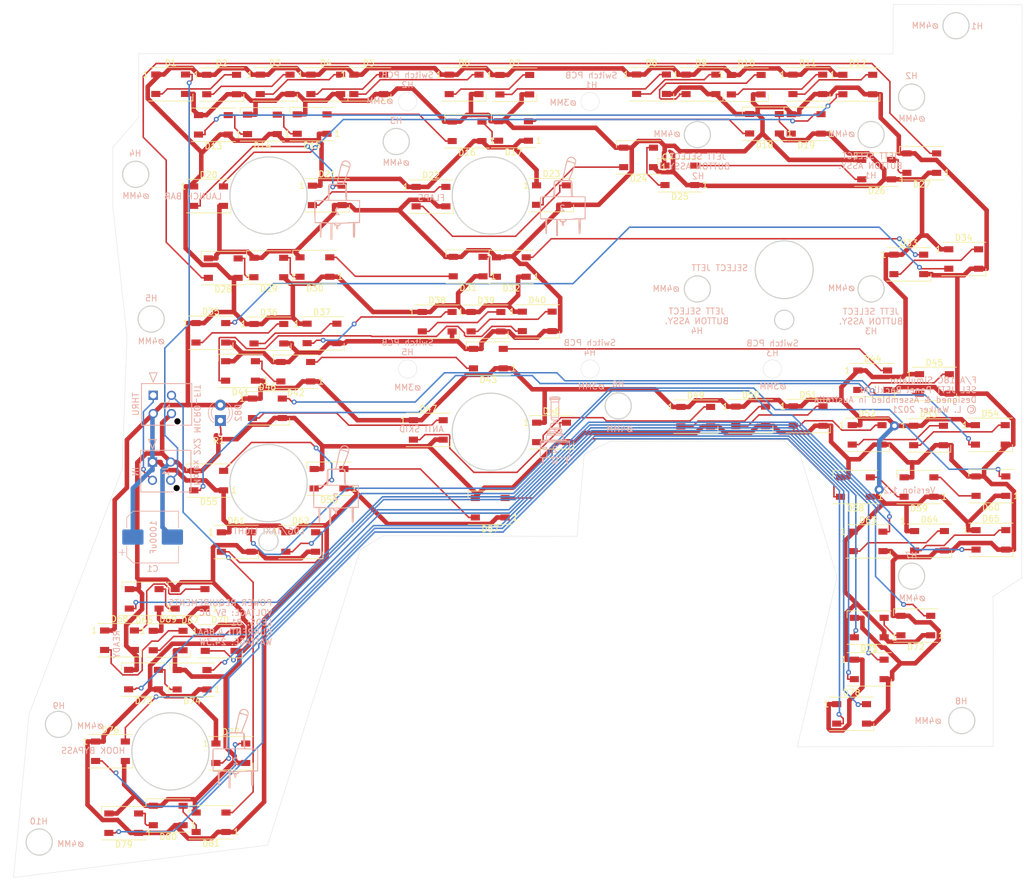
<source format=kicad_pcb>
(kicad_pcb (version 20171130) (host pcbnew "(5.1.6)-1")
  (layers (0 F.Cu signal) (31 B.Cu signal) (34 B.Paste user) (35 F.Paste user) (36 B.SilkS user) (37 F.SilkS user) (38 B.Mask user) (39 F.Mask user) (44 Edge.Cuts user))
  (net 0 "")
  (net 1 "Net-(D1-Pad2)")
  (net 2 "Net-(D2-Pad2)")
  (net 3 "Net-(D3-Pad2)")
  (net 4 "Net-(D4-Pad2)")
  (net 5 "Net-(D6-Pad2)")
  (net 6 "Net-(D8-Pad2)")
  (net 7 "Net-(D10-Pad4)")
  (net 8 "Net-(D10-Pad2)")
  (net 9 "Net-(D11-Pad2)")
  (net 10 "Net-(D12-Pad2)")
  (net 11 "Net-(D13-Pad2)")
  (net 12 "Net-(D14-Pad2)")
  (net 13 "Net-(D15-Pad2)")
  (net 14 "Net-(D16-Pad2)")
  (net 15 "Net-(D17-Pad2)")
  (net 16 "Net-(D18-Pad2)")
  (net 17 "Net-(D19-Pad2)")
  (net 18 "Net-(D21-Pad2)")
  (net 19 "Net-(D22-Pad2)")
  (net 20 "Net-(D23-Pad2)")
  (net 21 "Net-(D24-Pad2)")
  (net 22 "Net-(D25-Pad2)")
  (net 23 "Net-(D26-Pad2)")
  (net 24 "Net-(D27-Pad2)")
  (net 25 "Net-(D31-Pad2)")
  (net 26 "Net-(D33-Pad2)")
  (net 27 "Net-(D34-Pad2)")
  (net 28 "Net-(D35-Pad2)")
  (net 29 "Net-(D36-Pad2)")
  (net 30 "Net-(D37-Pad2)")
  (net 31 "Net-(D38-Pad2)")
  (net 32 "Net-(D39-Pad2)")
  (net 33 "Net-(D40-Pad2)")
  (net 34 "Net-(D41-Pad2)")
  (net 35 "Net-(D42-Pad2)")
  (net 36 "Net-(D43-Pad2)")
  (net 37 "Net-(D44-Pad2)")
  (net 38 "Net-(D45-Pad2)")
  (net 39 "Net-(D46-Pad2)")
  (net 40 "Net-(D48-Pad2)")
  (net 41 "Net-(D49-Pad2)")
  (net 42 "Net-(D50-Pad2)")
  (net 43 "Net-(D51-Pad2)")
  (net 44 "Net-(D52-Pad2)")
  (net 45 "Net-(D53-Pad2)")
  (net 46 "Net-(D54-Pad2)")
  (net 47 "Net-(D55-Pad2)")
  (net 48 "Net-(D56-Pad2)")
  (net 49 "Net-(D58-Pad2)")
  (net 50 "Net-(D59-Pad2)")
  (net 51 "Net-(D60-Pad2)")
  (net 52 "Net-(D63-Pad2)")
  (net 53 "Net-(D64-Pad2)")
  (net 54 "Net-(D65-Pad2)")
  (net 55 "Net-(D66-Pad2)")
  (net 56 "Net-(D67-Pad2)")
  (net 57 "Net-(D68-Pad2)")
  (net 58 "Net-(D69-Pad2)")
  (net 59 "Net-(D70-Pad2)")
  (net 60 "Net-(D71-Pad2)")
  (net 61 "Net-(D72-Pad2)")
  (net 62 "Net-(D73-Pad2)")
  (net 63 "Net-(D74-Pad2)")
  (net 64 "Net-(D75-Pad2)")
  (net 65 "Net-(D77-Pad2)")
  (net 66 /LEDGND)
  (net 67 /LED+5V)
  (net 68 "Net-(D82-Pad1)")
  (net 69 /DATAIN)
  (net 70 /DATALOOP)
  (net 71 "Net-(D5-Pad2)")
  (net 72 "Net-(D7-Pad2)")
  (net 73 "Net-(D20-Pad2)")
  (net 74 "Net-(D28-Pad2)")
  (net 75 "Net-(D29-Pad2)")
  (net 76 "Net-(D30-Pad2)")
  (net 77 "Net-(D32-Pad2)")
  (net 78 "Net-(D47-Pad2)")
  (net 79 "Net-(D57-Pad2)")
  (net 80 "Net-(D61-Pad2)")
  (net 81 "Net-(D62-Pad2)")
  (net 82 /DATAOUT)
  (net 83 "Net-(D76-Pad2)")
  (net 84 "Net-(D78-Pad2)")
  (net 85 "Net-(D79-Pad2)")
  (net 86 "Net-(D80-Pad2)")
  (module "Kicad Footprint Files:631HToggle" (layer B.Cu) (at 157.5562 53.594 180)
    (fp_text reference G2 hide)
    (fp_text value LOGO hide)
  )
  (module "Kicad Footprint Files:631HToggle" (layer B.Cu) (at 120.4468 54.2036 180)
    (fp_text reference G1 hide)
    (fp_text value LOGO hide)
  )
  (module "Kicad Footprint Files:631HToggle" (layer B.Cu) (at 120.2436 101.0666 180)
    (fp_text reference G3 hide)
    (fp_text value LOGO hide)
  )
  (module "Kicad Footprint Files:631HToggle" (layer B.Cu) (at 103.6828 144.4244 180)
    (fp_text reference G5 hide)
    (fp_text value LOGO hide)
  )
  (module "Kicad Footprint Files:S2ALToggle" (layer B.Cu) (at 156.3624 92.1766 180)
    (fp_text reference G4 hide)
    (fp_text value LOGO hide)
    (fp_text user 2 (at 0.125 -3.075) (layer B.SilkS) (effects (justify mirror)))
  )
  (module Capacitor_SMD:C_0201_0603Metric (layer F.Cu) (at 174.767 46.1264 180)
    (fp_text reference C7 (at 0 -1.05) (layer F.SilkS))
    (fp_text value C)
    (pad 2 smd roundrect (at 0.32 0 180) (size 0.46 0.4) (layers F.Cu F.Mask) (net 66 /LEDGND))
    (pad 1 smd roundrect (at -0.32 0 180) (size 0.46 0.4) (layers F.Cu F.Mask) (net 67 /LED+5V))
  )
  (module LED_THT:LED_D3.0mm (layer B.Cu) (at 101.194 90.4748 90)
    (fp_text reference D82 (at 1.27 2.96 270) (layer B.SilkS) (effects (justify mirror)))
    (fp_text value LED)
    (pad 2 thru_hole circle (at 2.54 0 90) (size 1.8 1.8) (drill 0.9) (layers *.Cu *.Mask) (net 67 /LED+5V))
    (pad 1 thru_hole rect (at 0 0 90) (size 1.8 1.8) (drill 0.9) (layers *.Cu *.Mask) (net 68 "Net-(D82-Pad1)"))
  )
  (module Resistor_SMD:R_0201_0603Metric (layer F.Cu) (at 100.94 92.7608 180)
    (fp_text reference R1 (at 0 -1.05) (layer F.SilkS))
    (fp_text value R)
    (pad 2 smd roundrect (at 0.32 0 180) (size 0.46 0.4) (layers F.Cu F.Mask) (net 66 /LEDGND))
    (pad 1 smd roundrect (at -0.32 0 180) (size 0.46 0.4) (layers F.Cu F.Mask) (net 68 "Net-(D82-Pad1)"))
  )
  (module footprints:Molex_MicroFit_2X2 (layer B.Cu) (at 90.1446 86.3346 90)
    (fp_text reference J2 (at -1.495006 2.199999 90) (layer B.SilkS) (effects (justify mirror)))
    (fp_text value Conn_01x04_Female hide)
    (fp_text user * (at 0 0 90) (layer B.SilkS) (effects (justify mirror)))
    (pad 5 np_thru_hole circle (at -4.279999 3.98 90) (size 1.02 1.02) (drill 1.016) (layers))
    (pad 4 thru_hole circle (at -2.999999 2.999999 90) (size 1.52 1.52) (drill 1.016) (layers *.Cu *.Mask) (net 66 /LEDGND))
    (pad 3 thru_hole circle (at 0 2.999999) (size 1.52 1.52) (drill 1.016) (layers *.Cu *.Mask) (net 82 /DATAOUT))
    (pad 2 thru_hole circle (at -2.999999 0 90) (size 1.52 1.52) (drill 1.016) (layers *.Cu *.Mask) (net 67 /LED+5V))
    (pad 1 thru_hole rect (at 0 0) (size 1.52 1.52) (drill 1.016) (layers *.Cu *.Mask) (net 70 /DATALOOP))
  )
  (module footprints:Molex_MicroFit_2X2 (layer B.Cu) (at 90.0176 97.3074 90)
    (fp_text reference J1 (at -1.495006 2.199999 90) (layer B.SilkS) (effects (justify mirror)))
    (fp_text value Conn_01x04_Female hide)
    (fp_text user * (at 0 0 90) (layer B.SilkS) (effects (justify mirror)))
    (pad 5 np_thru_hole circle (at -4.279999 3.98 90) (size 1.02 1.02) (drill 1.016) (layers))
    (pad 4 thru_hole circle (at -2.999999 2.999999 90) (size 1.52 1.52) (drill 1.016) (layers *.Cu *.Mask) (net 69 /DATAIN))
    (pad 3 thru_hole circle (at 0 2.999999) (size 1.52 1.52) (drill 1.016) (layers *.Cu *.Mask) (net 66 /LEDGND))
    (pad 2 thru_hole circle (at -2.999999 0 90) (size 1.52 1.52) (drill 1.016) (layers *.Cu *.Mask) (net 70 /DATALOOP))
    (pad 1 thru_hole rect (at 0 0) (size 1.52 1.52) (drill 1.016) (layers *.Cu *.Mask) (net 67 /LED+5V))
  )
  (module LED_SMD:LED_WS2812B_PLCC4_5.0x5.0mm_P3.2mm (layer F.Cu) (at 99.658 156.566 180)
    (fp_text reference D81 (at 0 -3.5) (layer F.SilkS))
    (fp_text value WS2812B)
    (fp_text user 1 (at -4.15 -1.6) (layer F.SilkS))
    (pad 1 smd rect (at -2.45 -1.6 180) (size 1.5 1) (layers F.Cu F.Paste F.Mask) (net 67 /LED+5V))
    (pad 2 smd rect (at -2.45 1.6 180) (size 1.5 1) (layers F.Cu F.Paste F.Mask) (net 82 /DATAOUT))
    (pad 4 smd rect (at 2.45 -1.6 180) (size 1.5 1) (layers F.Cu F.Paste F.Mask) (net 86 "Net-(D80-Pad2)"))
    (pad 3 smd rect (at 2.45 1.6 180) (size 1.5 1) (layers F.Cu F.Paste F.Mask) (net 66 /LEDGND))
  )
  (module LED_SMD:LED_WS2812B_PLCC4_5.0x5.0mm_P3.2mm (layer F.Cu) (at 92.6084 155.448 180)
    (fp_text reference D80 (at 0 -3.5) (layer F.SilkS))
    (fp_text value WS2812B)
    (fp_text user 1 (at -4.15 -1.6) (layer F.SilkS))
    (pad 1 smd rect (at -2.45 -1.6 180) (size 1.5 1) (layers F.Cu F.Paste F.Mask) (net 67 /LED+5V))
    (pad 2 smd rect (at -2.45 1.6 180) (size 1.5 1) (layers F.Cu F.Paste F.Mask) (net 86 "Net-(D80-Pad2)"))
    (pad 4 smd rect (at 2.45 -1.6 180) (size 1.5 1) (layers F.Cu F.Paste F.Mask) (net 85 "Net-(D79-Pad2)"))
    (pad 3 smd rect (at 2.45 1.6 180) (size 1.5 1) (layers F.Cu F.Paste F.Mask) (net 66 /LEDGND))
  )
  (module LED_SMD:LED_WS2812B_PLCC4_5.0x5.0mm_P3.2mm (layer F.Cu) (at 85.2932 156.718 180)
    (fp_text reference D79 (at 0 -3.5) (layer F.SilkS))
    (fp_text value WS2812B)
    (fp_text user 1 (at -4.15 -1.6) (layer F.SilkS))
    (pad 1 smd rect (at -2.45 -1.6 180) (size 1.5 1) (layers F.Cu F.Paste F.Mask) (net 67 /LED+5V))
    (pad 2 smd rect (at -2.45 1.6 180) (size 1.5 1) (layers F.Cu F.Paste F.Mask) (net 85 "Net-(D79-Pad2)"))
    (pad 4 smd rect (at 2.45 -1.6 180) (size 1.5 1) (layers F.Cu F.Paste F.Mask) (net 84 "Net-(D78-Pad2)"))
    (pad 3 smd rect (at 2.45 1.6 180) (size 1.5 1) (layers F.Cu F.Paste F.Mask) (net 66 /LEDGND))
  )
  (module LED_SMD:LED_WS2812B_PLCC4_5.0x5.0mm_P3.2mm (layer F.Cu) (at 205.029 138.735)
    (fp_text reference D78 (at 0 -3.5) (layer F.SilkS))
    (fp_text value WS2812B)
    (fp_text user 1 (at -4.15 -1.6) (layer F.SilkS))
    (pad 1 smd rect (at -2.45 -1.6) (size 1.5 1) (layers F.Cu F.Paste F.Mask) (net 67 /LED+5V))
    (pad 2 smd rect (at -2.45 1.6) (size 1.5 1) (layers F.Cu F.Paste F.Mask) (net 84 "Net-(D78-Pad2)"))
    (pad 4 smd rect (at 2.45 -1.6) (size 1.5 1) (layers F.Cu F.Paste F.Mask) (net 65 "Net-(D77-Pad2)"))
    (pad 3 smd rect (at 2.45 1.6) (size 1.5 1) (layers F.Cu F.Paste F.Mask) (net 66 /LEDGND))
  )
  (module LED_SMD:LED_WS2812B_PLCC4_5.0x5.0mm_P3.2mm (layer F.Cu) (at 102.909 145.212)
    (fp_text reference D77 (at 0 -3.5) (layer F.SilkS))
    (fp_text value WS2812B)
    (fp_text user 1 (at -4.15 -1.6) (layer F.SilkS))
    (pad 1 smd rect (at -2.45 -1.6) (size 1.5 1) (layers F.Cu F.Paste F.Mask) (net 67 /LED+5V))
    (pad 2 smd rect (at -2.45 1.6) (size 1.5 1) (layers F.Cu F.Paste F.Mask) (net 65 "Net-(D77-Pad2)"))
    (pad 4 smd rect (at 2.45 -1.6) (size 1.5 1) (layers F.Cu F.Paste F.Mask) (net 83 "Net-(D76-Pad2)"))
    (pad 3 smd rect (at 2.45 1.6) (size 1.5 1) (layers F.Cu F.Paste F.Mask) (net 66 /LEDGND))
  )
  (module LED_SMD:LED_WS2812B_PLCC4_5.0x5.0mm_P3.2mm (layer F.Cu) (at 83.1088 144.882)
    (fp_text reference D76 (at 0 -3.5) (layer F.SilkS))
    (fp_text value WS2812B)
    (fp_text user 1 (at -4.15 -1.6) (layer F.SilkS))
    (pad 1 smd rect (at -2.45 -1.6) (size 1.5 1) (layers F.Cu F.Paste F.Mask) (net 67 /LED+5V))
    (pad 2 smd rect (at -2.45 1.6) (size 1.5 1) (layers F.Cu F.Paste F.Mask) (net 83 "Net-(D76-Pad2)"))
    (pad 4 smd rect (at 2.45 -1.6) (size 1.5 1) (layers F.Cu F.Paste F.Mask) (net 64 "Net-(D75-Pad2)"))
    (pad 3 smd rect (at 2.45 1.6) (size 1.5 1) (layers F.Cu F.Paste F.Mask) (net 66 /LEDGND))
  )
  (module LED_SMD:LED_WS2812B_PLCC4_5.0x5.0mm_P3.2mm (layer F.Cu) (at 207.924 131.42)
    (fp_text reference D75 (at 0 -3.5) (layer F.SilkS))
    (fp_text value WS2812B)
    (fp_text user 1 (at -4.15 -1.6) (layer F.SilkS))
    (pad 1 smd rect (at -2.45 -1.6) (size 1.5 1) (layers F.Cu F.Paste F.Mask) (net 67 /LED+5V))
    (pad 2 smd rect (at -2.45 1.6) (size 1.5 1) (layers F.Cu F.Paste F.Mask) (net 64 "Net-(D75-Pad2)"))
    (pad 4 smd rect (at 2.45 -1.6) (size 1.5 1) (layers F.Cu F.Paste F.Mask) (net 63 "Net-(D74-Pad2)"))
    (pad 3 smd rect (at 2.45 1.6) (size 1.5 1) (layers F.Cu F.Paste F.Mask) (net 66 /LEDGND))
  )
  (module LED_SMD:LED_WS2812B_PLCC4_5.0x5.0mm_P3.2mm (layer F.Cu) (at 96.5316 133.121 180)
    (fp_text reference D74 (at 0 -3.5) (layer F.SilkS))
    (fp_text value WS2812B)
    (fp_text user 1 (at -4.15 -1.6) (layer F.SilkS))
    (pad 1 smd rect (at -2.45 -1.6 180) (size 1.5 1) (layers F.Cu F.Paste F.Mask) (net 67 /LED+5V))
    (pad 2 smd rect (at -2.45 1.6 180) (size 1.5 1) (layers F.Cu F.Paste F.Mask) (net 63 "Net-(D74-Pad2)"))
    (pad 4 smd rect (at 2.45 -1.6 180) (size 1.5 1) (layers F.Cu F.Paste F.Mask) (net 62 "Net-(D73-Pad2)"))
    (pad 3 smd rect (at 2.45 1.6 180) (size 1.5 1) (layers F.Cu F.Paste F.Mask) (net 66 /LEDGND))
  )
  (module LED_SMD:LED_WS2812B_PLCC4_5.0x5.0mm_P3.2mm (layer F.Cu) (at 88.5444 133.096 180)
    (fp_text reference D73 (at 0 -3.5) (layer F.SilkS))
    (fp_text value WS2812B)
    (fp_text user 1 (at -4.15 -1.6) (layer F.SilkS))
    (pad 1 smd rect (at -2.45 -1.6 180) (size 1.5 1) (layers F.Cu F.Paste F.Mask) (net 67 /LED+5V))
    (pad 2 smd rect (at -2.45 1.6 180) (size 1.5 1) (layers F.Cu F.Paste F.Mask) (net 62 "Net-(D73-Pad2)"))
    (pad 4 smd rect (at 2.45 -1.6 180) (size 1.5 1) (layers F.Cu F.Paste F.Mask) (net 61 "Net-(D72-Pad2)"))
    (pad 3 smd rect (at 2.45 1.6 180) (size 1.5 1) (layers F.Cu F.Paste F.Mask) (net 66 /LEDGND))
  )
  (module LED_SMD:LED_WS2812B_PLCC4_5.0x5.0mm_P3.2mm (layer F.Cu) (at 215.595 124.206 180)
    (fp_text reference D72 (at 0 -3.5) (layer F.SilkS))
    (fp_text value WS2812B)
    (fp_text user 1 (at -4.15 -1.6) (layer F.SilkS))
    (pad 1 smd rect (at -2.45 -1.6 180) (size 1.5 1) (layers F.Cu F.Paste F.Mask) (net 67 /LED+5V))
    (pad 2 smd rect (at -2.45 1.6 180) (size 1.5 1) (layers F.Cu F.Paste F.Mask) (net 61 "Net-(D72-Pad2)"))
    (pad 4 smd rect (at 2.45 -1.6 180) (size 1.5 1) (layers F.Cu F.Paste F.Mask) (net 60 "Net-(D71-Pad2)"))
    (pad 3 smd rect (at 2.45 1.6 180) (size 1.5 1) (layers F.Cu F.Paste F.Mask) (net 66 /LEDGND))
  )
  (module LED_SMD:LED_WS2812B_PLCC4_5.0x5.0mm_P3.2mm (layer F.Cu) (at 207.936 124.536 180)
    (fp_text reference D71 (at 0 -3.5) (layer F.SilkS))
    (fp_text value WS2812B)
    (fp_text user 1 (at -4.15 -1.6) (layer F.SilkS))
    (pad 1 smd rect (at -2.45 -1.6 180) (size 1.5 1) (layers F.Cu F.Paste F.Mask) (net 67 /LED+5V))
    (pad 2 smd rect (at -2.45 1.6 180) (size 1.5 1) (layers F.Cu F.Paste F.Mask) (net 60 "Net-(D71-Pad2)"))
    (pad 4 smd rect (at 2.45 -1.6 180) (size 1.5 1) (layers F.Cu F.Paste F.Mask) (net 59 "Net-(D70-Pad2)"))
    (pad 3 smd rect (at 2.45 1.6 180) (size 1.5 1) (layers F.Cu F.Paste F.Mask) (net 66 /LEDGND))
  )
  (module LED_SMD:LED_WS2812B_PLCC4_5.0x5.0mm_P3.2mm (layer F.Cu) (at 101.154 126.771)
    (fp_text reference D70 (at 0 -3.5) (layer F.SilkS))
    (fp_text value WS2812B)
    (fp_text user 1 (at -4.15 -1.6) (layer F.SilkS))
    (pad 1 smd rect (at -2.45 -1.6) (size 1.5 1) (layers F.Cu F.Paste F.Mask) (net 67 /LED+5V))
    (pad 2 smd rect (at -2.45 1.6) (size 1.5 1) (layers F.Cu F.Paste F.Mask) (net 59 "Net-(D70-Pad2)"))
    (pad 4 smd rect (at 2.45 -1.6) (size 1.5 1) (layers F.Cu F.Paste F.Mask) (net 58 "Net-(D69-Pad2)"))
    (pad 3 smd rect (at 2.45 1.6) (size 1.5 1) (layers F.Cu F.Paste F.Mask) (net 66 /LEDGND))
  )
  (module LED_SMD:LED_WS2812B_PLCC4_5.0x5.0mm_P3.2mm (layer F.Cu) (at 92.5968 126.67)
    (fp_text reference D69 (at 0 -3.5) (layer F.SilkS))
    (fp_text value WS2812B)
    (fp_text user 1 (at -4.15 -1.6) (layer F.SilkS))
    (pad 1 smd rect (at -2.45 -1.6) (size 1.5 1) (layers F.Cu F.Paste F.Mask) (net 67 /LED+5V))
    (pad 2 smd rect (at -2.45 1.6) (size 1.5 1) (layers F.Cu F.Paste F.Mask) (net 58 "Net-(D69-Pad2)"))
    (pad 4 smd rect (at 2.45 -1.6) (size 1.5 1) (layers F.Cu F.Paste F.Mask) (net 57 "Net-(D68-Pad2)"))
    (pad 3 smd rect (at 2.45 1.6) (size 1.5 1) (layers F.Cu F.Paste F.Mask) (net 66 /LEDGND))
  )
  (module LED_SMD:LED_WS2812B_PLCC4_5.0x5.0mm_P3.2mm (layer F.Cu) (at 84.5936 126.619)
    (fp_text reference D68 (at 0 -3.5) (layer F.SilkS))
    (fp_text value WS2812B)
    (fp_text user 1 (at -4.15 -1.6) (layer F.SilkS))
    (pad 1 smd rect (at -2.45 -1.6) (size 1.5 1) (layers F.Cu F.Paste F.Mask) (net 67 /LED+5V))
    (pad 2 smd rect (at -2.45 1.6) (size 1.5 1) (layers F.Cu F.Paste F.Mask) (net 57 "Net-(D68-Pad2)"))
    (pad 4 smd rect (at 2.45 -1.6) (size 1.5 1) (layers F.Cu F.Paste F.Mask) (net 56 "Net-(D67-Pad2)"))
    (pad 3 smd rect (at 2.45 1.6) (size 1.5 1) (layers F.Cu F.Paste F.Mask) (net 66 /LEDGND))
  )
  (module LED_SMD:LED_WS2812B_PLCC4_5.0x5.0mm_P3.2mm (layer F.Cu) (at 96.2036 119.812 180)
    (fp_text reference D67 (at 0 -3.5) (layer F.SilkS))
    (fp_text value WS2812B)
    (fp_text user 1 (at -4.15 -1.6) (layer F.SilkS))
    (pad 1 smd rect (at -2.45 -1.6 180) (size 1.5 1) (layers F.Cu F.Paste F.Mask) (net 67 /LED+5V))
    (pad 2 smd rect (at -2.45 1.6 180) (size 1.5 1) (layers F.Cu F.Paste F.Mask) (net 56 "Net-(D67-Pad2)"))
    (pad 4 smd rect (at 2.45 -1.6 180) (size 1.5 1) (layers F.Cu F.Paste F.Mask) (net 55 "Net-(D66-Pad2)"))
    (pad 3 smd rect (at 2.45 1.6 180) (size 1.5 1) (layers F.Cu F.Paste F.Mask) (net 66 /LEDGND))
  )
  (module LED_SMD:LED_WS2812B_PLCC4_5.0x5.0mm_P3.2mm (layer F.Cu) (at 88.6576 119.812 180)
    (fp_text reference D66 (at 0 -3.5) (layer F.SilkS))
    (fp_text value WS2812B)
    (fp_text user 1 (at -4.15 -1.6) (layer F.SilkS))
    (pad 1 smd rect (at -2.45 -1.6 180) (size 1.5 1) (layers F.Cu F.Paste F.Mask) (net 67 /LED+5V))
    (pad 2 smd rect (at -2.45 1.6 180) (size 1.5 1) (layers F.Cu F.Paste F.Mask) (net 55 "Net-(D66-Pad2)"))
    (pad 4 smd rect (at 2.45 -1.6 180) (size 1.5 1) (layers F.Cu F.Paste F.Mask) (net 54 "Net-(D65-Pad2)"))
    (pad 3 smd rect (at 2.45 1.6 180) (size 1.5 1) (layers F.Cu F.Paste F.Mask) (net 66 /LEDGND))
  )
  (module LED_SMD:LED_WS2812B_PLCC4_5.0x5.0mm_P3.2mm (layer F.Cu) (at 227.951 110.109)
    (fp_text reference D65 (at 0 -3.5) (layer F.SilkS))
    (fp_text value WS2812B)
    (fp_text user 1 (at -4.15 -1.6) (layer F.SilkS))
    (pad 1 smd rect (at -2.45 -1.6) (size 1.5 1) (layers F.Cu F.Paste F.Mask) (net 67 /LED+5V))
    (pad 2 smd rect (at -2.45 1.6) (size 1.5 1) (layers F.Cu F.Paste F.Mask) (net 54 "Net-(D65-Pad2)"))
    (pad 4 smd rect (at 2.45 -1.6) (size 1.5 1) (layers F.Cu F.Paste F.Mask) (net 53 "Net-(D64-Pad2)"))
    (pad 3 smd rect (at 2.45 1.6) (size 1.5 1) (layers F.Cu F.Paste F.Mask) (net 66 /LEDGND))
  )
  (module LED_SMD:LED_WS2812B_PLCC4_5.0x5.0mm_P3.2mm (layer F.Cu) (at 217.842 110.261)
    (fp_text reference D64 (at 0 -3.5) (layer F.SilkS))
    (fp_text value WS2812B)
    (fp_text user 1 (at -4.346 -3.2562) (layer F.SilkS))
    (pad 1 smd rect (at -2.45 -1.6) (size 1.5 1) (layers F.Cu F.Paste F.Mask) (net 67 /LED+5V))
    (pad 2 smd rect (at -2.45 1.6) (size 1.5 1) (layers F.Cu F.Paste F.Mask) (net 53 "Net-(D64-Pad2)"))
    (pad 4 smd rect (at 2.45 -1.6) (size 1.5 1) (layers F.Cu F.Paste F.Mask) (net 52 "Net-(D63-Pad2)"))
    (pad 3 smd rect (at 2.45 1.6) (size 1.5 1) (layers F.Cu F.Paste F.Mask) (net 66 /LEDGND))
  )
  (module LED_SMD:LED_WS2812B_PLCC4_5.0x5.0mm_P3.2mm (layer F.Cu) (at 207.733 110.363)
    (fp_text reference D63 (at 0 -3.5) (layer F.SilkS))
    (fp_text value WS2812B)
    (fp_text user 1 (at -4.15 -1.6) (layer F.SilkS))
    (pad 1 smd rect (at -2.45 -1.6) (size 1.5 1) (layers F.Cu F.Paste F.Mask) (net 67 /LED+5V))
    (pad 2 smd rect (at -2.45 1.6) (size 1.5 1) (layers F.Cu F.Paste F.Mask) (net 52 "Net-(D63-Pad2)"))
    (pad 4 smd rect (at 2.45 -1.6) (size 1.5 1) (layers F.Cu F.Paste F.Mask) (net 81 "Net-(D62-Pad2)"))
    (pad 3 smd rect (at 2.45 1.6) (size 1.5 1) (layers F.Cu F.Paste F.Mask) (net 66 /LEDGND))
  )
  (module LED_SMD:LED_WS2812B_PLCC4_5.0x5.0mm_P3.2mm (layer F.Cu) (at 114.413 110.464)
    (fp_text reference D62 (at 0 -3.5) (layer F.SilkS))
    (fp_text value WS2812B)
    (fp_text user 1 (at -4.15 -1.6) (layer F.SilkS))
    (pad 1 smd rect (at -2.45 -1.6) (size 1.5 1) (layers F.Cu F.Paste F.Mask) (net 67 /LED+5V))
    (pad 2 smd rect (at -2.45 1.6) (size 1.5 1) (layers F.Cu F.Paste F.Mask) (net 81 "Net-(D62-Pad2)"))
    (pad 4 smd rect (at 2.45 -1.6) (size 1.5 1) (layers F.Cu F.Paste F.Mask) (net 80 "Net-(D61-Pad2)"))
    (pad 3 smd rect (at 2.45 1.6) (size 1.5 1) (layers F.Cu F.Paste F.Mask) (net 66 /LEDGND))
  )
  (module LED_SMD:LED_WS2812B_PLCC4_5.0x5.0mm_P3.2mm (layer F.Cu) (at 103.796 110.464)
    (fp_text reference D61 (at 0 -3.5) (layer F.SilkS))
    (fp_text value WS2812B)
    (fp_text user 1 (at -4.15 -1.6) (layer F.SilkS))
    (pad 1 smd rect (at -2.45 -1.6) (size 1.5 1) (layers F.Cu F.Paste F.Mask) (net 67 /LED+5V))
    (pad 2 smd rect (at -2.45 1.6) (size 1.5 1) (layers F.Cu F.Paste F.Mask) (net 80 "Net-(D61-Pad2)"))
    (pad 4 smd rect (at 2.45 -1.6) (size 1.5 1) (layers F.Cu F.Paste F.Mask) (net 51 "Net-(D60-Pad2)"))
    (pad 3 smd rect (at 2.45 1.6) (size 1.5 1) (layers F.Cu F.Paste F.Mask) (net 66 /LEDGND))
  )
  (module LED_SMD:LED_WS2812B_PLCC4_5.0x5.0mm_P3.2mm (layer F.Cu) (at 227.951 101.27 180)
    (fp_text reference D60 (at 0 -3.5) (layer F.SilkS))
    (fp_text value WS2812B)
    (fp_text user 1 (at -4.15 -1.6) (layer F.SilkS))
    (pad 1 smd rect (at -2.45 -1.6 180) (size 1.5 1) (layers F.Cu F.Paste F.Mask) (net 67 /LED+5V))
    (pad 2 smd rect (at -2.45 1.6 180) (size 1.5 1) (layers F.Cu F.Paste F.Mask) (net 51 "Net-(D60-Pad2)"))
    (pad 4 smd rect (at 2.45 -1.6 180) (size 1.5 1) (layers F.Cu F.Paste F.Mask) (net 50 "Net-(D59-Pad2)"))
    (pad 3 smd rect (at 2.45 1.6 180) (size 1.5 1) (layers F.Cu F.Paste F.Mask) (net 66 /LEDGND))
  )
  (module LED_SMD:LED_WS2812B_PLCC4_5.0x5.0mm_P3.2mm (layer F.Cu) (at 216.115 101.422 180)
    (fp_text reference D59 (at 0 -3.5) (layer F.SilkS))
    (fp_text value WS2812B)
    (fp_text user 1 (at -4.15 -1.6) (layer F.SilkS))
    (pad 1 smd rect (at -2.45 -1.6 180) (size 1.5 1) (layers F.Cu F.Paste F.Mask) (net 67 /LED+5V))
    (pad 2 smd rect (at -2.45 1.6 180) (size 1.5 1) (layers F.Cu F.Paste F.Mask) (net 50 "Net-(D59-Pad2)"))
    (pad 4 smd rect (at 2.45 -1.6 180) (size 1.5 1) (layers F.Cu F.Paste F.Mask) (net 49 "Net-(D58-Pad2)"))
    (pad 3 smd rect (at 2.45 1.6 180) (size 1.5 1) (layers F.Cu F.Paste F.Mask) (net 66 /LEDGND))
  )
  (module LED_SMD:LED_WS2812B_PLCC4_5.0x5.0mm_P3.2mm (layer F.Cu) (at 205.65 101.422 180)
    (fp_text reference D58 (at 0 -3.5) (layer F.SilkS))
    (fp_text value WS2812B)
    (fp_text user 1 (at -4.15 -1.6) (layer F.SilkS))
    (pad 1 smd rect (at -2.45 -1.6 180) (size 1.5 1) (layers F.Cu F.Paste F.Mask) (net 67 /LED+5V))
    (pad 2 smd rect (at -2.45 1.6 180) (size 1.5 1) (layers F.Cu F.Paste F.Mask) (net 49 "Net-(D58-Pad2)"))
    (pad 4 smd rect (at 2.45 -1.6 180) (size 1.5 1) (layers F.Cu F.Paste F.Mask) (net 79 "Net-(D57-Pad2)"))
    (pad 3 smd rect (at 2.45 1.6 180) (size 1.5 1) (layers F.Cu F.Paste F.Mask) (net 66 /LEDGND))
  )
  (module LED_SMD:LED_WS2812B_PLCC4_5.0x5.0mm_P3.2mm (layer F.Cu) (at 145.581 104.826 180)
    (fp_text reference D57 (at 0 -3.5) (layer F.SilkS))
    (fp_text value WS2812B)
    (fp_text user 1 (at -4.15 -1.6) (layer F.SilkS))
    (pad 1 smd rect (at -2.45 -1.6 180) (size 1.5 1) (layers F.Cu F.Paste F.Mask) (net 67 /LED+5V))
    (pad 2 smd rect (at -2.45 1.6 180) (size 1.5 1) (layers F.Cu F.Paste F.Mask) (net 79 "Net-(D57-Pad2)"))
    (pad 4 smd rect (at 2.45 -1.6 180) (size 1.5 1) (layers F.Cu F.Paste F.Mask) (net 48 "Net-(D56-Pad2)"))
    (pad 3 smd rect (at 2.45 1.6 180) (size 1.5 1) (layers F.Cu F.Paste F.Mask) (net 66 /LEDGND))
  )
  (module LED_SMD:LED_WS2812B_PLCC4_5.0x5.0mm_P3.2mm (layer F.Cu) (at 119.064 100.05 180)
    (fp_text reference D56 (at 0 -3.5) (layer F.SilkS))
    (fp_text value WS2812B)
    (fp_text user 1 (at -4.15 -1.6) (layer F.SilkS))
    (pad 1 smd rect (at -2.45 -1.6 180) (size 1.5 1) (layers F.Cu F.Paste F.Mask) (net 67 /LED+5V))
    (pad 2 smd rect (at -2.45 1.6 180) (size 1.5 1) (layers F.Cu F.Paste F.Mask) (net 48 "Net-(D56-Pad2)"))
    (pad 4 smd rect (at 2.45 -1.6 180) (size 1.5 1) (layers F.Cu F.Paste F.Mask) (net 47 "Net-(D55-Pad2)"))
    (pad 3 smd rect (at 2.45 1.6 180) (size 1.5 1) (layers F.Cu F.Paste F.Mask) (net 66 /LEDGND))
  )
  (module LED_SMD:LED_WS2812B_PLCC4_5.0x5.0mm_P3.2mm (layer F.Cu) (at 99.2748 100.356 180)
    (fp_text reference D55 (at 0 -3.5) (layer F.SilkS))
    (fp_text value WS2812B)
    (fp_text user 1 (at -4.15 -1.6) (layer F.SilkS))
    (pad 1 smd rect (at -2.45 -1.6 180) (size 1.5 1) (layers F.Cu F.Paste F.Mask) (net 67 /LED+5V))
    (pad 2 smd rect (at -2.45 1.6 180) (size 1.5 1) (layers F.Cu F.Paste F.Mask) (net 47 "Net-(D55-Pad2)"))
    (pad 4 smd rect (at 2.45 -1.6 180) (size 1.5 1) (layers F.Cu F.Paste F.Mask) (net 46 "Net-(D54-Pad2)"))
    (pad 3 smd rect (at 2.45 1.6 180) (size 1.5 1) (layers F.Cu F.Paste F.Mask) (net 66 /LEDGND))
  )
  (module LED_SMD:LED_WS2812B_PLCC4_5.0x5.0mm_P3.2mm (layer F.Cu) (at 227.85 92.8368)
    (fp_text reference D54 (at 0 -3.5) (layer F.SilkS))
    (fp_text value WS2812B)
    (fp_text user 1 (at -4.15 -1.6) (layer F.SilkS))
    (pad 1 smd rect (at -2.45 -1.6) (size 1.5 1) (layers F.Cu F.Paste F.Mask) (net 67 /LED+5V))
    (pad 2 smd rect (at -2.45 1.6) (size 1.5 1) (layers F.Cu F.Paste F.Mask) (net 46 "Net-(D54-Pad2)"))
    (pad 4 smd rect (at 2.45 -1.6) (size 1.5 1) (layers F.Cu F.Paste F.Mask) (net 45 "Net-(D53-Pad2)"))
    (pad 3 smd rect (at 2.45 1.6) (size 1.5 1) (layers F.Cu F.Paste F.Mask) (net 66 /LEDGND))
  )
  (module LED_SMD:LED_WS2812B_PLCC4_5.0x5.0mm_P3.2mm (layer F.Cu) (at 217.69 92.9384)
    (fp_text reference D53 (at 0 -3.5) (layer F.SilkS))
    (fp_text value WS2812B)
    (fp_text user 1 (at -4.15 -1.6) (layer F.SilkS))
    (pad 1 smd rect (at -2.45 -1.6) (size 1.5 1) (layers F.Cu F.Paste F.Mask) (net 67 /LED+5V))
    (pad 2 smd rect (at -2.45 1.6) (size 1.5 1) (layers F.Cu F.Paste F.Mask) (net 45 "Net-(D53-Pad2)"))
    (pad 4 smd rect (at 2.45 -1.6) (size 1.5 1) (layers F.Cu F.Paste F.Mask) (net 44 "Net-(D52-Pad2)"))
    (pad 3 smd rect (at 2.45 1.6) (size 1.5 1) (layers F.Cu F.Paste F.Mask) (net 66 /LEDGND))
  )
  (module LED_SMD:LED_WS2812B_PLCC4_5.0x5.0mm_P3.2mm (layer F.Cu) (at 207.58 92.8368)
    (fp_text reference D52 (at 0 -3.5) (layer F.SilkS))
    (fp_text value WS2812B)
    (fp_text user 1 (at -4.15 -1.6) (layer F.SilkS))
    (pad 1 smd rect (at -2.45 -1.6) (size 1.5 1) (layers F.Cu F.Paste F.Mask) (net 67 /LED+5V))
    (pad 2 smd rect (at -2.45 1.6) (size 1.5 1) (layers F.Cu F.Paste F.Mask) (net 44 "Net-(D52-Pad2)"))
    (pad 4 smd rect (at 2.45 -1.6) (size 1.5 1) (layers F.Cu F.Paste F.Mask) (net 43 "Net-(D51-Pad2)"))
    (pad 3 smd rect (at 2.45 1.6) (size 1.5 1) (layers F.Cu F.Paste F.Mask) (net 66 /LEDGND))
  )
  (module LED_SMD:LED_WS2812B_PLCC4_5.0x5.0mm_P3.2mm (layer F.Cu) (at 197.878 89.738)
    (fp_text reference D51 (at 0 -3.5) (layer F.SilkS))
    (fp_text value WS2812B)
    (fp_text user 1 (at -4.15 -1.6) (layer F.SilkS))
    (pad 1 smd rect (at -2.45 -1.6) (size 1.5 1) (layers F.Cu F.Paste F.Mask) (net 67 /LED+5V))
    (pad 2 smd rect (at -2.45 1.6) (size 1.5 1) (layers F.Cu F.Paste F.Mask) (net 43 "Net-(D51-Pad2)"))
    (pad 4 smd rect (at 2.45 -1.6) (size 1.5 1) (layers F.Cu F.Paste F.Mask) (net 42 "Net-(D50-Pad2)"))
    (pad 3 smd rect (at 2.45 1.6) (size 1.5 1) (layers F.Cu F.Paste F.Mask) (net 66 /LEDGND))
  )
  (module LED_SMD:LED_WS2812B_PLCC4_5.0x5.0mm_P3.2mm (layer F.Cu) (at 188.429 89.7888)
    (fp_text reference D50 (at 0 -3.5) (layer F.SilkS))
    (fp_text value WS2812B)
    (fp_text user 1 (at -4.15 -1.6) (layer F.SilkS))
    (pad 1 smd rect (at -2.45 -1.6) (size 1.5 1) (layers F.Cu F.Paste F.Mask) (net 67 /LED+5V))
    (pad 2 smd rect (at -2.45 1.6) (size 1.5 1) (layers F.Cu F.Paste F.Mask) (net 42 "Net-(D50-Pad2)"))
    (pad 4 smd rect (at 2.45 -1.6) (size 1.5 1) (layers F.Cu F.Paste F.Mask) (net 41 "Net-(D49-Pad2)"))
    (pad 3 smd rect (at 2.45 1.6) (size 1.5 1) (layers F.Cu F.Paste F.Mask) (net 66 /LEDGND))
  )
  (module LED_SMD:LED_WS2812B_PLCC4_5.0x5.0mm_P3.2mm (layer F.Cu) (at 179.386 89.8396)
    (fp_text reference D49 (at 0 -3.5) (layer F.SilkS))
    (fp_text value WS2812B)
    (fp_text user 1 (at -4.15 -1.6) (layer F.SilkS))
    (pad 1 smd rect (at -2.45 -1.6) (size 1.5 1) (layers F.Cu F.Paste F.Mask) (net 67 /LED+5V))
    (pad 2 smd rect (at -2.45 1.6) (size 1.5 1) (layers F.Cu F.Paste F.Mask) (net 41 "Net-(D49-Pad2)"))
    (pad 4 smd rect (at 2.45 -1.6) (size 1.5 1) (layers F.Cu F.Paste F.Mask) (net 40 "Net-(D48-Pad2)"))
    (pad 3 smd rect (at 2.45 1.6) (size 1.5 1) (layers F.Cu F.Paste F.Mask) (net 66 /LEDGND))
  )
  (module LED_SMD:LED_WS2812B_PLCC4_5.0x5.0mm_P3.2mm (layer F.Cu) (at 155.663 92.4304)
    (fp_text reference D48 (at 0 -3.5) (layer F.SilkS))
    (fp_text value WS2812B)
    (fp_text user 1 (at -4.15 -1.6) (layer F.SilkS))
    (pad 1 smd rect (at -2.45 -1.6) (size 1.5 1) (layers F.Cu F.Paste F.Mask) (net 67 /LED+5V))
    (pad 2 smd rect (at -2.45 1.6) (size 1.5 1) (layers F.Cu F.Paste F.Mask) (net 40 "Net-(D48-Pad2)"))
    (pad 4 smd rect (at 2.45 -1.6) (size 1.5 1) (layers F.Cu F.Paste F.Mask) (net 78 "Net-(D47-Pad2)"))
    (pad 3 smd rect (at 2.45 1.6) (size 1.5 1) (layers F.Cu F.Paste F.Mask) (net 66 /LEDGND))
  )
  (module LED_SMD:LED_WS2812B_PLCC4_5.0x5.0mm_P3.2mm (layer F.Cu) (at 135.394 92.024)
    (fp_text reference D47 (at 0 -3.5) (layer F.SilkS))
    (fp_text value WS2812B)
    (fp_text user 1 (at -4.15 -1.6) (layer F.SilkS))
    (pad 1 smd rect (at -2.45 -1.6) (size 1.5 1) (layers F.Cu F.Paste F.Mask) (net 67 /LED+5V))
    (pad 2 smd rect (at -2.45 1.6) (size 1.5 1) (layers F.Cu F.Paste F.Mask) (net 78 "Net-(D47-Pad2)"))
    (pad 4 smd rect (at 2.45 -1.6) (size 1.5 1) (layers F.Cu F.Paste F.Mask) (net 39 "Net-(D46-Pad2)"))
    (pad 3 smd rect (at 2.45 1.6) (size 1.5 1) (layers F.Cu F.Paste F.Mask) (net 66 /LEDGND))
  )
  (module LED_SMD:LED_WS2812B_PLCC4_5.0x5.0mm_P3.2mm (layer F.Cu) (at 108.927 88.468)
    (fp_text reference D46 (at 0 -3.5) (layer F.SilkS))
    (fp_text value WS2812B)
    (fp_text user 1 (at -4.15 -1.6) (layer F.SilkS))
    (pad 1 smd rect (at -2.45 -1.6) (size 1.5 1) (layers F.Cu F.Paste F.Mask) (net 67 /LED+5V))
    (pad 2 smd rect (at -2.45 1.6) (size 1.5 1) (layers F.Cu F.Paste F.Mask) (net 39 "Net-(D46-Pad2)"))
    (pad 4 smd rect (at 2.45 -1.6) (size 1.5 1) (layers F.Cu F.Paste F.Mask) (net 38 "Net-(D45-Pad2)"))
    (pad 3 smd rect (at 2.45 1.6) (size 1.5 1) (layers F.Cu F.Paste F.Mask) (net 66 /LEDGND))
  )
  (module LED_SMD:LED_WS2812B_PLCC4_5.0x5.0mm_P3.2mm (layer F.Cu) (at 218.655 84.4548)
    (fp_text reference D45 (at 0 -3.5) (layer F.SilkS))
    (fp_text value WS2812B)
    (fp_text user 1 (at -4.15 -1.6) (layer F.SilkS))
    (pad 1 smd rect (at -2.45 -1.6) (size 1.5 1) (layers F.Cu F.Paste F.Mask) (net 67 /LED+5V))
    (pad 2 smd rect (at -2.45 1.6) (size 1.5 1) (layers F.Cu F.Paste F.Mask) (net 38 "Net-(D45-Pad2)"))
    (pad 4 smd rect (at 2.45 -1.6) (size 1.5 1) (layers F.Cu F.Paste F.Mask) (net 37 "Net-(D44-Pad2)"))
    (pad 3 smd rect (at 2.45 1.6) (size 1.5 1) (layers F.Cu F.Paste F.Mask) (net 66 /LEDGND))
  )
  (module LED_SMD:LED_WS2812B_PLCC4_5.0x5.0mm_P3.2mm (layer F.Cu) (at 208.495 83.8452)
    (fp_text reference D44 (at 0 -3.5) (layer F.SilkS))
    (fp_text value WS2812B)
    (fp_text user 1 (at -4.15 -1.6) (layer F.SilkS))
    (pad 1 smd rect (at -2.45 -1.6) (size 1.5 1) (layers F.Cu F.Paste F.Mask) (net 67 /LED+5V))
    (pad 2 smd rect (at -2.45 1.6) (size 1.5 1) (layers F.Cu F.Paste F.Mask) (net 37 "Net-(D44-Pad2)"))
    (pad 4 smd rect (at 2.45 -1.6) (size 1.5 1) (layers F.Cu F.Paste F.Mask) (net 36 "Net-(D43-Pad2)"))
    (pad 3 smd rect (at 2.45 1.6) (size 1.5 1) (layers F.Cu F.Paste F.Mask) (net 66 /LEDGND))
  )
  (module LED_SMD:LED_WS2812B_PLCC4_5.0x5.0mm_P3.2mm (layer F.Cu) (at 145.276 80.2892 180)
    (fp_text reference D43 (at 0 -3.5) (layer F.SilkS))
    (fp_text value WS2812B)
    (fp_text user 1 (at -4.15 -1.6) (layer F.SilkS))
    (pad 1 smd rect (at -2.45 -1.6 180) (size 1.5 1) (layers F.Cu F.Paste F.Mask) (net 67 /LED+5V))
    (pad 2 smd rect (at -2.45 1.6 180) (size 1.5 1) (layers F.Cu F.Paste F.Mask) (net 36 "Net-(D43-Pad2)"))
    (pad 4 smd rect (at 2.45 -1.6 180) (size 1.5 1) (layers F.Cu F.Paste F.Mask) (net 35 "Net-(D42-Pad2)"))
    (pad 3 smd rect (at 2.45 1.6 180) (size 1.5 1) (layers F.Cu F.Paste F.Mask) (net 66 /LEDGND))
  )
  (module LED_SMD:LED_WS2812B_PLCC4_5.0x5.0mm_P3.2mm (layer F.Cu) (at 113.589 82.4484 180)
    (fp_text reference D42 (at 0 -3.5) (layer F.SilkS))
    (fp_text value WS2812B)
    (fp_text user 1 (at -4.15 -1.6) (layer F.SilkS))
    (pad 1 smd rect (at -2.45 -1.6 180) (size 1.5 1) (layers F.Cu F.Paste F.Mask) (net 67 /LED+5V))
    (pad 2 smd rect (at -2.45 1.6 180) (size 1.5 1) (layers F.Cu F.Paste F.Mask) (net 35 "Net-(D42-Pad2)"))
    (pad 4 smd rect (at 2.45 -1.6 180) (size 1.5 1) (layers F.Cu F.Paste F.Mask) (net 34 "Net-(D41-Pad2)"))
    (pad 3 smd rect (at 2.45 1.6 180) (size 1.5 1) (layers F.Cu F.Paste F.Mask) (net 66 /LEDGND))
  )
  (module LED_SMD:LED_WS2812B_PLCC4_5.0x5.0mm_P3.2mm (layer F.Cu) (at 104.507 82.3212 180)
    (fp_text reference D41 (at 0 -3.5) (layer F.SilkS))
    (fp_text value WS2812B)
    (fp_text user 1 (at -4.15 -1.6) (layer F.SilkS))
    (pad 1 smd rect (at -2.45 -1.6 180) (size 1.5 1) (layers F.Cu F.Paste F.Mask) (net 67 /LED+5V))
    (pad 2 smd rect (at -2.45 1.6 180) (size 1.5 1) (layers F.Cu F.Paste F.Mask) (net 34 "Net-(D41-Pad2)"))
    (pad 4 smd rect (at 2.45 -1.6 180) (size 1.5 1) (layers F.Cu F.Paste F.Mask) (net 33 "Net-(D40-Pad2)"))
    (pad 3 smd rect (at 2.45 1.6 180) (size 1.5 1) (layers F.Cu F.Paste F.Mask) (net 66 /LEDGND))
  )
  (module LED_SMD:LED_WS2812B_PLCC4_5.0x5.0mm_P3.2mm (layer F.Cu) (at 153.314 74.168)
    (fp_text reference D40 (at 0 -3.5) (layer F.SilkS))
    (fp_text value WS2812B)
    (fp_text user 1 (at -4.15 -1.6) (layer F.SilkS))
    (pad 1 smd rect (at -2.45 -1.6) (size 1.5 1) (layers F.Cu F.Paste F.Mask) (net 67 /LED+5V))
    (pad 2 smd rect (at -2.45 1.6) (size 1.5 1) (layers F.Cu F.Paste F.Mask) (net 33 "Net-(D40-Pad2)"))
    (pad 4 smd rect (at 2.45 -1.6) (size 1.5 1) (layers F.Cu F.Paste F.Mask) (net 32 "Net-(D39-Pad2)"))
    (pad 3 smd rect (at 2.45 1.6) (size 1.5 1) (layers F.Cu F.Paste F.Mask) (net 66 /LEDGND))
  )
  (module LED_SMD:LED_WS2812B_PLCC4_5.0x5.0mm_P3.2mm (layer F.Cu) (at 144.882 74.2188)
    (fp_text reference D39 (at 0 -3.5) (layer F.SilkS))
    (fp_text value WS2812B)
    (fp_text user 1 (at -4.15 -1.6) (layer F.SilkS))
    (pad 1 smd rect (at -2.45 -1.6) (size 1.5 1) (layers F.Cu F.Paste F.Mask) (net 67 /LED+5V))
    (pad 2 smd rect (at -2.45 1.6) (size 1.5 1) (layers F.Cu F.Paste F.Mask) (net 32 "Net-(D39-Pad2)"))
    (pad 4 smd rect (at 2.45 -1.6) (size 1.5 1) (layers F.Cu F.Paste F.Mask) (net 31 "Net-(D38-Pad2)"))
    (pad 3 smd rect (at 2.45 1.6) (size 1.5 1) (layers F.Cu F.Paste F.Mask) (net 66 /LEDGND))
  )
  (module LED_SMD:LED_WS2812B_PLCC4_5.0x5.0mm_P3.2mm (layer F.Cu) (at 136.855 74.2188)
    (fp_text reference D38 (at 0 -3.5) (layer F.SilkS))
    (fp_text value WS2812B)
    (fp_text user 1 (at -4.15 -1.6) (layer F.SilkS))
    (pad 1 smd rect (at -2.45 -1.6) (size 1.5 1) (layers F.Cu F.Paste F.Mask) (net 67 /LED+5V))
    (pad 2 smd rect (at -2.45 1.6) (size 1.5 1) (layers F.Cu F.Paste F.Mask) (net 31 "Net-(D38-Pad2)"))
    (pad 4 smd rect (at 2.45 -1.6) (size 1.5 1) (layers F.Cu F.Paste F.Mask) (net 30 "Net-(D37-Pad2)"))
    (pad 3 smd rect (at 2.45 1.6) (size 1.5 1) (layers F.Cu F.Paste F.Mask) (net 66 /LEDGND))
  )
  (module LED_SMD:LED_WS2812B_PLCC4_5.0x5.0mm_P3.2mm (layer F.Cu) (at 117.907 76.1492)
    (fp_text reference D37 (at 0 -3.5) (layer F.SilkS))
    (fp_text value WS2812B)
    (fp_text user 1 (at -4.15 -1.6) (layer F.SilkS))
    (pad 1 smd rect (at -2.45 -1.6) (size 1.5 1) (layers F.Cu F.Paste F.Mask) (net 67 /LED+5V))
    (pad 2 smd rect (at -2.45 1.6) (size 1.5 1) (layers F.Cu F.Paste F.Mask) (net 30 "Net-(D37-Pad2)"))
    (pad 4 smd rect (at 2.45 -1.6) (size 1.5 1) (layers F.Cu F.Paste F.Mask) (net 29 "Net-(D36-Pad2)"))
    (pad 3 smd rect (at 2.45 1.6) (size 1.5 1) (layers F.Cu F.Paste F.Mask) (net 66 /LEDGND))
  )
  (module LED_SMD:LED_WS2812B_PLCC4_5.0x5.0mm_P3.2mm (layer F.Cu) (at 109.169 76.2)
    (fp_text reference D36 (at 0 -3.5) (layer F.SilkS))
    (fp_text value WS2812B)
    (fp_text user 1 (at -4.15 -1.6) (layer F.SilkS))
    (pad 1 smd rect (at -2.45 -1.6) (size 1.5 1) (layers F.Cu F.Paste F.Mask) (net 67 /LED+5V))
    (pad 2 smd rect (at -2.45 1.6) (size 1.5 1) (layers F.Cu F.Paste F.Mask) (net 29 "Net-(D36-Pad2)"))
    (pad 4 smd rect (at 2.45 -1.6) (size 1.5 1) (layers F.Cu F.Paste F.Mask) (net 28 "Net-(D35-Pad2)"))
    (pad 3 smd rect (at 2.45 1.6) (size 1.5 1) (layers F.Cu F.Paste F.Mask) (net 66 /LEDGND))
  )
  (module LED_SMD:LED_WS2812B_PLCC4_5.0x5.0mm_P3.2mm (layer F.Cu) (at 99.6188 76.0476)
    (fp_text reference D35 (at 0 -3.5) (layer F.SilkS))
    (fp_text value WS2812B)
    (fp_text user 1 (at -4.15 -1.6) (layer F.SilkS))
    (pad 1 smd rect (at -2.45 -1.6) (size 1.5 1) (layers F.Cu F.Paste F.Mask) (net 67 /LED+5V))
    (pad 2 smd rect (at -2.45 1.6) (size 1.5 1) (layers F.Cu F.Paste F.Mask) (net 28 "Net-(D35-Pad2)"))
    (pad 4 smd rect (at 2.45 -1.6) (size 1.5 1) (layers F.Cu F.Paste F.Mask) (net 27 "Net-(D34-Pad2)"))
    (pad 3 smd rect (at 2.45 1.6) (size 1.5 1) (layers F.Cu F.Paste F.Mask) (net 66 /LEDGND))
  )
  (module LED_SMD:LED_WS2812B_PLCC4_5.0x5.0mm_P3.2mm (layer F.Cu) (at 223.469 63.9064)
    (fp_text reference D34 (at 0 -3.5) (layer F.SilkS))
    (fp_text value WS2812B)
    (fp_text user 1 (at -4.15 -1.6) (layer F.SilkS))
    (pad 1 smd rect (at -2.45 -1.6) (size 1.5 1) (layers F.Cu F.Paste F.Mask) (net 67 /LED+5V))
    (pad 2 smd rect (at -2.45 1.6) (size 1.5 1) (layers F.Cu F.Paste F.Mask) (net 27 "Net-(D34-Pad2)"))
    (pad 4 smd rect (at 2.45 -1.6) (size 1.5 1) (layers F.Cu F.Paste F.Mask) (net 26 "Net-(D33-Pad2)"))
    (pad 3 smd rect (at 2.45 1.6) (size 1.5 1) (layers F.Cu F.Paste F.Mask) (net 66 /LEDGND))
  )
  (module LED_SMD:LED_WS2812B_PLCC4_5.0x5.0mm_P3.2mm (layer F.Cu) (at 214.438 64.7952)
    (fp_text reference D33 (at 0 -3.5) (layer F.SilkS))
    (fp_text value WS2812B)
    (fp_text user 1 (at -4.15 -1.6) (layer F.SilkS))
    (pad 1 smd rect (at -2.45 -1.6) (size 1.5 1) (layers F.Cu F.Paste F.Mask) (net 67 /LED+5V))
    (pad 2 smd rect (at -2.45 1.6) (size 1.5 1) (layers F.Cu F.Paste F.Mask) (net 26 "Net-(D33-Pad2)"))
    (pad 4 smd rect (at 2.45 -1.6) (size 1.5 1) (layers F.Cu F.Paste F.Mask) (net 77 "Net-(D32-Pad2)"))
    (pad 3 smd rect (at 2.45 1.6) (size 1.5 1) (layers F.Cu F.Paste F.Mask) (net 66 /LEDGND))
  )
  (module LED_SMD:LED_WS2812B_PLCC4_5.0x5.0mm_P3.2mm (layer F.Cu) (at 149.047 65.2272 180)
    (fp_text reference D32 (at 0 -3.5) (layer F.SilkS))
    (fp_text value WS2812B)
    (fp_text user 1 (at -4.15 -1.6) (layer F.SilkS))
    (pad 1 smd rect (at -2.45 -1.6 180) (size 1.5 1) (layers F.Cu F.Paste F.Mask) (net 67 /LED+5V))
    (pad 2 smd rect (at -2.45 1.6 180) (size 1.5 1) (layers F.Cu F.Paste F.Mask) (net 77 "Net-(D32-Pad2)"))
    (pad 4 smd rect (at 2.45 -1.6 180) (size 1.5 1) (layers F.Cu F.Paste F.Mask) (net 25 "Net-(D31-Pad2)"))
    (pad 3 smd rect (at 2.45 1.6 180) (size 1.5 1) (layers F.Cu F.Paste F.Mask) (net 66 /LEDGND))
  )
  (module LED_SMD:LED_WS2812B_PLCC4_5.0x5.0mm_P3.2mm (layer F.Cu) (at 141.947 65.1508 180)
    (fp_text reference D31 (at 0 -3.5) (layer F.SilkS))
    (fp_text value WS2812B)
    (fp_text user 1 (at -4.15 -1.6) (layer F.SilkS))
    (pad 1 smd rect (at -2.45 -1.6 180) (size 1.5 1) (layers F.Cu F.Paste F.Mask) (net 67 /LED+5V))
    (pad 2 smd rect (at -2.45 1.6 180) (size 1.5 1) (layers F.Cu F.Paste F.Mask) (net 25 "Net-(D31-Pad2)"))
    (pad 4 smd rect (at 2.45 -1.6 180) (size 1.5 1) (layers F.Cu F.Paste F.Mask) (net 76 "Net-(D30-Pad2)"))
    (pad 3 smd rect (at 2.45 1.6 180) (size 1.5 1) (layers F.Cu F.Paste F.Mask) (net 66 /LEDGND))
  )
  (module LED_SMD:LED_WS2812B_PLCC4_5.0x5.0mm_P3.2mm (layer F.Cu) (at 116.738 65.2272 180)
    (fp_text reference D30 (at 0 -3.5) (layer F.SilkS))
    (fp_text value WS2812B)
    (fp_text user 1 (at -4.15 -1.6) (layer F.SilkS))
    (pad 1 smd rect (at -2.45 -1.6 180) (size 1.5 1) (layers F.Cu F.Paste F.Mask) (net 67 /LED+5V))
    (pad 2 smd rect (at -2.45 1.6 180) (size 1.5 1) (layers F.Cu F.Paste F.Mask) (net 76 "Net-(D30-Pad2)"))
    (pad 4 smd rect (at 2.45 -1.6 180) (size 1.5 1) (layers F.Cu F.Paste F.Mask) (net 75 "Net-(D29-Pad2)"))
    (pad 3 smd rect (at 2.45 1.6 180) (size 1.5 1) (layers F.Cu F.Paste F.Mask) (net 66 /LEDGND))
  )
  (module LED_SMD:LED_WS2812B_PLCC4_5.0x5.0mm_P3.2mm (layer F.Cu) (at 109.158 65.3032 180)
    (fp_text reference D29 (at 0 -3.5) (layer F.SilkS))
    (fp_text value WS2812B)
    (fp_text user 1 (at -4.15 -1.6) (layer F.SilkS))
    (pad 1 smd rect (at -2.45 -1.6 180) (size 1.5 1) (layers F.Cu F.Paste F.Mask) (net 67 /LED+5V))
    (pad 2 smd rect (at -2.45 1.6 180) (size 1.5 1) (layers F.Cu F.Paste F.Mask) (net 75 "Net-(D29-Pad2)"))
    (pad 4 smd rect (at 2.45 -1.6 180) (size 1.5 1) (layers F.Cu F.Paste F.Mask) (net 74 "Net-(D28-Pad2)"))
    (pad 3 smd rect (at 2.45 1.6 180) (size 1.5 1) (layers F.Cu F.Paste F.Mask) (net 66 /LEDGND))
  )
  (module LED_SMD:LED_WS2812B_PLCC4_5.0x5.0mm_P3.2mm (layer F.Cu) (at 101.662 65.4048 180)
    (fp_text reference D28 (at 0 -3.5) (layer F.SilkS))
    (fp_text value WS2812B)
    (fp_text user 1 (at -4.15 -1.6) (layer F.SilkS))
    (pad 1 smd rect (at -2.45 -1.6 180) (size 1.5 1) (layers F.Cu F.Paste F.Mask) (net 67 /LED+5V))
    (pad 2 smd rect (at -2.45 1.6 180) (size 1.5 1) (layers F.Cu F.Paste F.Mask) (net 74 "Net-(D28-Pad2)"))
    (pad 4 smd rect (at 2.45 -1.6 180) (size 1.5 1) (layers F.Cu F.Paste F.Mask) (net 24 "Net-(D27-Pad2)"))
    (pad 3 smd rect (at 2.45 1.6 180) (size 1.5 1) (layers F.Cu F.Paste F.Mask) (net 66 /LEDGND))
  )
  (module LED_SMD:LED_WS2812B_PLCC4_5.0x5.0mm_P3.2mm (layer F.Cu) (at 216.572 48.1328 180)
    (fp_text reference D27 (at 0 -3.5) (layer F.SilkS))
    (fp_text value WS2812B)
    (fp_text user 1 (at -4.15 -1.6) (layer F.SilkS))
    (pad 1 smd rect (at -2.45 -1.6 180) (size 1.5 1) (layers F.Cu F.Paste F.Mask) (net 67 /LED+5V))
    (pad 2 smd rect (at -2.45 1.6 180) (size 1.5 1) (layers F.Cu F.Paste F.Mask) (net 24 "Net-(D27-Pad2)"))
    (pad 4 smd rect (at 2.45 -1.6 180) (size 1.5 1) (layers F.Cu F.Paste F.Mask) (net 23 "Net-(D26-Pad2)"))
    (pad 3 smd rect (at 2.45 1.6 180) (size 1.5 1) (layers F.Cu F.Paste F.Mask) (net 66 /LEDGND))
  )
  (module LED_SMD:LED_WS2812B_PLCC4_5.0x5.0mm_P3.2mm (layer F.Cu) (at 209.155 49.1996 180)
    (fp_text reference D26 (at 0 -3.5) (layer F.SilkS))
    (fp_text value WS2812B)
    (fp_text user 1 (at -4.15 -1.6) (layer F.SilkS))
    (pad 1 smd rect (at -2.45 -1.6 180) (size 1.5 1) (layers F.Cu F.Paste F.Mask) (net 67 /LED+5V))
    (pad 2 smd rect (at -2.45 1.6 180) (size 1.5 1) (layers F.Cu F.Paste F.Mask) (net 23 "Net-(D26-Pad2)"))
    (pad 4 smd rect (at 2.45 -1.6 180) (size 1.5 1) (layers F.Cu F.Paste F.Mask) (net 22 "Net-(D25-Pad2)"))
    (pad 3 smd rect (at 2.45 1.6 180) (size 1.5 1) (layers F.Cu F.Paste F.Mask) (net 66 /LEDGND))
  )
  (module LED_SMD:LED_WS2812B_PLCC4_5.0x5.0mm_P3.2mm (layer F.Cu) (at 176.784 50.1396 180)
    (fp_text reference D25 (at 0 -3.5) (layer F.SilkS))
    (fp_text value WS2812B)
    (fp_text user 1 (at -4.15 -1.6) (layer F.SilkS))
    (pad 1 smd rect (at -2.45 -1.6 180) (size 1.5 1) (layers F.Cu F.Paste F.Mask) (net 67 /LED+5V))
    (pad 2 smd rect (at -2.45 1.6 180) (size 1.5 1) (layers F.Cu F.Paste F.Mask) (net 22 "Net-(D25-Pad2)"))
    (pad 4 smd rect (at 2.45 -1.6 180) (size 1.5 1) (layers F.Cu F.Paste F.Mask) (net 21 "Net-(D24-Pad2)"))
    (pad 3 smd rect (at 2.45 1.6 180) (size 1.5 1) (layers F.Cu F.Paste F.Mask) (net 66 /LEDGND))
  )
  (module LED_SMD:LED_WS2812B_PLCC4_5.0x5.0mm_P3.2mm (layer F.Cu) (at 169.988 47.1932 180)
    (fp_text reference D24 (at 0 -3.5) (layer F.SilkS))
    (fp_text value WS2812B)
    (fp_text user 1 (at -4.15 -1.6) (layer F.SilkS))
    (pad 1 smd rect (at -2.45 -1.6 180) (size 1.5 1) (layers F.Cu F.Paste F.Mask) (net 67 /LED+5V))
    (pad 2 smd rect (at -2.45 1.6 180) (size 1.5 1) (layers F.Cu F.Paste F.Mask) (net 21 "Net-(D24-Pad2)"))
    (pad 4 smd rect (at 2.45 -1.6 180) (size 1.5 1) (layers F.Cu F.Paste F.Mask) (net 20 "Net-(D23-Pad2)"))
    (pad 3 smd rect (at 2.45 1.6 180) (size 1.5 1) (layers F.Cu F.Paste F.Mask) (net 66 /LEDGND))
  )
  (module LED_SMD:LED_WS2812B_PLCC4_5.0x5.0mm_P3.2mm (layer F.Cu) (at 155.651 53.3908)
    (fp_text reference D23 (at 0 -3.5) (layer F.SilkS))
    (fp_text value WS2812B)
    (fp_text user 1 (at -4.15 -1.6) (layer F.SilkS))
    (pad 1 smd rect (at -2.45 -1.6) (size 1.5 1) (layers F.Cu F.Paste F.Mask) (net 67 /LED+5V))
    (pad 2 smd rect (at -2.45 1.6) (size 1.5 1) (layers F.Cu F.Paste F.Mask) (net 20 "Net-(D23-Pad2)"))
    (pad 4 smd rect (at 2.45 -1.6) (size 1.5 1) (layers F.Cu F.Paste F.Mask) (net 19 "Net-(D22-Pad2)"))
    (pad 3 smd rect (at 2.45 1.6) (size 1.5 1) (layers F.Cu F.Paste F.Mask) (net 66 /LEDGND))
  )
  (module LED_SMD:LED_WS2812B_PLCC4_5.0x5.0mm_P3.2mm (layer F.Cu) (at 135.839 53.6448)
    (fp_text reference D22 (at 0 -3.5) (layer F.SilkS))
    (fp_text value WS2812B)
    (fp_text user 1 (at -4.15 -1.6) (layer F.SilkS))
    (pad 1 smd rect (at -2.45 -1.6) (size 1.5 1) (layers F.Cu F.Paste F.Mask) (net 67 /LED+5V))
    (pad 2 smd rect (at -2.45 1.6) (size 1.5 1) (layers F.Cu F.Paste F.Mask) (net 19 "Net-(D22-Pad2)"))
    (pad 4 smd rect (at 2.45 -1.6) (size 1.5 1) (layers F.Cu F.Paste F.Mask) (net 18 "Net-(D21-Pad2)"))
    (pad 3 smd rect (at 2.45 1.6) (size 1.5 1) (layers F.Cu F.Paste F.Mask) (net 66 /LEDGND))
  )
  (module LED_SMD:LED_WS2812B_PLCC4_5.0x5.0mm_P3.2mm (layer F.Cu) (at 118.77 53.4416)
    (fp_text reference D21 (at 0 -3.5) (layer F.SilkS))
    (fp_text value WS2812B)
    (fp_text user 1 (at -4.15 -1.6) (layer F.SilkS))
    (pad 1 smd rect (at -2.45 -1.6) (size 1.5 1) (layers F.Cu F.Paste F.Mask) (net 67 /LED+5V))
    (pad 2 smd rect (at -2.45 1.6) (size 1.5 1) (layers F.Cu F.Paste F.Mask) (net 18 "Net-(D21-Pad2)"))
    (pad 4 smd rect (at 2.45 -1.6) (size 1.5 1) (layers F.Cu F.Paste F.Mask) (net 73 "Net-(D20-Pad2)"))
    (pad 3 smd rect (at 2.45 1.6) (size 1.5 1) (layers F.Cu F.Paste F.Mask) (net 66 /LEDGND))
  )
  (module LED_SMD:LED_WS2812B_PLCC4_5.0x5.0mm_P3.2mm (layer F.Cu) (at 99.2516 53.5684)
    (fp_text reference D20 (at 0 -3.5) (layer F.SilkS))
    (fp_text value WS2812B)
    (fp_text user 1 (at -4.15 -1.6) (layer F.SilkS))
    (pad 1 smd rect (at -2.45 -1.6) (size 1.5 1) (layers F.Cu F.Paste F.Mask) (net 67 /LED+5V))
    (pad 2 smd rect (at -2.45 1.6) (size 1.5 1) (layers F.Cu F.Paste F.Mask) (net 73 "Net-(D20-Pad2)"))
    (pad 4 smd rect (at 2.45 -1.6) (size 1.5 1) (layers F.Cu F.Paste F.Mask) (net 17 "Net-(D19-Pad2)"))
    (pad 3 smd rect (at 2.45 1.6) (size 1.5 1) (layers F.Cu F.Paste F.Mask) (net 66 /LEDGND))
  )
  (module LED_SMD:LED_WS2812B_PLCC4_5.0x5.0mm_P3.2mm (layer F.Cu) (at 197.55 41.6812 180)
    (fp_text reference D19 (at 0 -3.5) (layer F.SilkS))
    (fp_text value WS2812B)
    (fp_text user 1 (at -4.15 -1.6) (layer F.SilkS))
    (pad 1 smd rect (at -2.45 -1.6 180) (size 1.5 1) (layers F.Cu F.Paste F.Mask) (net 67 /LED+5V))
    (pad 2 smd rect (at -2.45 1.6 180) (size 1.5 1) (layers F.Cu F.Paste F.Mask) (net 17 "Net-(D19-Pad2)"))
    (pad 4 smd rect (at 2.45 -1.6 180) (size 1.5 1) (layers F.Cu F.Paste F.Mask) (net 16 "Net-(D18-Pad2)"))
    (pad 3 smd rect (at 2.45 1.6 180) (size 1.5 1) (layers F.Cu F.Paste F.Mask) (net 66 /LEDGND))
  )
  (module LED_SMD:LED_WS2812B_PLCC4_5.0x5.0mm_P3.2mm (layer F.Cu) (at 190.703 41.656 180)
    (fp_text reference D18 (at 0 -3.5) (layer F.SilkS))
    (fp_text value WS2812B)
    (fp_text user 1 (at -4.15 -1.6) (layer F.SilkS))
    (pad 1 smd rect (at -2.45 -1.6 180) (size 1.5 1) (layers F.Cu F.Paste F.Mask) (net 67 /LED+5V))
    (pad 2 smd rect (at -2.45 1.6 180) (size 1.5 1) (layers F.Cu F.Paste F.Mask) (net 16 "Net-(D18-Pad2)"))
    (pad 4 smd rect (at 2.45 -1.6 180) (size 1.5 1) (layers F.Cu F.Paste F.Mask) (net 15 "Net-(D17-Pad2)"))
    (pad 3 smd rect (at 2.45 1.6 180) (size 1.5 1) (layers F.Cu F.Paste F.Mask) (net 66 /LEDGND))
  )
  (module LED_SMD:LED_WS2812B_PLCC4_5.0x5.0mm_P3.2mm (layer F.Cu) (at 149.414 42.8496 180)
    (fp_text reference D17 (at 0 -3.5) (layer F.SilkS))
    (fp_text value WS2812B)
    (fp_text user 1 (at -4.15 -1.6) (layer F.SilkS))
    (pad 1 smd rect (at -2.45 -1.6 180) (size 1.5 1) (layers F.Cu F.Paste F.Mask) (net 67 /LED+5V))
    (pad 2 smd rect (at -2.45 1.6 180) (size 1.5 1) (layers F.Cu F.Paste F.Mask) (net 15 "Net-(D17-Pad2)"))
    (pad 4 smd rect (at 2.45 -1.6 180) (size 1.5 1) (layers F.Cu F.Paste F.Mask) (net 14 "Net-(D16-Pad2)"))
    (pad 3 smd rect (at 2.45 1.6 180) (size 1.5 1) (layers F.Cu F.Paste F.Mask) (net 66 /LEDGND))
  )
  (module LED_SMD:LED_WS2812B_PLCC4_5.0x5.0mm_P3.2mm (layer F.Cu) (at 141.771 42.9004 180)
    (fp_text reference D16 (at 0 -3.5) (layer F.SilkS))
    (fp_text value WS2812B)
    (fp_text user 1 (at -4.15 -1.6) (layer F.SilkS))
    (pad 1 smd rect (at -2.45 -1.6 180) (size 1.5 1) (layers F.Cu F.Paste F.Mask) (net 67 /LED+5V))
    (pad 2 smd rect (at -2.45 1.6 180) (size 1.5 1) (layers F.Cu F.Paste F.Mask) (net 14 "Net-(D16-Pad2)"))
    (pad 4 smd rect (at 2.45 -1.6 180) (size 1.5 1) (layers F.Cu F.Paste F.Mask) (net 13 "Net-(D15-Pad2)"))
    (pad 3 smd rect (at 2.45 1.6 180) (size 1.5 1) (layers F.Cu F.Paste F.Mask) (net 66 /LEDGND))
  )
  (module LED_SMD:LED_WS2812B_PLCC4_5.0x5.0mm_P3.2mm (layer F.Cu) (at 116.281 41.7068 180)
    (fp_text reference D15 (at 0 -3.5) (layer F.SilkS))
    (fp_text value WS2812B)
    (fp_text user 1 (at -4.15 -1.6) (layer F.SilkS))
    (pad 1 smd rect (at -2.45 -1.6 180) (size 1.5 1) (layers F.Cu F.Paste F.Mask) (net 67 /LED+5V))
    (pad 2 smd rect (at -2.45 1.6 180) (size 1.5 1) (layers F.Cu F.Paste F.Mask) (net 13 "Net-(D15-Pad2)"))
    (pad 4 smd rect (at 2.45 -1.6 180) (size 1.5 1) (layers F.Cu F.Paste F.Mask) (net 12 "Net-(D14-Pad2)"))
    (pad 3 smd rect (at 2.45 1.6 180) (size 1.5 1) (layers F.Cu F.Paste F.Mask) (net 66 /LEDGND))
  )
  (module LED_SMD:LED_WS2812B_PLCC4_5.0x5.0mm_P3.2mm (layer F.Cu) (at 108.102 41.7576 180)
    (fp_text reference D14 (at 0 -3.5) (layer F.SilkS))
    (fp_text value WS2812B)
    (fp_text user 1 (at -4.15 -1.6) (layer F.SilkS))
    (pad 1 smd rect (at -2.45 -1.6 180) (size 1.5 1) (layers F.Cu F.Paste F.Mask) (net 67 /LED+5V))
    (pad 2 smd rect (at -2.45 1.6 180) (size 1.5 1) (layers F.Cu F.Paste F.Mask) (net 12 "Net-(D14-Pad2)"))
    (pad 4 smd rect (at 2.45 -1.6 180) (size 1.5 1) (layers F.Cu F.Paste F.Mask) (net 11 "Net-(D13-Pad2)"))
    (pad 3 smd rect (at 2.45 1.6 180) (size 1.5 1) (layers F.Cu F.Paste F.Mask) (net 66 /LEDGND))
  )
  (module LED_SMD:LED_WS2812B_PLCC4_5.0x5.0mm_P3.2mm (layer F.Cu) (at 100.037 41.8336 180)
    (fp_text reference D13 (at 0 -3.5) (layer F.SilkS))
    (fp_text value WS2812B)
    (fp_text user 1 (at -4.15 -1.6) (layer F.SilkS))
    (pad 1 smd rect (at -2.45 -1.6 180) (size 1.5 1) (layers F.Cu F.Paste F.Mask) (net 67 /LED+5V))
    (pad 2 smd rect (at -2.45 1.6 180) (size 1.5 1) (layers F.Cu F.Paste F.Mask) (net 11 "Net-(D13-Pad2)"))
    (pad 4 smd rect (at 2.45 -1.6 180) (size 1.5 1) (layers F.Cu F.Paste F.Mask) (net 10 "Net-(D12-Pad2)"))
    (pad 3 smd rect (at 2.45 1.6 180) (size 1.5 1) (layers F.Cu F.Paste F.Mask) (net 66 /LEDGND))
  )
  (module LED_SMD:LED_WS2812B_PLCC4_5.0x5.0mm_P3.2mm (layer F.Cu) (at 206.045 35.2044)
    (fp_text reference D12 (at 0 -3.5) (layer F.SilkS))
    (fp_text value WS2812B)
    (fp_text user 1 (at -4.15 -1.6) (layer F.SilkS))
    (pad 1 smd rect (at -2.45 -1.6) (size 1.5 1) (layers F.Cu F.Paste F.Mask) (net 67 /LED+5V))
    (pad 2 smd rect (at -2.45 1.6) (size 1.5 1) (layers F.Cu F.Paste F.Mask) (net 10 "Net-(D12-Pad2)"))
    (pad 4 smd rect (at 2.45 -1.6) (size 1.5 1) (layers F.Cu F.Paste F.Mask) (net 9 "Net-(D11-Pad2)"))
    (pad 3 smd rect (at 2.45 1.6) (size 1.5 1) (layers F.Cu F.Paste F.Mask) (net 66 /LEDGND))
  )
  (module LED_SMD:LED_WS2812B_PLCC4_5.0x5.0mm_P3.2mm (layer F.Cu) (at 197.827 35.1788)
    (fp_text reference D11 (at 0 -3.5) (layer F.SilkS))
    (fp_text value WS2812B)
    (fp_text user 1 (at -4.15 -1.6) (layer F.SilkS))
    (pad 1 smd rect (at -2.45 -1.6) (size 1.5 1) (layers F.Cu F.Paste F.Mask) (net 67 /LED+5V))
    (pad 2 smd rect (at -2.45 1.6) (size 1.5 1) (layers F.Cu F.Paste F.Mask) (net 9 "Net-(D11-Pad2)"))
    (pad 4 smd rect (at 2.45 -1.6) (size 1.5 1) (layers F.Cu F.Paste F.Mask) (net 8 "Net-(D10-Pad2)"))
    (pad 3 smd rect (at 2.45 1.6) (size 1.5 1) (layers F.Cu F.Paste F.Mask) (net 66 /LEDGND))
  )
  (module LED_SMD:LED_WS2812B_PLCC4_5.0x5.0mm_P3.2mm (layer F.Cu) (at 187.694 35.2296)
    (fp_text reference D10 (at 0 -3.5) (layer F.SilkS))
    (fp_text value WS2812B)
    (fp_text user 1 (at -4.15 -1.6) (layer F.SilkS))
    (pad 1 smd rect (at -2.45 -1.6) (size 1.5 1) (layers F.Cu F.Paste F.Mask) (net 67 /LED+5V))
    (pad 2 smd rect (at -2.45 1.6) (size 1.5 1) (layers F.Cu F.Paste F.Mask) (net 8 "Net-(D10-Pad2)"))
    (pad 4 smd rect (at 2.45 -1.6) (size 1.5 1) (layers F.Cu F.Paste F.Mask) (net 7 "Net-(D10-Pad4)"))
    (pad 3 smd rect (at 2.45 1.6) (size 1.5 1) (layers F.Cu F.Paste F.Mask) (net 66 /LEDGND))
  )
  (module LED_SMD:LED_WS2812B_PLCC4_5.0x5.0mm_P3.2mm (layer F.Cu) (at 180.25 35.1788)
    (fp_text reference D9 (at 0 -3.5) (layer F.SilkS))
    (fp_text value WS2812B)
    (fp_text user 1 (at -4.15 -1.6) (layer F.SilkS))
    (pad 1 smd rect (at -2.45 -1.6) (size 1.5 1) (layers F.Cu F.Paste F.Mask) (net 67 /LED+5V))
    (pad 2 smd rect (at -2.45 1.6) (size 1.5 1) (layers F.Cu F.Paste F.Mask) (net 7 "Net-(D10-Pad4)"))
    (pad 4 smd rect (at 2.45 -1.6) (size 1.5 1) (layers F.Cu F.Paste F.Mask) (net 6 "Net-(D8-Pad2)"))
    (pad 3 smd rect (at 2.45 1.6) (size 1.5 1) (layers F.Cu F.Paste F.Mask) (net 66 /LEDGND))
  )
  (module LED_SMD:LED_WS2812B_PLCC4_5.0x5.0mm_P3.2mm (layer F.Cu) (at 172.11 35.1536)
    (fp_text reference D8 (at 0 -3.5) (layer F.SilkS))
    (fp_text value WS2812B)
    (fp_text user 1 (at -4.15 -1.6) (layer F.SilkS))
    (pad 1 smd rect (at -2.45 -1.6) (size 1.5 1) (layers F.Cu F.Paste F.Mask) (net 67 /LED+5V))
    (pad 2 smd rect (at -2.45 1.6) (size 1.5 1) (layers F.Cu F.Paste F.Mask) (net 6 "Net-(D8-Pad2)"))
    (pad 4 smd rect (at 2.45 -1.6) (size 1.5 1) (layers F.Cu F.Paste F.Mask) (net 72 "Net-(D7-Pad2)"))
    (pad 3 smd rect (at 2.45 1.6) (size 1.5 1) (layers F.Cu F.Paste F.Mask) (net 66 /LEDGND))
  )
  (module LED_SMD:LED_WS2812B_PLCC4_5.0x5.0mm_P3.2mm (layer F.Cu) (at 149.618 35.2296)
    (fp_text reference D7 (at 0 -3.5) (layer F.SilkS))
    (fp_text value WS2812B)
    (fp_text user 1 (at -4.15 -1.6) (layer F.SilkS))
    (pad 1 smd rect (at -2.45 -1.6) (size 1.5 1) (layers F.Cu F.Paste F.Mask) (net 67 /LED+5V))
    (pad 2 smd rect (at -2.45 1.6) (size 1.5 1) (layers F.Cu F.Paste F.Mask) (net 72 "Net-(D7-Pad2)"))
    (pad 4 smd rect (at 2.45 -1.6) (size 1.5 1) (layers F.Cu F.Paste F.Mask) (net 5 "Net-(D6-Pad2)"))
    (pad 3 smd rect (at 2.45 1.6) (size 1.5 1) (layers F.Cu F.Paste F.Mask) (net 66 /LEDGND))
  )
  (module LED_SMD:LED_WS2812B_PLCC4_5.0x5.0mm_P3.2mm (layer F.Cu) (at 141.286 35.1788)
    (fp_text reference D6 (at 0 -3.5) (layer F.SilkS))
    (fp_text value WS2812B)
    (fp_text user 1 (at -4.15 -1.6) (layer F.SilkS))
    (pad 1 smd rect (at -2.45 -1.6) (size 1.5 1) (layers F.Cu F.Paste F.Mask) (net 67 /LED+5V))
    (pad 2 smd rect (at -2.45 1.6) (size 1.5 1) (layers F.Cu F.Paste F.Mask) (net 5 "Net-(D6-Pad2)"))
    (pad 4 smd rect (at 2.45 -1.6) (size 1.5 1) (layers F.Cu F.Paste F.Mask) (net 71 "Net-(D5-Pad2)"))
    (pad 3 smd rect (at 2.45 1.6) (size 1.5 1) (layers F.Cu F.Paste F.Mask) (net 66 /LEDGND))
  )
  (module LED_SMD:LED_WS2812B_PLCC4_5.0x5.0mm_P3.2mm (layer F.Cu) (at 125.589 35.1788)
    (fp_text reference D5 (at 0 -3.5) (layer F.SilkS))
    (fp_text value WS2812B)
    (fp_text user 1 (at -4.15 -1.6) (layer F.SilkS))
    (pad 1 smd rect (at -2.45 -1.6) (size 1.5 1) (layers F.Cu F.Paste F.Mask) (net 67 /LED+5V))
    (pad 2 smd rect (at -2.45 1.6) (size 1.5 1) (layers F.Cu F.Paste F.Mask) (net 71 "Net-(D5-Pad2)"))
    (pad 4 smd rect (at 2.45 -1.6) (size 1.5 1) (layers F.Cu F.Paste F.Mask) (net 4 "Net-(D4-Pad2)"))
    (pad 3 smd rect (at 2.45 1.6) (size 1.5 1) (layers F.Cu F.Paste F.Mask) (net 66 /LEDGND))
  )
  (module LED_SMD:LED_WS2812B_PLCC4_5.0x5.0mm_P3.2mm (layer F.Cu) (at 118.528 35.1788)
    (fp_text reference D4 (at 0 -3.5) (layer F.SilkS))
    (fp_text value WS2812B)
    (fp_text user 1 (at -4.15 -1.6) (layer F.SilkS))
    (pad 1 smd rect (at -2.45 -1.6) (size 1.5 1) (layers F.Cu F.Paste F.Mask) (net 67 /LED+5V))
    (pad 2 smd rect (at -2.45 1.6) (size 1.5 1) (layers F.Cu F.Paste F.Mask) (net 4 "Net-(D4-Pad2)"))
    (pad 4 smd rect (at 2.45 -1.6) (size 1.5 1) (layers F.Cu F.Paste F.Mask) (net 3 "Net-(D3-Pad2)"))
    (pad 3 smd rect (at 2.45 1.6) (size 1.5 1) (layers F.Cu F.Paste F.Mask) (net 66 /LEDGND))
  )
  (module LED_SMD:LED_WS2812B_PLCC4_5.0x5.0mm_P3.2mm (layer F.Cu) (at 110.197 35.1788)
    (fp_text reference D3 (at 0 -3.5) (layer F.SilkS))
    (fp_text value WS2812B)
    (fp_text user 1 (at -4.15 -1.6) (layer F.SilkS))
    (pad 1 smd rect (at -2.45 -1.6) (size 1.5 1) (layers F.Cu F.Paste F.Mask) (net 67 /LED+5V))
    (pad 2 smd rect (at -2.45 1.6) (size 1.5 1) (layers F.Cu F.Paste F.Mask) (net 3 "Net-(D3-Pad2)"))
    (pad 4 smd rect (at 2.45 -1.6) (size 1.5 1) (layers F.Cu F.Paste F.Mask) (net 2 "Net-(D2-Pad2)"))
    (pad 3 smd rect (at 2.45 1.6) (size 1.5 1) (layers F.Cu F.Paste F.Mask) (net 66 /LEDGND))
  )
  (module LED_SMD:LED_WS2812B_PLCC4_5.0x5.0mm_P3.2mm (layer F.Cu) (at 101.397 35.2044)
    (fp_text reference D2 (at 0 -3.5) (layer F.SilkS))
    (fp_text value WS2812B)
    (fp_text user 1 (at -4.15 -1.6) (layer F.SilkS))
    (pad 1 smd rect (at -2.45 -1.6) (size 1.5 1) (layers F.Cu F.Paste F.Mask) (net 67 /LED+5V))
    (pad 2 smd rect (at -2.45 1.6) (size 1.5 1) (layers F.Cu F.Paste F.Mask) (net 2 "Net-(D2-Pad2)"))
    (pad 4 smd rect (at 2.45 -1.6) (size 1.5 1) (layers F.Cu F.Paste F.Mask) (net 1 "Net-(D1-Pad2)"))
    (pad 3 smd rect (at 2.45 1.6) (size 1.5 1) (layers F.Cu F.Paste F.Mask) (net 66 /LEDGND))
  )
  (module LED_SMD:LED_WS2812B_PLCC4_5.0x5.0mm_P3.2mm (layer F.Cu) (at 93.0148 35.1536)
    (fp_text reference D1 (at 0 -3.5) (layer F.SilkS))
    (fp_text value WS2812B)
    (fp_text user 1 (at -4.15 -1.6) (layer F.SilkS))
    (pad 1 smd rect (at -2.45 -1.6) (size 1.5 1) (layers F.Cu F.Paste F.Mask) (net 67 /LED+5V))
    (pad 2 smd rect (at -2.45 1.6) (size 1.5 1) (layers F.Cu F.Paste F.Mask) (net 1 "Net-(D1-Pad2)"))
    (pad 4 smd rect (at 2.45 -1.6) (size 1.5 1) (layers F.Cu F.Paste F.Mask) (net 69 /DATAIN))
    (pad 3 smd rect (at 2.45 1.6) (size 1.5 1) (layers F.Cu F.Paste F.Mask) (net 66 /LEDGND))
  )
  (module Capacitor_SMD:CP_Elec_8x10 (layer B.Cu) (at 90.0442 109.652)
    (fp_text reference C1 (at 0 5.2) (layer B.SilkS) (effects (justify mirror)))
    (fp_text value C_Polarized)
    (pad 2 smd roundrect (at 3.25 0) (size 3.5 2.5) (layers B.Cu B.Paste B.Mask) (roundrect_rratio 0.1) (net 66 /LEDGND))
    (pad 1 smd roundrect (at -3.25 0) (size 3.5 2.5) (layers B.Cu B.Paste B.Mask) (roundrect_rratio 0.1) (net 67 /LED+5V))
  )
  (gr_text 2 (at 157.4292 55.5752) (layer B.SilkS) (effects (font (size 1 1)) (justify mirror)))
  (gr_text 2 (at 120.4214 56.1594) (layer B.SilkS) (effects (font (size 1 1)) (justify mirror)))
  (gr_text 2 (at 120.142 103.0478) (layer B.SilkS) (effects (font (size 1 1)) (justify mirror)))
  (gr_line (start 85.0138 98.552) (end 69.723 138.7856) (layer Edge.Cuts) (width 0.05))
  (gr_line (start 85.8266 76.6318) (end 85.0138 98.552) (layer Edge.Cuts) (width 0.05))
  (gr_line (start 69.723 138.7856) (end 67.1576 165.6588) (layer Edge.Cuts) (width 0.05))
  (gr_line (start 83.4644 55.0164) (end 85.8266 76.6318) (layer Edge.Cuts) (width 0.05))
  (gr_line (start 83.5152 45.5168) (end 83.4644 55.0164) (layer Edge.Cuts) (width 0.05))
  (gr_line (start 87.7824 40.5892) (end 83.5152 45.5168) (layer Edge.Cuts) (width 0.05))
  (gr_line (start 87.7316 30.1244) (end 87.7824 40.5892) (layer Edge.Cuts) (width 0.05))
  (gr_line (start 89.154 30.1244) (end 87.7316 30.1244) (layer Edge.Cuts) (width 0.05))
  (gr_text "POWER REQUIREMENTS:\nVOLTAGE: 5V DC\nLEDS: 81\nCURRENT: 4.86A\nWATTAGE: 24.3W" (at 109.8042 123.698) (layer B.SilkS) (effects (font (size 1 1)) (justify left mirror)))
  (gr_text ⌀4MM (at 217.6526 139.8778) (layer B.SilkS) (effects (font (size 1 1)) (justify mirror)))
  (gr_text READY (at 84.1248 127.2794 90) (layer B.SilkS) (effects (font (size 1 1)) (justify mirror)))
  (gr_text ⌀3MM (at 157.607 38.1762) (layer B.SilkS) (effects (font (size 1 1)) (justify mirror)))
  (gr_text ⌀3MM (at 127.4572 37.8968) (layer B.SilkS) (effects (font (size 1 1)) (justify mirror)))
  (gr_text ⌀3MM (at 192.1256 84.836) (layer B.SilkS) (effects (font (size 1 1)) (justify mirror)))
  (gr_text ⌀3MM (at 162.2552 84.836) (layer B.SilkS) (effects (font (size 1 1)) (justify mirror)))
  (gr_text ⌀3MM (at 132.0292 85.0392) (layer B.SilkS) (effects (font (size 1 1)) (justify mirror)))
  (gr_text "Switch PCB\nH5" (at 131.9784 78.4352) (layer B.SilkS) (effects (font (size 1 1)) (justify mirror)))
  (gr_text "Switch PCB\nH4" (at 161.9504 78.486) (layer B.SilkS) (effects (font (size 1 1)) (justify mirror)))
  (gr_text "Switch PCB\nH3" (at 192.024 78.5876) (layer B.SilkS) (effects (font (size 1 1)) (justify mirror)))
  (gr_text "Switch PCB\nH2" (at 131.9784 34.4424) (layer B.SilkS) (effects (font (size 1 1)) (justify mirror)))
  (gr_text "Switch PCB\nH1" (at 162.2044 34.4932) (layer B.SilkS) (effects (font (size 1 1)) (justify mirror)))
  (gr_circle (center 162 38) (end 163.51 38) (layer Edge.Cuts) (width 0.05))
  (gr_circle (center 132 38) (end 133.51 38) (layer Edge.Cuts) (width 0.05))
  (gr_circle (center 132 82) (end 133.51 82) (layer Edge.Cuts) (width 0.05))
  (gr_circle (center 162 82) (end 163.51 82) (layer Edge.Cuts) (width 0.05))
  (gr_circle (center 192 82) (end 193.51 82) (layer Edge.Cuts) (width 0.05))
  (gr_text 2 (at 103.6828 146.5072) (layer B.SilkS) (effects (font (size 1 1)) (justify mirror)))
  (gr_text ⌀4MM (at 203.4032 43.3324) (layer B.SilkS) (effects (font (size 1 1)) (justify mirror)))
  (gr_text ⌀4MM (at 174.7012 43.3324) (layer B.SilkS) (effects (font (size 1 1)) (justify mirror)))
  (gr_text ⌀4MM (at 174.5488 68.7832) (layer B.SilkS) (effects (font (size 1 1)) (justify mirror)))
  (gr_text ⌀4MM (at 203.4032 68.6816) (layer B.SilkS) (effects (font (size 1 1)) (justify mirror)))
  (gr_text "JETT SELECT\nBUTTON ASSY.\nH4" (at 179.578 74.1172) (layer B.SilkS) (effects (font (size 1 1)) (justify mirror)))
  (gr_text "JETT SELECT\nBUTTON ASSY.\nH3" (at 208.2292 74.168) (layer B.SilkS) (effects (font (size 1 1)) (justify mirror)))
  (gr_text "JETT SELECT\nBUTTON ASSY.\nH2" (at 179.7812 48.6664) (layer B.SilkS) (effects (font (size 1 1)) (justify mirror)))
  (gr_text "JETT SELECT\nBUTTON ASSY.\nH1" (at 208.1276 48.5648) (layer B.SilkS) (effects (font (size 1 1)) (justify mirror)))
  (gr_text H10 (at 71.3232 156.4132) (layer B.SilkS) (effects (font (size 1 1)) (justify mirror)))
  (gr_text H9 (at 74.6252 137.414) (layer B.SilkS) (effects (font (size 1 1)) (justify mirror)))
  (gr_text H8 (at 223.0628 136.652) (layer B.SilkS) (effects (font (size 1 1)) (justify mirror)))
  (gr_text H7 (at 214.8332 112.6744) (layer B.SilkS) (effects (font (size 1 1)) (justify mirror)))
  (gr_text H6 (at 166.624 84.4804) (layer B.SilkS) (effects (font (size 1 1)) (justify mirror)))
  (gr_text H5 (at 89.8144 70.358) (layer B.SilkS) (effects (font (size 1 1)) (justify mirror)))
  (gr_text H4 (at 87.1728 46.5328) (layer B.SilkS) (effects (font (size 1 1)) (justify mirror)))
  (gr_text H3 (at 130.0988 41.148) (layer B.SilkS) (effects (font (size 1 1)) (justify mirror)))
  (gr_text H2 (at 214.884 33.782) (layer B.SilkS) (effects (font (size 1 1)) (justify mirror)))
  (gr_text H1 (at 225.6536 25.6032) (layer B.SilkS) (effects (font (size 1 1)) (justify mirror)))
  (gr_text ⌀4MM (at 166.9288 91.8464) (layer B.SilkS) (effects (font (size 1 1)) (justify mirror)))
  (gr_text ⌀4MM (at 215.0364 119.6848) (layer B.SilkS) (effects (font (size 1 1)) (justify mirror)))
  (gr_text ⌀4MM (at 76.6064 160.1216) (layer B.SilkS) (effects (font (size 1 1)) (justify mirror)))
  (gr_text ⌀4MM (at 79.8576 140.716) (layer B.SilkS) (effects (font (size 1 1)) (justify mirror)))
  (gr_text ⌀4MM (at 89.8652 77.4192) (layer B.SilkS) (effects (font (size 1 1)) (justify mirror)))
  (gr_text ⌀4MM (at 87.3252 53.4924) (layer B.SilkS) (effects (font (size 1 1)) (justify mirror)))
  (gr_text ⌀4MM (at 130.1496 48.0568) (layer B.SilkS) (effects (font (size 1 1)) (justify mirror)))
  (gr_text ⌀4MM (at 214.9856 40.7924) (layer B.SilkS) (effects (font (size 1 1)) (justify mirror)))
  (gr_text ⌀4MM (at 217.17 25.5016) (layer B.SilkS) (effects (font (size 1 1)) (justify mirror)))
  (gr_text 1000uF (at 90.17 109.7026 90) (layer B.SilkS) (effects (font (size 1 1)) (justify mirror)))
  (gr_text "SELECT JETT" (at 183.3372 65.3796) (layer B.SilkS) (effects (font (size 1 1)) (justify mirror)))
  (gr_text "HOOK BYPASS" (at 80.264 144.78) (layer B.SilkS) (effects (font (size 1 1)) (justify mirror)))
  (gr_text "LDG/TAXI LIGHT" (at 109.1692 108.6612) (layer B.SilkS) (effects (font (size 1 1)) (justify mirror)))
  (gr_text "ANTI SKID" (at 134.2644 91.8972) (layer B.SilkS) (effects (font (size 1 1)) (justify mirror)))
  (gr_text FLAPS (at 135.89 53.848) (layer B.SilkS) (effects (font (size 1 1)) (justify mirror)))
  (gr_text "LAUNCH BAR" (at 96.7232 53.594) (layer B.SilkS) (effects (font (size 1 1)) (justify mirror)))
  (gr_text "Version 1.2" (at 214.5284 101.9556) (layer B.SilkS) (effects (font (size 1 1)) (justify mirror)))
  (gr_text "F/A 18C Simulator \nSEL JETT Panel Backlight\nDesigned & Assembled in Australia\n© L. Walker 2021" (at 225.7044 86.2584) (layer B.SilkS) (effects (font (size 1 1)) (justify left mirror)))
  (gr_text THRU (at 87.2744 87.7824 90) (layer B.SilkS) (effects (font (size 1 1)) (justify mirror)))
  (gr_text IN (at 87.2236 98.8822 90) (layer B.SilkS) (effects (font (size 1 1)) (justify mirror)))
  (gr_text "Molex 2X2 MICRO-FIT" (at 97.3328 92.8878 270) (layer B.SilkS) (effects (font (size 1 1)) (justify mirror)))
  (gr_line (start 233.0196 116.3828) (end 233.0704 22.098) (layer Edge.Cuts) (width 0.05))
  (gr_line (start 228.2952 119.4308) (end 233.0196 116.3828) (layer Edge.Cuts) (width 0.05))
  (gr_line (start 228.346 144.0688) (end 228.2952 119.4308) (layer Edge.Cuts) (width 0.05))
  (gr_line (start 196.088 144.1704) (end 228.346 144.0688) (layer Edge.Cuts) (width 0.05))
  (gr_line (start 202.6412 116.2304) (end 196.088 144.1704) (layer Edge.Cuts) (width 0.05))
  (gr_line (start 196.5452 96.012) (end 202.6412 116.2304) (layer Edge.Cuts) (width 0.05))
  (gr_line (start 193.9036 93.8276) (end 196.5452 96.012) (layer Edge.Cuts) (width 0.05))
  (gr_line (start 165.354 93.8784) (end 193.9036 93.8276) (layer Edge.Cuts) (width 0.05))
  (gr_line (start 161.036 96.012) (end 165.354 93.8784) (layer Edge.Cuts) (width 0.05))
  (gr_line (start 159.8676 109.5248) (end 161.036 96.012) (layer Edge.Cuts) (width 0.05))
  (gr_line (start 128.016 109.4232) (end 159.8676 109.5248) (layer Edge.Cuts) (width 0.05))
  (gr_line (start 124.206 111.7092) (end 128.016 109.4232) (layer Edge.Cuts) (width 0.05))
  (gr_line (start 108.966 160.3248) (end 124.206 111.7092) (layer Edge.Cuts) (width 0.05))
  (gr_line (start 67.1576 165.6588) (end 108.966 160.3248) (layer Edge.Cuts) (width 0.05))
  (gr_line (start 211.836 30.1752) (end 89.154 30.1244) (layer Edge.Cuts) (width 0.05))
  (gr_line (start 211.8868 21.9964) (end 211.836 30.1752) (layer Edge.Cuts) (width 0.05))
  (gr_line (start 233.0704 22.098) (end 211.8868 21.9964) (layer Edge.Cuts) (width 0.05))
  (gr_circle (center 193.9417 65.659) (end 198.7042 65.659) (layer Edge.Cuts) (width 0.2))
  (gr_circle (center 109.105698 100.774518) (end 115.455698 100.774518) (layer Edge.Cuts) (width 0.2))
  (gr_circle (center 92.976707 144.906997) (end 99.326707 144.906997) (layer Edge.Cuts) (width 0.2))
  (gr_circle (center 71.386707 159.820032) (end 73.539357 159.820032) (layer Edge.Cuts) (width 0.2))
  (gr_circle (center 87.261697 49.974517) (end 89.414347 49.974517) (layer Edge.Cuts) (width 0.2))
  (gr_circle (center 179.6542 43.434) (end 181.80685 43.434) (layer Edge.Cuts) (width 0.2))
  (gr_circle (center 208.2292 43.434) (end 210.38185 43.434) (layer Edge.Cuts) (width 0.2))
  (gr_circle (center 193.9417 73.914) (end 195.5292 73.914) (layer Edge.Cuts) (width 0.2))
  (gr_circle (center 74.561693 140.462018) (end 76.714343 140.462018) (layer Edge.Cuts) (width 0.2))
  (gr_circle (center 145.681694 92.329018) (end 152.031694 92.329018) (layer Edge.Cuts) (width 0.2))
  (gr_circle (center 179.6542 68.834) (end 181.80685 68.834) (layer Edge.Cuts) (width 0.2))
  (gr_circle (center 109.105698 110.299518) (end 110.693198 110.299518) (layer Edge.Cuts) (width 0.2))
  (gr_circle (center 166.636703 88.074497) (end 168.789353 88.074497) (layer Edge.Cuts) (width 0.2))
  (gr_circle (center 214.896707 116.078) (end 217.049357 116.078) (layer Edge.Cuts) (width 0.2))
  (gr_circle (center 145.681694 53.467018) (end 152.031694 53.467018) (layer Edge.Cuts) (width 0.2))
  (gr_circle (center 109.105698 53.467018) (end 115.455698 53.467018) (layer Edge.Cuts) (width 0.2))
  (gr_circle (center 130.124197 44.577011) (end 132.276847 44.577011) (layer Edge.Cuts) (width 0.2))
  (gr_circle (center 223.151694 139.839819) (end 225.304344 139.839819) (layer Edge.Cuts) (width 0.2))
  (gr_circle (center 208.2292 68.834) (end 210.38185 68.834) (layer Edge.Cuts) (width 0.2))
  (gr_circle (center 214.896696 37.2745) (end 217.049346 37.2745) (layer Edge.Cuts) (width 0.2))
  (gr_circle (center 222.199194 25.526997) (end 224.351844 25.526997) (layer Edge.Cuts) (width 0.2))
  (gr_circle (center 89.801693 73.787017) (end 91.954343 73.787017) (layer Edge.Cuts) (width 0.2))
  (segment (start 91.6401 36.7536) (end 92.4654 35.9283) (width 0.25) (layer F.Cu) (net 1))
  (segment (start 92.4654 35.9283) (end 99.5589 35.9283) (width 0.25) (layer F.Cu) (net 1))
  (segment (start 99.5589 35.9283) (end 101.8828 33.6044) (width 0.25) (layer F.Cu) (net 1))
  (segment (start 101.8828 33.6044) (end 103.847 33.6044) (width 0.25) (layer F.Cu) (net 1))
  (segment (start 90.5648 36.7536) (end 91.6401 36.7536) (width 0.25) (layer F.Cu) (net 1))
  (segment (start 98.947 36.8044) (end 100.0223 36.8044) (width 0.25) (layer F.Cu) (net 2))
  (segment (start 100.0223 36.8044) (end 101.3236 35.5031) (width 0.25) (layer F.Cu) (net 2))
  (segment (start 101.3236 35.5031) (end 109.6474 35.5031) (width 0.25) (layer F.Cu) (net 2))
  (segment (start 109.6474 35.5031) (end 111.5717 33.5788) (width 0.25) (layer F.Cu) (net 2))
  (segment (start 112.647 33.5788) (end 111.5717 33.5788) (width 0.25) (layer F.Cu) (net 2))
  (segment (start 120.978 33.5788) (end 119.9027 33.5788) (width 0.25) (layer F.Cu) (net 3))
  (segment (start 119.9027 33.5788) (end 119.0774 34.4041) (width 0.25) (layer F.Cu) (net 3))
  (segment (start 119.0774 34.4041) (end 112.2699 34.4041) (width 0.25) (layer F.Cu) (net 3))
  (segment (start 112.2699 34.4041) (end 109.8952 36.7788) (width 0.25) (layer F.Cu) (net 3))
  (segment (start 109.8952 36.7788) (end 107.747 36.7788) (width 0.25) (layer F.Cu) (net 3))
  (segment (start 128.039 33.5788) (end 126.9637 33.5788) (width 0.25) (layer F.Cu) (net 4))
  (segment (start 116.078 36.7788) (end 117.1533 36.7788) (width 0.25) (layer F.Cu) (net 4))
  (segment (start 117.1533 36.7788) (end 117.9786 35.9535) (width 0.25) (layer F.Cu) (net 4))
  (segment (start 117.9786 35.9535) (end 124.589 35.9535) (width 0.25) (layer F.Cu) (net 4))
  (segment (start 124.589 35.9535) (end 126.9637 33.5788) (width 0.25) (layer F.Cu) (net 4))
  (segment (start 152.068 33.6296) (end 150.9927 33.6296) (width 0.25) (layer F.Cu) (net 5))
  (segment (start 138.836 36.7788) (end 139.9113 36.7788) (width 0.25) (layer F.Cu) (net 5))
  (segment (start 139.9113 36.7788) (end 140.7366 35.9535) (width 0.25) (layer F.Cu) (net 5))
  (segment (start 140.7366 35.9535) (end 148.6688 35.9535) (width 0.25) (layer F.Cu) (net 5))
  (segment (start 148.6688 35.9535) (end 150.9927 33.6296) (width 0.25) (layer F.Cu) (net 5))
  (segment (start 181.6247 33.5788) (end 180.7994 34.4041) (width 0.25) (layer F.Cu) (net 6))
  (segment (start 180.7994 34.4041) (end 174.3299 34.4041) (width 0.25) (layer F.Cu) (net 6))
  (segment (start 174.3299 34.4041) (end 171.9804 36.7536) (width 0.25) (layer F.Cu) (net 6))
  (segment (start 171.9804 36.7536) (end 169.66 36.7536) (width 0.25) (layer F.Cu) (net 6))
  (segment (start 182.7 33.5788) (end 181.6247 33.5788) (width 0.25) (layer F.Cu) (net 6))
  (segment (start 190.144 33.6296) (end 189.0687 33.6296) (width 0.25) (layer F.Cu) (net 7))
  (segment (start 177.8 36.7788) (end 176.7247 36.7788) (width 0.25) (layer F.Cu) (net 7))
  (segment (start 176.7247 36.7788) (end 176.7247 36.9798) (width 0.25) (layer F.Cu) (net 7))
  (segment (start 176.7247 36.9798) (end 176.1221 37.5824) (width 0.25) (layer F.Cu) (net 7))
  (segment (start 176.1221 37.5824) (end 173.6532 37.5824) (width 0.25) (layer F.Cu) (net 7))
  (segment (start 173.6532 37.5824) (end 173.446 37.3752) (width 0.25) (layer F.Cu) (net 7))
  (segment (start 173.446 37.3752) (end 173.446 36.0839) (width 0.25) (layer F.Cu) (net 7))
  (segment (start 173.446 36.0839) (end 174.5404 34.9895) (width 0.25) (layer F.Cu) (net 7))
  (segment (start 174.5404 34.9895) (end 187.7088 34.9895) (width 0.25) (layer F.Cu) (net 7))
  (segment (start 187.7088 34.9895) (end 189.0687 33.6296) (width 0.25) (layer F.Cu) (net 7))
  (segment (start 200.277 33.5788) (end 199.2017 33.5788) (width 0.25) (layer F.Cu) (net 8))
  (segment (start 185.244 36.8296) (end 186.3193 36.8296) (width 0.25) (layer F.Cu) (net 8))
  (segment (start 186.3193 36.8296) (end 187.1955 35.9534) (width 0.25) (layer F.Cu) (net 8))
  (segment (start 187.1955 35.9534) (end 196.8271 35.9534) (width 0.25) (layer F.Cu) (net 8))
  (segment (start 196.8271 35.9534) (end 199.2017 33.5788) (width 0.25) (layer F.Cu) (net 8))
  (segment (start 208.495 33.6044) (end 207.4197 33.6044) (width 0.25) (layer F.Cu) (net 9))
  (segment (start 195.377 36.7788) (end 197.3481 36.7788) (width 0.25) (layer F.Cu) (net 9))
  (segment (start 197.3481 36.7788) (end 199.6972 34.4297) (width 0.25) (layer F.Cu) (net 9))
  (segment (start 199.6972 34.4297) (end 206.5944 34.4297) (width 0.25) (layer F.Cu) (net 9))
  (segment (start 206.5944 34.4297) (end 207.4197 33.6044) (width 0.25) (layer F.Cu) (net 9))
  (segment (start 203.595 36.8044) (end 202.5197 36.8044) (width 0.25) (layer F.Cu) (net 10))
  (segment (start 97.587 43.4336) (end 98.6623 43.4336) (width 0.25) (layer F.Cu) (net 10))
  (segment (start 100.5117 40.9146) (end 98.6623 42.764) (width 0.25) (layer F.Cu) (net 10))
  (segment (start 98.6623 42.764) (end 98.6623 43.4336) (width 0.25) (layer F.Cu) (net 10))
  (segment (start 201.1405 38.7309) (end 199.6308 40.2406) (width 0.25) (layer B.Cu) (net 10))
  (segment (start 199.6308 40.2406) (end 101.1857 40.2406) (width 0.25) (layer B.Cu) (net 10))
  (segment (start 101.1857 40.2406) (end 100.5117 40.9146) (width 0.25) (layer B.Cu) (net 10))
  (segment (start 202.5197 36.8044) (end 202.5197 37.3517) (width 0.25) (layer F.Cu) (net 10))
  (segment (start 202.5197 37.3517) (end 201.1405 38.7309) (width 0.25) (layer F.Cu) (net 10))
  (via (at 100.5117 40.9146) (size 0.8) (layers F.Cu B.Cu) (net 10))
  (via (at 201.1405 38.7309) (size 0.8) (layers F.Cu B.Cu) (net 10))
  (segment (start 105.652 43.3576) (end 104.5767 43.3576) (width 0.25) (layer F.Cu) (net 11))
  (segment (start 102.487 40.2336) (end 103.5623 40.2336) (width 0.25) (layer F.Cu) (net 11))
  (segment (start 103.5623 40.2336) (end 103.5623 42.3432) (width 0.25) (layer F.Cu) (net 11))
  (segment (start 103.5623 42.3432) (end 104.5767 43.3576) (width 0.25) (layer F.Cu) (net 11))
  (segment (start 113.831 43.3068) (end 112.7557 43.3068) (width 0.25) (layer F.Cu) (net 12))
  (segment (start 110.552 40.1576) (end 111.6273 40.1576) (width 0.25) (layer F.Cu) (net 12))
  (segment (start 111.6273 40.1576) (end 111.6273 42.1784) (width 0.25) (layer F.Cu) (net 12))
  (segment (start 111.6273 42.1784) (end 112.7557 43.3068) (width 0.25) (layer F.Cu) (net 12))
  (segment (start 139.321 44.5004) (end 138.2457 44.5004) (width 0.25) (layer F.Cu) (net 13))
  (segment (start 118.731 40.1068) (end 119.8063 40.1068) (width 0.25) (layer F.Cu) (net 13))
  (segment (start 119.8063 40.1068) (end 133.8521 40.1068) (width 0.25) (layer F.Cu) (net 13))
  (segment (start 133.8521 40.1068) (end 138.2457 44.5004) (width 0.25) (layer F.Cu) (net 13))
  (segment (start 146.964 44.4496) (end 145.8887 44.4496) (width 0.25) (layer F.Cu) (net 14))
  (segment (start 144.221 41.3004) (end 145.8887 42.9681) (width 0.25) (layer F.Cu) (net 14))
  (segment (start 145.8887 42.9681) (end 145.8887 44.4496) (width 0.25) (layer F.Cu) (net 14))
  (segment (start 152.9393 41.2496) (end 153.253 40.9359) (width 0.25) (layer F.Cu) (net 15))
  (segment (start 153.253 40.9359) (end 184.8576 40.9359) (width 0.25) (layer F.Cu) (net 15))
  (segment (start 184.8576 40.9359) (end 187.1777 43.256) (width 0.25) (layer F.Cu) (net 15))
  (segment (start 188.253 43.256) (end 187.1777 43.256) (width 0.25) (layer F.Cu) (net 15))
  (segment (start 151.864 41.2496) (end 152.9393 41.2496) (width 0.25) (layer F.Cu) (net 15))
  (segment (start 193.153 40.056) (end 193.153 41.3342) (width 0.25) (layer F.Cu) (net 16))
  (segment (start 193.153 41.3342) (end 195.1 43.2812) (width 0.25) (layer F.Cu) (net 16))
  (segment (start 200 40.0812) (end 198.9247 40.0812) (width 0.25) (layer F.Cu) (net 17))
  (segment (start 198.9247 40.0812) (end 197.8026 41.2033) (width 0.25) (layer F.Cu) (net 17))
  (segment (start 197.8026 41.2033) (end 195.3355 41.2033) (width 0.25) (layer F.Cu) (net 17))
  (segment (start 116.797 45.5751) (end 121.4111 40.961) (width 0.25) (layer B.Cu) (net 17))
  (segment (start 121.4111 40.961) (end 195.0932 40.961) (width 0.25) (layer B.Cu) (net 17))
  (segment (start 195.0932 40.961) (end 195.3355 41.2033) (width 0.25) (layer B.Cu) (net 17))
  (segment (start 116.797 45.5751) (end 116.0233 46.3488) (width 0.25) (layer F.Cu) (net 17))
  (segment (start 116.0233 46.3488) (end 106.7294 46.3488) (width 0.25) (layer F.Cu) (net 17))
  (segment (start 106.7294 46.3488) (end 101.7016 51.3766) (width 0.25) (layer F.Cu) (net 17))
  (segment (start 101.7016 51.3766) (end 101.7016 51.9684) (width 0.25) (layer F.Cu) (net 17))
  (via (at 116.797 45.5751) (size 0.8) (layers F.Cu B.Cu) (net 17))
  (via (at 195.3355 41.2033) (size 0.8) (layers F.Cu B.Cu) (net 17))
  (segment (start 116.32 55.0416) (end 117.3953 55.0416) (width 0.25) (layer F.Cu) (net 18))
  (segment (start 138.289 52.0448) (end 137.2137 52.0448) (width 0.25) (layer F.Cu) (net 18))
  (segment (start 137.2137 52.0448) (end 136.3884 52.8701) (width 0.25) (layer F.Cu) (net 18))
  (segment (start 136.3884 52.8701) (end 119.5668 52.8701) (width 0.25) (layer F.Cu) (net 18))
  (segment (start 119.5668 52.8701) (end 117.3953 55.0416) (width 0.25) (layer F.Cu) (net 18))
  (segment (start 158.101 51.7908) (end 157.0257 51.7908) (width 0.25) (layer F.Cu) (net 19))
  (segment (start 133.389 55.2448) (end 134.4643 55.2448) (width 0.25) (layer F.Cu) (net 19))
  (segment (start 134.4643 55.2448) (end 139.3916 60.1721) (width 0.25) (layer F.Cu) (net 19))
  (segment (start 139.3916 60.1721) (end 149.7446 60.1721) (width 0.25) (layer F.Cu) (net 19))
  (segment (start 149.7446 60.1721) (end 157.0257 52.891) (width 0.25) (layer F.Cu) (net 19))
  (segment (start 157.0257 52.891) (end 157.0257 51.7908) (width 0.25) (layer F.Cu) (net 19))
  (segment (start 153.201 54.9908) (end 154.2763 54.9908) (width 0.25) (layer F.Cu) (net 20))
  (segment (start 154.2763 54.9908) (end 154.2763 53.8993) (width 0.25) (layer F.Cu) (net 20))
  (segment (start 154.2763 53.8993) (end 159.3824 48.7932) (width 0.25) (layer F.Cu) (net 20))
  (segment (start 159.3824 48.7932) (end 167.538 48.7932) (width 0.25) (layer F.Cu) (net 20))
  (segment (start 174.334 51.7396) (end 173.2587 51.7396) (width 0.25) (layer F.Cu) (net 21))
  (segment (start 172.438 45.5932) (end 171.3627 45.5932) (width 0.25) (layer F.Cu) (net 21))
  (segment (start 171.3627 45.5932) (end 171.3627 49.8436) (width 0.25) (layer F.Cu) (net 21))
  (segment (start 171.3627 49.8436) (end 173.2587 51.7396) (width 0.25) (layer F.Cu) (net 21))
  (segment (start 206.705 50.7996) (end 205.6297 50.7996) (width 0.25) (layer F.Cu) (net 22))
  (segment (start 179.234 48.5396) (end 203.3697 48.5396) (width 0.25) (layer F.Cu) (net 22))
  (segment (start 203.3697 48.5396) (end 205.6297 50.7996) (width 0.25) (layer F.Cu) (net 22))
  (segment (start 214.122 49.7328) (end 213.0467 49.7328) (width 0.25) (layer F.Cu) (net 23))
  (segment (start 211.605 47.5996) (end 212.6803 47.5996) (width 0.25) (layer F.Cu) (net 23))
  (segment (start 212.6803 47.5996) (end 212.6803 49.3664) (width 0.25) (layer F.Cu) (net 23))
  (segment (start 212.6803 49.3664) (end 213.0467 49.7328) (width 0.25) (layer F.Cu) (net 23))
  (segment (start 98.1367 67.0048) (end 92.2797 61.1478) (width 0.25) (layer F.Cu) (net 24))
  (segment (start 92.2797 61.1478) (end 92.2797 47.6518) (width 0.25) (layer F.Cu) (net 24))
  (segment (start 92.2797 47.6518) (end 88.5055 43.8776) (width 0.25) (layer F.Cu) (net 24))
  (segment (start 88.5055 43.8776) (end 88.5055 33.8614) (width 0.25) (layer F.Cu) (net 24))
  (segment (start 88.5055 33.8614) (end 90.6225 31.7444) (width 0.25) (layer F.Cu) (net 24))
  (segment (start 90.6225 31.7444) (end 208.3609 31.7444) (width 0.25) (layer F.Cu) (net 24))
  (segment (start 208.3609 31.7444) (end 211.3373 34.7208) (width 0.25) (layer F.Cu) (net 24))
  (segment (start 211.3373 34.7208) (end 211.3373 39.9234) (width 0.25) (layer F.Cu) (net 24))
  (segment (start 211.3373 39.9234) (end 217.9467 46.5328) (width 0.25) (layer F.Cu) (net 24))
  (segment (start 99.212 67.0048) (end 98.1367 67.0048) (width 0.25) (layer F.Cu) (net 24))
  (segment (start 219.022 46.5328) (end 217.9467 46.5328) (width 0.25) (layer F.Cu) (net 24))
  (segment (start 146.597 66.8272) (end 145.5217 66.8272) (width 0.25) (layer F.Cu) (net 25))
  (segment (start 144.397 63.5508) (end 145.4723 63.5508) (width 0.25) (layer F.Cu) (net 25))
  (segment (start 145.4723 63.5508) (end 145.4723 66.7778) (width 0.25) (layer F.Cu) (net 25))
  (segment (start 145.4723 66.7778) (end 145.5217 66.8272) (width 0.25) (layer F.Cu) (net 25))
  (segment (start 225.919 62.3064) (end 224.8437 62.3064) (width 0.25) (layer F.Cu) (net 26))
  (segment (start 211.988 66.3952) (end 213.0633 66.3952) (width 0.25) (layer F.Cu) (net 26))
  (segment (start 213.0633 66.3952) (end 215.3339 64.1246) (width 0.25) (layer F.Cu) (net 26))
  (segment (start 215.3339 64.1246) (end 223.0255 64.1246) (width 0.25) (layer F.Cu) (net 26))
  (segment (start 223.0255 64.1246) (end 224.8437 62.3064) (width 0.25) (layer F.Cu) (net 26))
  (segment (start 102.0688 74.4476) (end 103.1441 74.4476) (width 0.25) (layer F.Cu) (net 27))
  (segment (start 103.5651 74.3099) (end 103.2818 74.3099) (width 0.25) (layer F.Cu) (net 27))
  (segment (start 103.2818 74.3099) (end 103.1441 74.4476) (width 0.25) (layer F.Cu) (net 27))
  (segment (start 216.1842 65.2727) (end 209.5928 58.6813) (width 0.25) (layer B.Cu) (net 27))
  (segment (start 209.5928 58.6813) (end 168.4809 58.6813) (width 0.25) (layer B.Cu) (net 27))
  (segment (start 168.4809 58.6813) (end 159.2041 67.9581) (width 0.25) (layer B.Cu) (net 27))
  (segment (start 159.2041 67.9581) (end 109.9169 67.9581) (width 0.25) (layer B.Cu) (net 27))
  (segment (start 109.9169 67.9581) (end 103.5651 74.3099) (width 0.25) (layer B.Cu) (net 27))
  (segment (start 221.019 65.5064) (end 216.4179 65.5064) (width 0.25) (layer F.Cu) (net 27))
  (segment (start 216.4179 65.5064) (end 216.1842 65.2727) (width 0.25) (layer F.Cu) (net 27))
  (via (at 103.5651 74.3099) (size 0.8) (layers F.Cu B.Cu) (net 27))
  (via (at 216.1842 65.2727) (size 0.8) (layers F.Cu B.Cu) (net 27))
  (segment (start 98.2441 77.6476) (end 99.8295 76.0622) (width 0.25) (layer F.Cu) (net 28))
  (segment (start 99.8295 76.0622) (end 99.8295 76.0621) (width 0.25) (layer F.Cu) (net 28))
  (segment (start 99.8295 76.0621) (end 109.0816 76.0621) (width 0.25) (layer F.Cu) (net 28))
  (segment (start 109.0816 76.0621) (end 110.5437 74.6) (width 0.25) (layer F.Cu) (net 28))
  (segment (start 111.619 74.6) (end 110.5437 74.6) (width 0.25) (layer F.Cu) (net 28))
  (segment (start 97.1688 77.6476) (end 98.2441 77.6476) (width 0.25) (layer F.Cu) (net 28))
  (segment (start 120.357 74.5492) (end 119.2817 74.5492) (width 0.25) (layer F.Cu) (net 29))
  (segment (start 106.719 77.8) (end 107.7943 77.8) (width 0.25) (layer F.Cu) (net 29))
  (segment (start 107.7943 77.8) (end 108.5095 77.8) (width 0.25) (layer F.Cu) (net 29))
  (segment (start 108.5095 77.8) (end 110.2113 76.0982) (width 0.25) (layer F.Cu) (net 29))
  (segment (start 110.2113 76.0982) (end 117.7327 76.0982) (width 0.25) (layer F.Cu) (net 29))
  (segment (start 117.7327 76.0982) (end 119.2817 74.5492) (width 0.25) (layer F.Cu) (net 29))
  (segment (start 116.5323 77.7492) (end 117.0075 77.274) (width 0.25) (layer F.Cu) (net 30))
  (segment (start 117.0075 77.274) (end 118.0973 77.274) (width 0.25) (layer F.Cu) (net 30))
  (segment (start 118.0973 77.274) (end 120.5105 77.274) (width 0.25) (layer B.Cu) (net 30))
  (segment (start 120.5105 77.274) (end 123.2019 74.5826) (width 0.25) (layer B.Cu) (net 30))
  (segment (start 138.2297 72.6188) (end 137.4044 73.4441) (width 0.25) (layer F.Cu) (net 30))
  (segment (start 137.4044 73.4441) (end 124.3404 73.4441) (width 0.25) (layer F.Cu) (net 30))
  (segment (start 124.3404 73.4441) (end 123.2019 74.5826) (width 0.25) (layer F.Cu) (net 30))
  (segment (start 115.457 77.7492) (end 116.5323 77.7492) (width 0.25) (layer F.Cu) (net 30))
  (segment (start 139.305 72.6188) (end 138.2297 72.6188) (width 0.25) (layer F.Cu) (net 30))
  (via (at 123.2019 74.5826) (size 0.8) (layers F.Cu B.Cu) (net 30))
  (via (at 118.0973 77.274) (size 0.8) (layers F.Cu B.Cu) (net 30))
  (segment (start 147.332 72.6188) (end 145.2086 72.6188) (width 0.25) (layer F.Cu) (net 31))
  (segment (start 145.2086 72.6188) (end 143.4709 74.3565) (width 0.25) (layer F.Cu) (net 31))
  (segment (start 143.4709 74.3565) (end 136.9426 74.3565) (width 0.25) (layer F.Cu) (net 31))
  (segment (start 136.9426 74.3565) (end 135.4803 75.8188) (width 0.25) (layer F.Cu) (net 31))
  (segment (start 134.405 75.8188) (end 135.4803 75.8188) (width 0.25) (layer F.Cu) (net 31))
  (segment (start 155.764 72.568) (end 154.6887 72.568) (width 0.25) (layer F.Cu) (net 32))
  (segment (start 142.432 75.8188) (end 143.5073 75.8188) (width 0.25) (layer F.Cu) (net 32))
  (segment (start 143.5073 75.8188) (end 145.506 73.8201) (width 0.25) (layer F.Cu) (net 32))
  (segment (start 145.506 73.8201) (end 153.4366 73.8201) (width 0.25) (layer F.Cu) (net 32))
  (segment (start 153.4366 73.8201) (end 154.6887 72.568) (width 0.25) (layer F.Cu) (net 32))
  (segment (start 100.9817 83.9212) (end 100.9817 76.9652) (width 0.25) (layer F.Cu) (net 33))
  (segment (start 100.9817 76.9652) (end 101.1247 76.8222) (width 0.25) (layer F.Cu) (net 33))
  (segment (start 101.1247 76.8222) (end 103.6439 76.8222) (width 0.25) (layer F.Cu) (net 33))
  (segment (start 103.6439 76.8222) (end 105.4763 78.6546) (width 0.25) (layer F.Cu) (net 33))
  (segment (start 105.4763 78.6546) (end 108.61 78.6546) (width 0.25) (layer F.Cu) (net 33))
  (segment (start 108.61 78.6546) (end 110.716 76.5486) (width 0.25) (layer F.Cu) (net 33))
  (segment (start 110.716 76.5486) (end 125.9741 76.5486) (width 0.25) (layer F.Cu) (net 33))
  (segment (start 125.9741 76.5486) (end 126.0697 76.6442) (width 0.25) (layer F.Cu) (net 33))
  (segment (start 126.0697 76.6442) (end 136.7424 76.6442) (width 0.25) (layer F.Cu) (net 33))
  (segment (start 136.7424 76.6442) (end 138.3932 74.9934) (width 0.25) (layer F.Cu) (net 33))
  (segment (start 138.3932 74.9934) (end 140.2616 74.9934) (width 0.25) (layer F.Cu) (net 33))
  (segment (start 140.2616 74.9934) (end 141.3566 76.0884) (width 0.25) (layer F.Cu) (net 33))
  (segment (start 141.3566 76.0884) (end 141.3566 76.4535) (width 0.25) (layer F.Cu) (net 33))
  (segment (start 141.3566 76.4535) (end 141.5473 76.6442) (width 0.25) (layer F.Cu) (net 33))
  (segment (start 141.5473 76.6442) (end 144.1908 76.6442) (width 0.25) (layer F.Cu) (net 33))
  (segment (start 144.1908 76.6442) (end 145.8416 74.9934) (width 0.25) (layer F.Cu) (net 33))
  (segment (start 145.8416 74.9934) (end 149.0141 74.9934) (width 0.25) (layer F.Cu) (net 33))
  (segment (start 149.0141 74.9934) (end 149.7887 75.768) (width 0.25) (layer F.Cu) (net 33))
  (segment (start 102.057 83.9212) (end 100.9817 83.9212) (width 0.25) (layer F.Cu) (net 33))
  (segment (start 150.864 75.768) (end 149.7887 75.768) (width 0.25) (layer F.Cu) (net 33))
  (segment (start 111.139 84.0484) (end 110.0637 84.0484) (width 0.25) (layer F.Cu) (net 34))
  (segment (start 106.957 80.7212) (end 108.0323 80.7212) (width 0.25) (layer F.Cu) (net 34))
  (segment (start 108.0323 80.7212) (end 108.0323 82.017) (width 0.25) (layer F.Cu) (net 34))
  (segment (start 108.0323 82.017) (end 110.0637 84.0484) (width 0.25) (layer F.Cu) (net 34))
  (segment (start 142.826 81.8892) (end 141.7507 81.8892) (width 0.25) (layer F.Cu) (net 35))
  (segment (start 116.039 80.8484) (end 117.1143 80.8484) (width 0.25) (layer F.Cu) (net 35))
  (segment (start 117.1143 80.8484) (end 117.8646 80.0981) (width 0.25) (layer F.Cu) (net 35))
  (segment (start 117.8646 80.0981) (end 139.9596 80.0981) (width 0.25) (layer F.Cu) (net 35))
  (segment (start 139.9596 80.0981) (end 141.7507 81.8892) (width 0.25) (layer F.Cu) (net 35))
  (segment (start 210.945 82.2452) (end 209.8697 82.2452) (width 0.25) (layer F.Cu) (net 36))
  (segment (start 147.726 78.6892) (end 206.3137 78.6892) (width 0.25) (layer F.Cu) (net 36))
  (segment (start 206.3137 78.6892) (end 209.8697 82.2452) (width 0.25) (layer F.Cu) (net 36))
  (segment (start 221.105 82.8548) (end 220.0297 82.8548) (width 0.25) (layer F.Cu) (net 37))
  (segment (start 206.045 85.4452) (end 207.1203 85.4452) (width 0.25) (layer F.Cu) (net 37))
  (segment (start 207.1203 85.4452) (end 208.2864 84.2791) (width 0.25) (layer F.Cu) (net 37))
  (segment (start 208.2864 84.2791) (end 218.6054 84.2791) (width 0.25) (layer F.Cu) (net 37))
  (segment (start 218.6054 84.2791) (end 220.0297 82.8548) (width 0.25) (layer F.Cu) (net 37))
  (segment (start 216.205 86.0548) (end 215.1297 86.0548) (width 0.25) (layer F.Cu) (net 38))
  (segment (start 111.377 86.868) (end 112.4523 86.868) (width 0.25) (layer F.Cu) (net 38))
  (segment (start 113.3229 87.4344) (end 113.0187 87.4344) (width 0.25) (layer F.Cu) (net 38))
  (segment (start 113.0187 87.4344) (end 112.4523 86.868) (width 0.25) (layer F.Cu) (net 38))
  (segment (start 208.3951 85.5471) (end 206.7882 83.9402) (width 0.25) (layer B.Cu) (net 38))
  (segment (start 206.7882 83.9402) (end 157.8666 83.9402) (width 0.25) (layer B.Cu) (net 38))
  (segment (start 157.8666 83.9402) (end 156.5461 82.6197) (width 0.25) (layer B.Cu) (net 38))
  (segment (start 156.5461 82.6197) (end 138.0568 82.6197) (width 0.25) (layer B.Cu) (net 38))
  (segment (start 138.0568 82.6197) (end 133.2421 87.4344) (width 0.25) (layer B.Cu) (net 38))
  (segment (start 133.2421 87.4344) (end 113.3229 87.4344) (width 0.25) (layer B.Cu) (net 38))
  (segment (start 215.1297 86.0548) (end 214.9139 86.2706) (width 0.25) (layer F.Cu) (net 38))
  (segment (start 214.9139 86.2706) (end 209.1186 86.2706) (width 0.25) (layer F.Cu) (net 38))
  (segment (start 209.1186 86.2706) (end 208.3951 85.5471) (width 0.25) (layer F.Cu) (net 38))
  (via (at 113.3229 87.4344) (size 0.8) (layers F.Cu B.Cu) (net 38))
  (via (at 208.3951 85.5471) (size 0.8) (layers F.Cu B.Cu) (net 38))
  (segment (start 137.844 90.424) (end 136.7687 90.424) (width 0.25) (layer F.Cu) (net 39))
  (segment (start 106.477 90.068) (end 107.5523 90.068) (width 0.25) (layer F.Cu) (net 39))
  (segment (start 107.5523 90.068) (end 108.3777 89.2426) (width 0.25) (layer F.Cu) (net 39))
  (segment (start 108.3777 89.2426) (end 120.3123 89.2426) (width 0.25) (layer F.Cu) (net 39))
  (segment (start 120.3123 89.2426) (end 122.319 91.2493) (width 0.25) (layer F.Cu) (net 39))
  (segment (start 122.319 91.2493) (end 135.9434 91.2493) (width 0.25) (layer F.Cu) (net 39))
  (segment (start 135.9434 91.2493) (end 136.7687 90.424) (width 0.25) (layer F.Cu) (net 39))
  (segment (start 153.213 94.0304) (end 154.2883 94.0304) (width 0.25) (layer F.Cu) (net 40))
  (segment (start 181.836 88.2396) (end 180.7607 88.2396) (width 0.25) (layer F.Cu) (net 40))
  (segment (start 180.7607 88.2396) (end 178.4528 90.5475) (width 0.25) (layer F.Cu) (net 40))
  (segment (start 178.4528 90.5475) (end 164.7011 90.5475) (width 0.25) (layer F.Cu) (net 40))
  (segment (start 164.7011 90.5475) (end 164.1586 90.005) (width 0.25) (layer F.Cu) (net 40))
  (segment (start 164.1586 90.005) (end 157.2135 90.005) (width 0.25) (layer F.Cu) (net 40))
  (segment (start 157.2135 90.005) (end 154.2883 92.9302) (width 0.25) (layer F.Cu) (net 40))
  (segment (start 154.2883 92.9302) (end 154.2883 94.0304) (width 0.25) (layer F.Cu) (net 40))
  (segment (start 190.879 88.1888) (end 189.8037 88.1888) (width 0.25) (layer F.Cu) (net 41))
  (segment (start 176.936 91.4396) (end 178.9071 91.4396) (width 0.25) (layer F.Cu) (net 41))
  (segment (start 178.9071 91.4396) (end 179.7833 90.5634) (width 0.25) (layer F.Cu) (net 41))
  (segment (start 179.7833 90.5634) (end 187.4291 90.5634) (width 0.25) (layer F.Cu) (net 41))
  (segment (start 187.4291 90.5634) (end 189.8037 88.1888) (width 0.25) (layer F.Cu) (net 41))
  (segment (start 200.328 88.138) (end 199.2527 88.138) (width 0.25) (layer F.Cu) (net 42))
  (segment (start 185.979 91.3888) (end 187.9501 91.3888) (width 0.25) (layer F.Cu) (net 42))
  (segment (start 187.9501 91.3888) (end 189.7766 89.5623) (width 0.25) (layer F.Cu) (net 42))
  (segment (start 189.7766 89.5623) (end 197.8284 89.5623) (width 0.25) (layer F.Cu) (net 42))
  (segment (start 197.8284 89.5623) (end 199.2527 88.138) (width 0.25) (layer F.Cu) (net 42))
  (segment (start 210.03 91.2368) (end 208.9547 91.2368) (width 0.25) (layer F.Cu) (net 43))
  (segment (start 195.428 91.338) (end 196.5033 91.338) (width 0.25) (layer F.Cu) (net 43))
  (segment (start 196.5033 91.338) (end 197.3286 90.5127) (width 0.25) (layer F.Cu) (net 43))
  (segment (start 197.3286 90.5127) (end 201.887 90.5127) (width 0.25) (layer F.Cu) (net 43))
  (segment (start 201.887 90.5127) (end 203.4364 92.0621) (width 0.25) (layer F.Cu) (net 43))
  (segment (start 203.4364 92.0621) (end 208.1294 92.0621) (width 0.25) (layer F.Cu) (net 43))
  (segment (start 208.1294 92.0621) (end 208.9547 91.2368) (width 0.25) (layer F.Cu) (net 43))
  (segment (start 205.13 94.4368) (end 206.2053 94.4368) (width 0.25) (layer F.Cu) (net 44))
  (segment (start 206.2053 94.4368) (end 207.0306 93.6115) (width 0.25) (layer F.Cu) (net 44))
  (segment (start 207.0306 93.6115) (end 215.6083 93.6115) (width 0.25) (layer F.Cu) (net 44))
  (segment (start 215.6083 93.6115) (end 217.8814 91.3384) (width 0.25) (layer F.Cu) (net 44))
  (segment (start 217.8814 91.3384) (end 220.14 91.3384) (width 0.25) (layer F.Cu) (net 44))
  (segment (start 229.2247 91.2368) (end 228.121 92.3405) (width 0.25) (layer F.Cu) (net 45))
  (segment (start 228.121 92.3405) (end 218.5132 92.3405) (width 0.25) (layer F.Cu) (net 45))
  (segment (start 218.5132 92.3405) (end 216.3153 94.5384) (width 0.25) (layer F.Cu) (net 45))
  (segment (start 230.3 91.2368) (end 229.2247 91.2368) (width 0.25) (layer F.Cu) (net 45))
  (segment (start 215.24 94.5384) (end 216.3153 94.5384) (width 0.25) (layer F.Cu) (net 45))
  (segment (start 98.3466 101.3025) (end 98.3466 98.4943) (width 0.25) (layer B.Cu) (net 46))
  (segment (start 98.3466 98.4943) (end 107.6821 89.1588) (width 0.25) (layer B.Cu) (net 46))
  (segment (start 107.6821 89.1588) (end 133.8106 89.1588) (width 0.25) (layer B.Cu) (net 46))
  (segment (start 133.8106 89.1588) (end 139.8993 83.0701) (width 0.25) (layer B.Cu) (net 46))
  (segment (start 139.8993 83.0701) (end 152.4722 83.0701) (width 0.25) (layer B.Cu) (net 46))
  (segment (start 152.4722 83.0701) (end 153.7927 84.3906) (width 0.25) (layer B.Cu) (net 46))
  (segment (start 153.7927 84.3906) (end 206.213 84.3906) (width 0.25) (layer B.Cu) (net 46))
  (segment (start 206.213 84.3906) (end 206.213 84.3907) (width 0.25) (layer B.Cu) (net 46))
  (segment (start 206.213 84.3907) (end 208.0947 86.2724) (width 0.25) (layer B.Cu) (net 46))
  (segment (start 208.0947 86.2724) (end 217.1023 86.2724) (width 0.25) (layer B.Cu) (net 46))
  (segment (start 217.1023 86.2724) (end 224.2778 93.4479) (width 0.25) (layer B.Cu) (net 46))
  (segment (start 224.3247 94.4368) (end 224.3247 93.4948) (width 0.25) (layer F.Cu) (net 46))
  (segment (start 224.3247 93.4948) (end 224.2778 93.4479) (width 0.25) (layer F.Cu) (net 46))
  (segment (start 225.4 94.4368) (end 224.3247 94.4368) (width 0.25) (layer F.Cu) (net 46))
  (segment (start 96.8248 101.956) (end 97.9001 101.956) (width 0.25) (layer F.Cu) (net 46))
  (segment (start 98.3466 101.3025) (end 97.9001 101.749) (width 0.25) (layer F.Cu) (net 46))
  (segment (start 97.9001 101.749) (end 97.9001 101.956) (width 0.25) (layer F.Cu) (net 46))
  (via (at 98.3466 101.3025) (size 0.8) (layers F.Cu B.Cu) (net 46))
  (via (at 224.2778 93.4479) (size 0.8) (layers F.Cu B.Cu) (net 46))
  (segment (start 116.614 101.65) (end 117.6893 101.65) (width 0.25) (layer F.Cu) (net 47))
  (segment (start 119.5165 100.2642) (end 119.0751 100.2642) (width 0.25) (layer F.Cu) (net 47))
  (segment (start 119.0751 100.2642) (end 117.6893 101.65) (width 0.25) (layer F.Cu) (net 47))
  (segment (start 116.946 94.9954) (end 119.5165 97.5659) (width 0.25) (layer B.Cu) (net 47))
  (segment (start 119.5165 97.5659) (end 119.5165 100.2642) (width 0.25) (layer B.Cu) (net 47))
  (segment (start 101.7248 98.756) (end 101.7248 98.6552) (width 0.25) (layer F.Cu) (net 47))
  (segment (start 101.7248 98.6552) (end 106.2897 94.0903) (width 0.25) (layer F.Cu) (net 47))
  (segment (start 106.2897 94.0903) (end 116.0409 94.0903) (width 0.25) (layer F.Cu) (net 47))
  (segment (start 116.0409 94.0903) (end 116.946 94.9954) (width 0.25) (layer F.Cu) (net 47))
  (via (at 119.5165 100.2642) (size 0.8) (layers F.Cu B.Cu) (net 47))
  (via (at 116.946 94.9954) (size 0.8) (layers F.Cu B.Cu) (net 47))
  (segment (start 143.131 106.426) (end 142.0557 106.426) (width 0.25) (layer F.Cu) (net 48))
  (segment (start 121.514 98.45) (end 134.0797 98.45) (width 0.25) (layer F.Cu) (net 48))
  (segment (start 134.0797 98.45) (end 142.0557 106.426) (width 0.25) (layer F.Cu) (net 48))
  (segment (start 213.665 103.022) (end 212.5897 103.022) (width 0.25) (layer F.Cu) (net 49))
  (segment (start 212.5897 103.022) (end 209.3897 99.822) (width 0.25) (layer F.Cu) (net 49))
  (segment (start 209.3897 99.822) (end 209.1753 99.822) (width 0.25) (layer F.Cu) (net 49))
  (segment (start 208.1 99.822) (end 209.1753 99.822) (width 0.25) (layer F.Cu) (net 49))
  (segment (start 218.565 99.822) (end 219.6403 99.822) (width 0.25) (layer F.Cu) (net 50))
  (segment (start 219.6403 99.822) (end 222.6883 102.87) (width 0.25) (layer F.Cu) (net 50))
  (segment (start 222.6883 102.87) (end 225.501 102.87) (width 0.25) (layer F.Cu) (net 50))
  (segment (start 229.1273 98.4968) (end 221.072 98.4968) (width 0.25) (layer B.Cu) (net 51))
  (segment (start 221.072 98.4968) (end 211.2536 88.6784) (width 0.25) (layer B.Cu) (net 51))
  (segment (start 211.2536 88.6784) (end 192.4587 88.6784) (width 0.25) (layer B.Cu) (net 51))
  (segment (start 192.4587 88.6784) (end 188.9211 85.1408) (width 0.25) (layer B.Cu) (net 51))
  (segment (start 188.9211 85.1408) (end 165.3691 85.1408) (width 0.25) (layer B.Cu) (net 51))
  (segment (start 165.3691 85.1408) (end 155.3009 95.209) (width 0.25) (layer B.Cu) (net 51))
  (segment (start 155.3009 95.209) (end 155.3009 95.9611) (width 0.25) (layer B.Cu) (net 51))
  (segment (start 155.3009 95.9611) (end 149.6416 101.6204) (width 0.25) (layer B.Cu) (net 51))
  (segment (start 149.6416 101.6204) (end 121.9575 101.6204) (width 0.25) (layer B.Cu) (net 51))
  (segment (start 121.9575 101.6204) (end 111.0851 112.4928) (width 0.25) (layer B.Cu) (net 51))
  (segment (start 111.0851 112.4928) (end 108.4195 112.4928) (width 0.25) (layer B.Cu) (net 51))
  (segment (start 108.4195 112.4928) (end 106.6148 110.6881) (width 0.25) (layer B.Cu) (net 51))
  (segment (start 229.3257 99.67) (end 229.3257 98.6952) (width 0.25) (layer F.Cu) (net 51))
  (segment (start 229.3257 98.6952) (end 229.1273 98.4968) (width 0.25) (layer F.Cu) (net 51))
  (segment (start 230.401 99.67) (end 229.3257 99.67) (width 0.25) (layer F.Cu) (net 51))
  (segment (start 106.6148 110.6881) (end 106.246 110.3193) (width 0.25) (layer F.Cu) (net 51))
  (segment (start 106.246 110.3193) (end 106.246 108.864) (width 0.25) (layer F.Cu) (net 51))
  (via (at 106.6148 110.6881) (size 0.8) (layers F.Cu B.Cu) (net 51))
  (via (at 229.1273 98.4968) (size 0.8) (layers F.Cu B.Cu) (net 51))
  (segment (start 220.292 108.661) (end 219.2167 108.661) (width 0.25) (layer F.Cu) (net 52))
  (segment (start 205.283 111.963) (end 206.3583 111.963) (width 0.25) (layer F.Cu) (net 52))
  (segment (start 206.3583 111.963) (end 207.736 110.5853) (width 0.25) (layer F.Cu) (net 52))
  (segment (start 207.736 110.5853) (end 217.2924 110.5853) (width 0.25) (layer F.Cu) (net 52))
  (segment (start 217.2924 110.5853) (end 219.2167 108.661) (width 0.25) (layer F.Cu) (net 52))
  (segment (start 230.401 108.509) (end 229.3257 108.509) (width 0.25) (layer F.Cu) (net 53))
  (segment (start 215.392 111.861) (end 216.4673 111.861) (width 0.25) (layer F.Cu) (net 53))
  (segment (start 216.4673 111.861) (end 217.2926 111.0357) (width 0.25) (layer F.Cu) (net 53))
  (segment (start 217.2926 111.0357) (end 220.265 111.0357) (width 0.25) (layer F.Cu) (net 53))
  (segment (start 220.265 111.0357) (end 221.9664 109.3343) (width 0.25) (layer F.Cu) (net 53))
  (segment (start 221.9664 109.3343) (end 228.5004 109.3343) (width 0.25) (layer F.Cu) (net 53))
  (segment (start 228.5004 109.3343) (end 229.3257 108.509) (width 0.25) (layer F.Cu) (net 53))
  (segment (start 223.1646 111.709) (end 215.6604 111.709) (width 0.25) (layer B.Cu) (net 54))
  (segment (start 215.6604 111.709) (end 209.4166 105.4652) (width 0.25) (layer B.Cu) (net 54))
  (segment (start 209.4166 105.4652) (end 209.4166 104.4369) (width 0.25) (layer B.Cu) (net 54))
  (segment (start 209.4166 104.4369) (end 195.743 90.7633) (width 0.25) (layer B.Cu) (net 54))
  (segment (start 195.743 90.7633) (end 161.7725 90.7633) (width 0.25) (layer B.Cu) (net 54))
  (segment (start 161.7725 90.7633) (end 149.5044 103.0314) (width 0.25) (layer B.Cu) (net 54))
  (segment (start 149.5044 103.0314) (end 127.8591 103.0314) (width 0.25) (layer B.Cu) (net 54))
  (segment (start 127.8591 103.0314) (end 110.5079 120.3826) (width 0.25) (layer B.Cu) (net 54))
  (segment (start 110.5079 120.3826) (end 87.2829 120.3826) (width 0.25) (layer B.Cu) (net 54))
  (segment (start 225.501 111.709) (end 223.1646 111.709) (width 0.25) (layer F.Cu) (net 54))
  (segment (start 87.2829 120.3826) (end 87.2829 121.412) (width 0.25) (layer F.Cu) (net 54))
  (segment (start 86.2076 121.412) (end 87.2829 121.412) (width 0.25) (layer F.Cu) (net 54))
  (via (at 87.2829 120.3826) (size 0.8) (layers F.Cu B.Cu) (net 54))
  (via (at 223.1646 111.709) (size 0.8) (layers F.Cu B.Cu) (net 54))
  (segment (start 93.7536 121.412) (end 92.6783 121.412) (width 0.25) (layer F.Cu) (net 55))
  (segment (start 91.1076 118.212) (end 92.1829 118.212) (width 0.25) (layer F.Cu) (net 55))
  (segment (start 92.1829 118.212) (end 92.1829 120.9166) (width 0.25) (layer F.Cu) (net 55))
  (segment (start 92.1829 120.9166) (end 92.6783 121.412) (width 0.25) (layer F.Cu) (net 55))
  (segment (start 87.0436 125.019) (end 88.1189 125.019) (width 0.25) (layer F.Cu) (net 56))
  (segment (start 98.6536 118.212) (end 95.4636 118.212) (width 0.25) (layer F.Cu) (net 56))
  (segment (start 95.4636 118.212) (end 95.4636 118.2121) (width 0.25) (layer F.Cu) (net 56))
  (segment (start 95.4636 118.2121) (end 94.6384 119.0373) (width 0.25) (layer F.Cu) (net 56))
  (segment (start 94.6384 119.0373) (end 92.8688 119.0373) (width 0.25) (layer F.Cu) (net 56))
  (segment (start 92.8688 119.0373) (end 92.6783 118.8468) (width 0.25) (layer F.Cu) (net 56))
  (segment (start 92.6783 118.8468) (end 92.6783 118.035) (width 0.25) (layer F.Cu) (net 56))
  (segment (start 92.6783 118.035) (end 92.0261 117.3828) (width 0.25) (layer F.Cu) (net 56))
  (segment (start 92.0261 117.3828) (end 90.218 117.3828) (width 0.25) (layer F.Cu) (net 56))
  (segment (start 90.218 117.3828) (end 89.0714 118.5294) (width 0.25) (layer F.Cu) (net 56))
  (segment (start 89.0714 118.5294) (end 89.0714 124.0665) (width 0.25) (layer F.Cu) (net 56))
  (segment (start 89.0714 124.0665) (end 88.1189 125.019) (width 0.25) (layer F.Cu) (net 56))
  (segment (start 95.0468 125.07) (end 92.6484 125.07) (width 0.25) (layer F.Cu) (net 57))
  (segment (start 92.6484 125.07) (end 90.9516 126.7668) (width 0.25) (layer F.Cu) (net 57))
  (segment (start 90.9516 126.7668) (end 89.9002 126.7668) (width 0.25) (layer F.Cu) (net 57))
  (segment (start 89.9002 126.7668) (end 88.3266 128.3404) (width 0.25) (layer F.Cu) (net 57))
  (segment (start 88.3266 128.3404) (end 88.3266 131.5958) (width 0.25) (layer F.Cu) (net 57))
  (segment (start 88.3266 131.5958) (end 87.601 132.3214) (width 0.25) (layer F.Cu) (net 57))
  (segment (start 87.601 132.3214) (end 85.1273 132.3214) (width 0.25) (layer F.Cu) (net 57))
  (segment (start 85.1273 132.3214) (end 83.2189 130.413) (width 0.25) (layer F.Cu) (net 57))
  (segment (start 83.2189 130.413) (end 83.2189 128.219) (width 0.25) (layer F.Cu) (net 57))
  (segment (start 82.1436 128.219) (end 83.2189 128.219) (width 0.25) (layer F.Cu) (net 57))
  (segment (start 90.1468 128.27) (end 91.2221 128.27) (width 0.25) (layer F.Cu) (net 58))
  (segment (start 103.604 125.171) (end 102.5287 125.171) (width 0.25) (layer F.Cu) (net 58))
  (segment (start 91.2221 128.27) (end 93.4958 125.9963) (width 0.25) (layer F.Cu) (net 58))
  (segment (start 93.4958 125.9963) (end 101.7034 125.9963) (width 0.25) (layer F.Cu) (net 58))
  (segment (start 101.7034 125.9963) (end 102.5287 125.171) (width 0.25) (layer F.Cu) (net 58))
  (segment (start 103.3378 129.8763) (end 127.4997 105.7144) (width 0.25) (layer B.Cu) (net 59))
  (segment (start 127.4997 105.7144) (end 148.7321 105.7144) (width 0.25) (layer B.Cu) (net 59))
  (segment (start 148.7321 105.7144) (end 162.312 92.1345) (width 0.25) (layer B.Cu) (net 59))
  (segment (start 162.312 92.1345) (end 195.0786 92.1345) (width 0.25) (layer B.Cu) (net 59))
  (segment (start 195.0786 92.1345) (end 205.725 102.7809) (width 0.25) (layer B.Cu) (net 59))
  (segment (start 205.725 102.7809) (end 205.725 125.0171) (width 0.25) (layer B.Cu) (net 59))
  (segment (start 99.7793 128.371) (end 101.8325 128.371) (width 0.25) (layer F.Cu) (net 59))
  (segment (start 101.8325 128.371) (end 103.3378 129.8763) (width 0.25) (layer F.Cu) (net 59))
  (segment (start 205.486 126.136) (end 205.486 125.2561) (width 0.25) (layer F.Cu) (net 59))
  (segment (start 205.486 125.2561) (end 205.725 125.0171) (width 0.25) (layer F.Cu) (net 59))
  (segment (start 98.704 128.371) (end 99.7793 128.371) (width 0.25) (layer F.Cu) (net 59))
  (via (at 205.725 125.0171) (size 0.8) (layers F.Cu B.Cu) (net 59))
  (via (at 103.3378 129.8763) (size 0.8) (layers F.Cu B.Cu) (net 59))
  (segment (start 210.386 122.936) (end 210.386 124.1223) (width 0.25) (layer F.Cu) (net 60))
  (segment (start 210.386 124.1223) (end 212.0697 125.806) (width 0.25) (layer F.Cu) (net 60))
  (segment (start 213.145 125.806) (end 212.0697 125.806) (width 0.25) (layer F.Cu) (net 60))
  (segment (start 218.045 122.606) (end 216.9697 122.606) (width 0.25) (layer F.Cu) (net 61))
  (segment (start 216.9697 122.606) (end 215.1026 120.7389) (width 0.25) (layer F.Cu) (net 61))
  (segment (start 215.1026 120.7389) (end 213.5848 120.7389) (width 0.25) (layer F.Cu) (net 61))
  (segment (start 213.5848 120.7389) (end 208.9662 116.1203) (width 0.25) (layer B.Cu) (net 61))
  (segment (start 208.9662 116.1203) (end 208.9662 104.7132) (width 0.25) (layer B.Cu) (net 61))
  (segment (start 208.9662 104.7132) (end 195.4667 91.2137) (width 0.25) (layer B.Cu) (net 61))
  (segment (start 195.4667 91.2137) (end 161.959 91.2137) (width 0.25) (layer B.Cu) (net 61))
  (segment (start 161.959 91.2137) (end 149.6909 103.4818) (width 0.25) (layer B.Cu) (net 61))
  (segment (start 149.6909 103.4818) (end 128.0457 103.4818) (width 0.25) (layer B.Cu) (net 61))
  (segment (start 128.0457 103.4818) (end 105.8445 125.683) (width 0.25) (layer B.Cu) (net 61))
  (segment (start 105.8445 125.683) (end 96.9827 125.683) (width 0.25) (layer B.Cu) (net 61))
  (segment (start 96.9827 125.683) (end 88.1634 134.5023) (width 0.25) (layer B.Cu) (net 61))
  (segment (start 86.0944 134.696) (end 87.1697 134.696) (width 0.25) (layer F.Cu) (net 61))
  (segment (start 88.1634 134.5023) (end 87.3634 134.5023) (width 0.25) (layer F.Cu) (net 61))
  (segment (start 87.3634 134.5023) (end 87.1697 134.696) (width 0.25) (layer F.Cu) (net 61))
  (via (at 88.1634 134.5023) (size 0.8) (layers F.Cu B.Cu) (net 61))
  (via (at 213.5848 120.7389) (size 0.8) (layers F.Cu B.Cu) (net 61))
  (segment (start 94.0816 134.721) (end 93.0063 134.721) (width 0.25) (layer F.Cu) (net 62))
  (segment (start 90.9944 131.496) (end 92.0697 131.496) (width 0.25) (layer F.Cu) (net 62))
  (segment (start 92.0697 131.496) (end 92.0697 133.7844) (width 0.25) (layer F.Cu) (net 62))
  (segment (start 92.0697 133.7844) (end 93.0063 134.721) (width 0.25) (layer F.Cu) (net 62))
  (segment (start 209.2987 129.82) (end 208.1828 128.7041) (width 0.25) (layer F.Cu) (net 63))
  (segment (start 208.1828 128.7041) (end 207.8247 128.7041) (width 0.25) (layer F.Cu) (net 63))
  (segment (start 101.916 130.2484) (end 127.0125 105.1519) (width 0.25) (layer B.Cu) (net 63))
  (segment (start 127.0125 105.1519) (end 148.6577 105.1519) (width 0.25) (layer B.Cu) (net 63))
  (segment (start 148.6577 105.1519) (end 162.1254 91.6842) (width 0.25) (layer B.Cu) (net 63))
  (segment (start 162.1254 91.6842) (end 195.2652 91.6842) (width 0.25) (layer B.Cu) (net 63))
  (segment (start 195.2652 91.6842) (end 207.8247 104.2437) (width 0.25) (layer B.Cu) (net 63))
  (segment (start 207.8247 104.2437) (end 207.8247 128.7041) (width 0.25) (layer B.Cu) (net 63))
  (segment (start 100.0569 131.521) (end 101.3295 130.2484) (width 0.25) (layer F.Cu) (net 63))
  (segment (start 101.3295 130.2484) (end 101.916 130.2484) (width 0.25) (layer F.Cu) (net 63))
  (segment (start 98.9816 131.521) (end 100.0569 131.521) (width 0.25) (layer F.Cu) (net 63))
  (segment (start 210.374 129.82) (end 209.2987 129.82) (width 0.25) (layer F.Cu) (net 63))
  (via (at 207.8247 128.7041) (size 0.8) (layers F.Cu B.Cu) (net 63))
  (via (at 101.916 130.2484) (size 0.8) (layers F.Cu B.Cu) (net 63))
  (segment (start 204.5358 131.9163) (end 204.5358 102.2286) (width 0.25) (layer B.Cu) (net 64))
  (segment (start 204.5358 102.2286) (end 194.892 92.5848) (width 0.25) (layer B.Cu) (net 64))
  (segment (start 194.892 92.5848) (end 162.4986 92.5848) (width 0.25) (layer B.Cu) (net 64))
  (segment (start 162.4986 92.5848) (end 147.3205 107.7629) (width 0.25) (layer B.Cu) (net 64))
  (segment (start 147.3205 107.7629) (end 126.3813 107.7629) (width 0.25) (layer B.Cu) (net 64))
  (segment (start 126.3813 107.7629) (end 107.0617 127.0825) (width 0.25) (layer B.Cu) (net 64))
  (segment (start 107.0617 127.0825) (end 107.0617 127.2054) (width 0.25) (layer B.Cu) (net 64))
  (segment (start 107.0617 127.2054) (end 98.3359 135.9312) (width 0.25) (layer B.Cu) (net 64))
  (segment (start 98.3359 135.9312) (end 90.6154 135.9312) (width 0.25) (layer B.Cu) (net 64))
  (segment (start 205.474 133.02) (end 204.3987 133.02) (width 0.25) (layer F.Cu) (net 64))
  (segment (start 204.3987 133.02) (end 204.3987 132.0534) (width 0.25) (layer F.Cu) (net 64))
  (segment (start 204.3987 132.0534) (end 204.5358 131.9163) (width 0.25) (layer F.Cu) (net 64))
  (segment (start 85.5588 143.282) (end 85.5588 140.9878) (width 0.25) (layer F.Cu) (net 64))
  (segment (start 85.5588 140.9878) (end 90.6154 135.9312) (width 0.25) (layer F.Cu) (net 64))
  (via (at 90.6154 135.9312) (size 0.8) (layers F.Cu B.Cu) (net 64))
  (via (at 204.5358 131.9163) (size 0.8) (layers F.Cu B.Cu) (net 64))
  (segment (start 206.1076 137.2103) (end 203.7266 134.8293) (width 0.25) (layer B.Cu) (net 65))
  (segment (start 203.7266 134.8293) (end 203.7266 102.0564) (width 0.25) (layer B.Cu) (net 65))
  (segment (start 203.7266 102.0564) (end 194.7053 93.0351) (width 0.25) (layer B.Cu) (net 65))
  (segment (start 194.7053 93.0351) (end 162.7621 93.0351) (width 0.25) (layer B.Cu) (net 65))
  (segment (start 162.7621 93.0351) (end 147.5839 108.2133) (width 0.25) (layer B.Cu) (net 65))
  (segment (start 147.5839 108.2133) (end 126.5678 108.2133) (width 0.25) (layer B.Cu) (net 65))
  (segment (start 126.5678 108.2133) (end 107.512 127.2691) (width 0.25) (layer B.Cu) (net 65))
  (segment (start 107.512 127.2691) (end 107.512 127.906) (width 0.25) (layer B.Cu) (net 65))
  (segment (start 107.512 127.906) (end 102.5615 132.8565) (width 0.25) (layer B.Cu) (net 65))
  (segment (start 102.5615 132.8565) (end 102.5615 146.0767) (width 0.25) (layer B.Cu) (net 65))
  (segment (start 100.459 146.812) (end 101.5343 146.812) (width 0.25) (layer F.Cu) (net 65))
  (segment (start 207.479 137.135) (end 206.4037 137.135) (width 0.25) (layer F.Cu) (net 65))
  (segment (start 206.1076 137.2103) (end 206.3284 137.2103) (width 0.25) (layer F.Cu) (net 65))
  (segment (start 206.3284 137.2103) (end 206.4037 137.135) (width 0.25) (layer F.Cu) (net 65))
  (segment (start 101.5343 146.812) (end 102.2696 146.0767) (width 0.25) (layer F.Cu) (net 65))
  (segment (start 102.2696 146.0767) (end 102.5615 146.0767) (width 0.25) (layer F.Cu) (net 65))
  (via (at 206.1076 137.2103) (size 0.8) (layers F.Cu B.Cu) (net 65))
  (via (at 102.5615 146.0767) (size 0.8) (layers F.Cu B.Cu) (net 65))
  (segment (start 207.479 140.335) (end 208.8043 140.335) (width 0.75) (layer F.Cu) (net 66))
  (segment (start 211.0367 133.02) (end 211.0367 138.1026) (width 0.75) (layer F.Cu) (net 66))
  (segment (start 211.0367 138.1026) (end 208.8043 140.335) (width 0.75) (layer F.Cu) (net 66))
  (segment (start 211.0367 133.02) (end 211.6993 133.02) (width 0.75) (layer F.Cu) (net 66))
  (segment (start 210.374 133.02) (end 211.0367 133.02) (width 0.75) (layer F.Cu) (net 66))
  (segment (start 206.8113 122.936) (end 206.8113 124.6482) (width 0.75) (layer F.Cu) (net 66))
  (segment (start 206.8113 124.6482) (end 209.9948 127.8317) (width 0.75) (layer F.Cu) (net 66))
  (segment (start 209.9948 127.8317) (end 210.5135 127.8317) (width 0.75) (layer F.Cu) (net 66))
  (segment (start 210.5135 127.8317) (end 213.1022 130.4204) (width 0.75) (layer F.Cu) (net 66))
  (segment (start 213.1022 130.4204) (end 211.6993 131.8233) (width 0.75) (layer F.Cu) (net 66))
  (segment (start 211.6993 131.8233) (end 211.6993 133.02) (width 0.75) (layer F.Cu) (net 66))
  (segment (start 213.1022 130.4204) (end 215.4967 130.4204) (width 0.75) (layer F.Cu) (net 66))
  (segment (start 215.4967 130.4204) (end 219.3704 126.5467) (width 0.75) (layer F.Cu) (net 66))
  (segment (start 219.3704 126.5467) (end 219.3704 125.0569) (width 0.75) (layer F.Cu) (net 66))
  (segment (start 219.3704 125.0569) (end 217.9948 123.6813) (width 0.75) (layer F.Cu) (net 66))
  (segment (start 217.9948 123.6813) (end 215.5456 123.6813) (width 0.75) (layer F.Cu) (net 66))
  (segment (start 215.5456 123.6813) (end 214.4703 122.606) (width 0.75) (layer F.Cu) (net 66))
  (segment (start 91.6166 95.9064) (end 93.0176 97.3074) (width 0.75) (layer F.Cu) (net 66))
  (segment (start 87.7819 116.6605) (end 87.5226 116.4012) (width 0.75) (layer F.Cu) (net 66))
  (segment (start 87.5226 116.4012) (end 87.5226 97.3898) (width 0.75) (layer F.Cu) (net 66))
  (segment (start 87.5226 97.3898) (end 89.006 95.9064) (width 0.75) (layer F.Cu) (net 66))
  (segment (start 89.006 95.9064) (end 91.6166 95.9064) (width 0.75) (layer F.Cu) (net 66))
  (segment (start 93.1446 89.3346) (end 91.6166 90.8626) (width 0.75) (layer F.Cu) (net 66))
  (segment (start 91.6166 90.8626) (end 91.6166 95.9064) (width 0.75) (layer F.Cu) (net 66))
  (segment (start 87.5329 118.212) (end 87.7819 117.963) (width 0.75) (layer F.Cu) (net 66))
  (segment (start 87.7819 117.963) (end 87.7819 116.6605) (width 0.75) (layer F.Cu) (net 66))
  (segment (start 93.7536 118.1017) (end 92.3124 116.6605) (width 0.75) (layer F.Cu) (net 66))
  (segment (start 92.3124 116.6605) (end 87.7819 116.6605) (width 0.75) (layer F.Cu) (net 66))
  (segment (start 93.7536 118.1017) (end 93.7536 118.212) (width 0.75) (layer F.Cu) (net 66))
  (segment (start 99.979 117.0812) (end 94.7741 117.0812) (width 0.75) (layer F.Cu) (net 66))
  (segment (start 94.7741 117.0812) (end 93.7536 118.1017) (width 0.75) (layer F.Cu) (net 66))
  (segment (start 97.0072 153.0103) (end 103.5368 146.4807) (width 0.75) (layer F.Cu) (net 66))
  (segment (start 91.4837 153.848) (end 92.559 152.7727) (width 0.75) (layer F.Cu) (net 66))
  (segment (start 92.559 152.7727) (end 96.7696 152.7727) (width 0.75) (layer F.Cu) (net 66))
  (segment (start 96.7696 152.7727) (end 97.0072 153.0103) (width 0.75) (layer F.Cu) (net 66))
  (segment (start 97.0072 153.0103) (end 97.0072 154.7652) (width 0.75) (layer F.Cu) (net 66))
  (segment (start 97.0072 154.7652) (end 97.208 154.966) (width 0.75) (layer F.Cu) (net 66))
  (segment (start 103.5368 146.4807) (end 103.5368 145.6727) (width 0.75) (layer F.Cu) (net 66))
  (segment (start 103.5368 145.6727) (end 102.0623 144.1982) (width 0.75) (layer F.Cu) (net 66))
  (segment (start 102.0623 144.1982) (end 102.0623 132.5963) (width 0.75) (layer F.Cu) (net 66))
  (segment (start 103.5368 146.4807) (end 103.7024 146.4807) (width 0.75) (layer F.Cu) (net 66))
  (segment (start 103.7024 146.4807) (end 104.0337 146.812) (width 0.75) (layer F.Cu) (net 66))
  (segment (start 90.1584 153.848) (end 91.4837 153.848) (width 0.75) (layer F.Cu) (net 66))
  (segment (start 89.4958 153.848) (end 90.1584 153.848) (width 0.75) (layer F.Cu) (net 66))
  (segment (start 102.0623 132.5963) (end 96.4822 132.5963) (width 0.75) (layer F.Cu) (net 66))
  (segment (start 96.4822 132.5963) (end 95.4069 131.521) (width 0.75) (layer F.Cu) (net 66))
  (segment (start 104.2667 128.371) (end 104.3186 128.4229) (width 0.75) (layer F.Cu) (net 66))
  (segment (start 104.3186 128.4229) (end 104.3186 130.34) (width 0.75) (layer F.Cu) (net 66))
  (segment (start 104.3186 130.34) (end 102.0623 132.5963) (width 0.75) (layer F.Cu) (net 66))
  (segment (start 105.359 146.812) (end 104.0337 146.812) (width 0.75) (layer F.Cu) (net 66))
  (segment (start 230.7756 94.4368) (end 226.8263 98.3861) (width 0.75) (layer F.Cu) (net 66))
  (segment (start 226.8263 98.3861) (end 226.8263 99.67) (width 0.75) (layer F.Cu) (net 66))
  (segment (start 230.7756 94.4368) (end 231.6253 94.4368) (width 0.75) (layer F.Cu) (net 66))
  (segment (start 230.3 94.4368) (end 230.7756 94.4368) (width 0.75) (layer F.Cu) (net 66))
  (segment (start 222.4303 86.0548) (end 227.3034 86.0548) (width 0.75) (layer F.Cu) (net 66))
  (segment (start 227.3034 86.0548) (end 231.6253 90.3767) (width 0.75) (layer F.Cu) (net 66))
  (segment (start 231.6253 90.3767) (end 231.6253 94.4368) (width 0.75) (layer F.Cu) (net 66))
  (segment (start 222.4303 66.5817) (end 222.4303 86.0548) (width 0.75) (layer F.Cu) (net 66))
  (segment (start 222.4303 66.5817) (end 218.3998 66.5817) (width 0.75) (layer F.Cu) (net 66))
  (segment (start 218.3998 66.5817) (end 218.2133 66.3952) (width 0.75) (layer F.Cu) (net 66))
  (segment (start 224.5937 65.5064) (end 223.5184 66.5817) (width 0.75) (layer F.Cu) (net 66))
  (segment (start 223.5184 66.5817) (end 222.4303 66.5817) (width 0.75) (layer F.Cu) (net 66))
  (segment (start 221.105 86.0548) (end 222.4303 86.0548) (width 0.75) (layer F.Cu) (net 66))
  (segment (start 231.7263 111.709) (end 231.7263 102.1313) (width 0.75) (layer F.Cu) (net 66))
  (segment (start 231.7263 102.1313) (end 230.5234 100.9284) (width 0.75) (layer F.Cu) (net 66))
  (segment (start 230.5234 100.9284) (end 228.0847 100.9284) (width 0.75) (layer F.Cu) (net 66))
  (segment (start 228.0847 100.9284) (end 226.8263 99.67) (width 0.75) (layer F.Cu) (net 66))
  (segment (start 225.919 65.5064) (end 224.5937 65.5064) (width 0.75) (layer F.Cu) (net 66))
  (segment (start 225.919 65.5064) (end 226.5817 65.5064) (width 0.75) (layer F.Cu) (net 66))
  (segment (start 216.888 66.3952) (end 218.2133 66.3952) (width 0.75) (layer F.Cu) (net 66))
  (segment (start 94.0816 131.521) (end 95.4069 131.521) (width 0.75) (layer F.Cu) (net 66))
  (segment (start 104.2667 128.371) (end 104.9293 128.371) (width 0.75) (layer F.Cu) (net 66))
  (segment (start 103.604 128.371) (end 104.2667 128.371) (width 0.75) (layer F.Cu) (net 66))
  (segment (start 95.0468 128.27) (end 93.7215 128.27) (width 0.75) (layer F.Cu) (net 66))
  (segment (start 93.7215 128.27) (end 93.7215 131.1609) (width 0.75) (layer F.Cu) (net 66))
  (segment (start 93.7215 131.1609) (end 94.0816 131.521) (width 0.75) (layer F.Cu) (net 66))
  (segment (start 189.5783 40.056) (end 190.3735 40.8512) (width 0.75) (layer F.Cu) (net 66))
  (segment (start 190.3735 40.8512) (end 190.3735 43.2579) (width 0.75) (layer F.Cu) (net 66))
  (segment (start 189.5783 38.9294) (end 189.5783 40.056) (width 0.75) (layer F.Cu) (net 66))
  (segment (start 190.3735 43.2579) (end 194.7152 47.5996) (width 0.75) (layer F.Cu) (net 66))
  (segment (start 194.7152 47.5996) (end 206.705 47.5996) (width 0.75) (layer F.Cu) (net 66))
  (segment (start 174.3942 45.4079) (end 174.5072 45.2949) (width 0.75) (layer F.Cu) (net 66))
  (segment (start 174.5072 45.2949) (end 175.8955 45.2949) (width 0.75) (layer F.Cu) (net 66))
  (segment (start 175.8955 45.2949) (end 176.7897 46.1891) (width 0.75) (layer F.Cu) (net 66))
  (segment (start 176.7897 46.1891) (end 187.4423 46.1891) (width 0.75) (layer F.Cu) (net 66))
  (segment (start 187.4423 46.1891) (end 190.3735 43.2579) (width 0.75) (layer F.Cu) (net 66))
  (segment (start 209.8203 36.8044) (end 209.8203 40.7032) (width 0.75) (layer F.Cu) (net 66))
  (segment (start 209.8203 40.7032) (end 212.7967 43.6796) (width 0.75) (layer F.Cu) (net 66))
  (segment (start 212.7967 43.6796) (end 212.7967 46.5328) (width 0.75) (layer F.Cu) (net 66))
  (segment (start 174.2812 45.9606) (end 174.447 46.1264) (width 0.4006) (layer F.Cu) (net 66))
  (segment (start 174.3942 45.4079) (end 174.2812 45.5209) (width 0.75) (layer F.Cu) (net 66))
  (segment (start 174.2812 45.5209) (end 174.2812 45.9606) (width 0.75) (layer F.Cu) (net 66))
  (segment (start 174.3942 45.4079) (end 173.4815 44.4952) (width 0.75) (layer F.Cu) (net 66))
  (segment (start 173.4815 44.4952) (end 169.9613 44.4952) (width 0.75) (layer F.Cu) (net 66))
  (segment (start 169.9613 44.4952) (end 168.8633 45.5932) (width 0.75) (layer F.Cu) (net 66))
  (segment (start 158.101 54.9908) (end 163.4126 54.9908) (width 0.75) (layer F.Cu) (net 66))
  (segment (start 163.4126 54.9908) (end 168.8633 49.5401) (width 0.75) (layer F.Cu) (net 66))
  (segment (start 168.8633 49.5401) (end 168.8633 45.5932) (width 0.75) (layer F.Cu) (net 66))
  (segment (start 174.334 48.5396) (end 174.1744 48.38) (width 0.75) (layer F.Cu) (net 66))
  (segment (start 174.1744 48.38) (end 174.1744 46.399) (width 0.75) (layer F.Cu) (net 66))
  (segment (start 167.538 45.5932) (end 168.8633 45.5932) (width 0.75) (layer F.Cu) (net 66))
  (segment (start 158.101 54.9908) (end 156.7757 54.9908) (width 0.75) (layer F.Cu) (net 66))
  (segment (start 149.2846 63.4838) (end 150.5034 64.7026) (width 0.75) (layer F.Cu) (net 66))
  (segment (start 150.5034 64.7026) (end 151.5115 64.7026) (width 0.75) (layer F.Cu) (net 66))
  (segment (start 151.5115 64.7026) (end 157.0893 70.2804) (width 0.75) (layer F.Cu) (net 66))
  (segment (start 157.0893 70.2804) (end 157.0893 75.768) (width 0.75) (layer F.Cu) (net 66))
  (segment (start 156.7757 54.9908) (end 156.7757 55.9927) (width 0.75) (layer F.Cu) (net 66))
  (segment (start 156.7757 55.9927) (end 149.2846 63.4838) (width 0.75) (layer F.Cu) (net 66))
  (segment (start 149.2846 63.4838) (end 148.0657 63.4838) (width 0.75) (layer F.Cu) (net 66))
  (segment (start 148.0657 63.4838) (end 147.9223 63.6272) (width 0.75) (layer F.Cu) (net 66))
  (segment (start 155.764 75.768) (end 157.0893 75.768) (width 0.75) (layer F.Cu) (net 66))
  (segment (start 146.597 63.6272) (end 147.9223 63.6272) (width 0.75) (layer F.Cu) (net 66))
  (segment (start 139.305 77.4419) (end 121.9896 77.4419) (width 0.75) (layer F.Cu) (net 66))
  (segment (start 121.9896 77.4419) (end 121.6823 77.7492) (width 0.75) (layer F.Cu) (net 66))
  (segment (start 141.5007 78.6892) (end 140.2534 77.4419) (width 0.75) (layer F.Cu) (net 66))
  (segment (start 140.2534 77.4419) (end 139.305 77.4419) (width 0.75) (layer F.Cu) (net 66))
  (segment (start 139.305 77.4419) (end 139.305 75.8188) (width 0.75) (layer F.Cu) (net 66))
  (segment (start 120.357 77.7492) (end 121.6823 77.7492) (width 0.75) (layer F.Cu) (net 66))
  (segment (start 119.6944 77.7492) (end 120.357 77.7492) (width 0.75) (layer F.Cu) (net 66))
  (segment (start 119.6944 77.7492) (end 119.0317 77.7492) (width 0.75) (layer F.Cu) (net 66))
  (segment (start 142.826 78.6892) (end 141.5007 78.6892) (width 0.75) (layer F.Cu) (net 66))
  (segment (start 143.0134 78.6892) (end 142.826 78.6892) (width 0.75) (layer F.Cu) (net 66))
  (segment (start 143.0134 78.6892) (end 144.1513 78.6892) (width 0.75) (layer F.Cu) (net 66))
  (segment (start 117.9393 94.7185) (end 117.9393 94.6094) (width 0.75) (layer F.Cu) (net 66))
  (segment (start 117.9393 94.6094) (end 113.3979 90.068) (width 0.75) (layer F.Cu) (net 66))
  (segment (start 113.3979 90.068) (end 111.377 90.068) (width 0.75) (layer F.Cu) (net 66))
  (segment (start 117.9393 98.45) (end 117.9393 94.7185) (width 0.75) (layer F.Cu) (net 66))
  (segment (start 135.4955 94.7185) (end 117.9393 94.7185) (width 0.75) (layer F.Cu) (net 66))
  (segment (start 116.614 98.45) (end 117.9393 98.45) (width 0.75) (layer F.Cu) (net 66))
  (segment (start 100.4542 92.9266) (end 100.62 92.7608) (width 0.4006) (layer F.Cu) (net 66))
  (segment (start 100.8594 93.5452) (end 100.4542 93.14) (width 0.75) (layer F.Cu) (net 66))
  (segment (start 100.4542 93.14) (end 100.4542 92.9266) (width 0.75) (layer F.Cu) (net 66))
  (segment (start 110.0517 90.068) (end 108.9764 91.1433) (width 0.75) (layer F.Cu) (net 66))
  (segment (start 108.9764 91.1433) (end 106.3321 91.1433) (width 0.75) (layer F.Cu) (net 66))
  (segment (start 106.3321 91.1433) (end 103.9302 93.5452) (width 0.75) (layer F.Cu) (net 66))
  (segment (start 103.9302 93.5452) (end 100.8594 93.5452) (width 0.75) (layer F.Cu) (net 66))
  (segment (start 100.8594 93.5452) (end 100.8594 96.0467) (width 0.75) (layer F.Cu) (net 66))
  (segment (start 100.8594 96.0467) (end 98.1501 98.756) (width 0.75) (layer F.Cu) (net 66))
  (segment (start 96.8248 98.756) (end 98.1501 98.756) (width 0.75) (layer F.Cu) (net 66))
  (segment (start 111.377 90.068) (end 110.0517 90.068) (width 0.75) (layer F.Cu) (net 66))
  (segment (start 93.0176 97.3074) (end 94.0509 97.3074) (width 0.75) (layer F.Cu) (net 66))
  (segment (start 94.0509 97.3074) (end 95.4995 98.756) (width 0.75) (layer F.Cu) (net 66))
  (segment (start 143.4624 102.6854) (end 135.4955 94.7185) (width 0.75) (layer F.Cu) (net 66))
  (segment (start 143.131 103.226) (end 143.4624 102.8946) (width 0.75) (layer F.Cu) (net 66))
  (segment (start 143.4624 102.8946) (end 143.4624 102.6854) (width 0.75) (layer F.Cu) (net 66))
  (segment (start 143.4624 102.6854) (end 144.625 101.5228) (width 0.75) (layer F.Cu) (net 66))
  (segment (start 144.625 101.5228) (end 149.2953 101.5228) (width 0.75) (layer F.Cu) (net 66))
  (segment (start 149.2953 101.5228) (end 156.7877 94.0304) (width 0.75) (layer F.Cu) (net 66))
  (segment (start 158.113 94.0304) (end 156.7877 94.0304) (width 0.75) (layer F.Cu) (net 66))
  (segment (start 104.9293 128.371) (end 105.8796 127.4207) (width 0.75) (layer F.Cu) (net 66))
  (segment (start 105.8796 127.4207) (end 105.8796 124.0391) (width 0.75) (layer F.Cu) (net 66))
  (segment (start 105.8796 124.0391) (end 104.9294 123.0889) (width 0.75) (layer F.Cu) (net 66))
  (segment (start 104.9294 123.0889) (end 104.9293 123.0889) (width 0.75) (layer F.Cu) (net 66))
  (segment (start 104.9293 123.0889) (end 104.9293 122.0315) (width 0.75) (layer F.Cu) (net 66))
  (segment (start 104.9293 122.0315) (end 99.979 117.0812) (width 0.75) (layer F.Cu) (net 66))
  (segment (start 226.5817 65.5064) (end 227.2443 65.5064) (width 0.75) (layer F.Cu) (net 66))
  (segment (start 221.105 86.0548) (end 219.7797 86.0548) (width 0.75) (layer F.Cu) (net 66))
  (segment (start 210.945 85.4452) (end 212.2703 85.4452) (width 0.75) (layer F.Cu) (net 66))
  (segment (start 212.2703 85.4452) (end 212.736 84.9795) (width 0.75) (layer F.Cu) (net 66))
  (segment (start 212.736 84.9795) (end 218.7044 84.9795) (width 0.75) (layer F.Cu) (net 66))
  (segment (start 218.7044 84.9795) (end 219.7797 86.0548) (width 0.75) (layer F.Cu) (net 66))
  (segment (start 200.328 91.338) (end 199.0027 91.338) (width 0.75) (layer F.Cu) (net 66))
  (segment (start 181.836 91.4396) (end 183.1613 91.4396) (width 0.75) (layer F.Cu) (net 66))
  (segment (start 190.879 91.3888) (end 192.2043 91.3888) (width 0.75) (layer F.Cu) (net 66))
  (segment (start 192.2043 91.3888) (end 193.2288 92.4133) (width 0.75) (layer F.Cu) (net 66))
  (segment (start 193.2288 92.4133) (end 197.9274 92.4133) (width 0.75) (layer F.Cu) (net 66))
  (segment (start 197.9274 92.4133) (end 199.0027 91.338) (width 0.75) (layer F.Cu) (net 66))
  (segment (start 190.2164 91.3888) (end 190.879 91.3888) (width 0.75) (layer F.Cu) (net 66))
  (segment (start 190.2164 91.3888) (end 189.5537 91.3888) (width 0.75) (layer F.Cu) (net 66))
  (segment (start 101.033 55.1684) (end 101.033 62.7295) (width 0.75) (layer F.Cu) (net 66))
  (segment (start 189.5537 91.3888) (end 188.4784 92.4641) (width 0.75) (layer F.Cu) (net 66))
  (segment (start 188.4784 92.4641) (end 184.1858 92.4641) (width 0.75) (layer F.Cu) (net 66))
  (segment (start 184.1858 92.4641) (end 183.1613 91.4396) (width 0.75) (layer F.Cu) (net 66))
  (segment (start 97.587 40.2336) (end 96.7901 39.4367) (width 0.75) (layer F.Cu) (net 66))
  (segment (start 96.7901 39.4367) (end 96.7901 36.7536) (width 0.75) (layer F.Cu) (net 66))
  (segment (start 155.1014 75.768) (end 155.764 75.768) (width 0.75) (layer F.Cu) (net 66))
  (segment (start 155.1014 75.768) (end 154.4387 75.768) (width 0.75) (layer F.Cu) (net 66))
  (segment (start 139.497 63.5508) (end 138.1717 63.5508) (width 0.75) (layer F.Cu) (net 66))
  (segment (start 130.5868 55.8852) (end 138.1717 63.4701) (width 0.75) (layer F.Cu) (net 66))
  (segment (start 138.1717 63.4701) (end 138.1717 63.5508) (width 0.75) (layer F.Cu) (net 66))
  (segment (start 130.5868 55.8852) (end 132.3026 54.1694) (width 0.75) (layer F.Cu) (net 66))
  (segment (start 132.3026 54.1694) (end 135.8883 54.1694) (width 0.75) (layer F.Cu) (net 66))
  (segment (start 135.8883 54.1694) (end 136.9637 55.2448) (width 0.75) (layer F.Cu) (net 66))
  (segment (start 122.5453 55.0416) (end 123.3889 55.8852) (width 0.75) (layer F.Cu) (net 66))
  (segment (start 123.3889 55.8852) (end 130.5868 55.8852) (width 0.75) (layer F.Cu) (net 66))
  (segment (start 135.4955 94.7185) (end 135.4955 94.6472) (width 0.75) (layer F.Cu) (net 66))
  (segment (start 135.4955 94.6472) (end 136.5187 93.624) (width 0.75) (layer F.Cu) (net 66))
  (segment (start 137.844 93.624) (end 136.5187 93.624) (width 0.75) (layer F.Cu) (net 66))
  (segment (start 138.289 55.2448) (end 136.9637 55.2448) (width 0.75) (layer F.Cu) (net 66))
  (segment (start 104.7485 79.355) (end 103.3823 80.7212) (width 0.75) (layer F.Cu) (net 66))
  (segment (start 89.4958 153.848) (end 88.8331 153.848) (width 0.75) (layer F.Cu) (net 66))
  (segment (start 104.9207 112.064) (end 103.8454 110.9887) (width 0.75) (layer F.Cu) (net 66))
  (segment (start 103.8454 110.9887) (end 100.3525 110.9887) (width 0.75) (layer F.Cu) (net 66))
  (segment (start 100.3525 110.9887) (end 99.979 111.3622) (width 0.75) (layer F.Cu) (net 66))
  (segment (start 99.979 111.3622) (end 99.979 117.0812) (width 0.75) (layer F.Cu) (net 66))
  (segment (start 87.5329 118.212) (end 88.3097 118.9888) (width 0.75) (layer F.Cu) (net 66))
  (segment (start 88.3097 118.9888) (end 88.3097 121.5223) (width 0.75) (layer F.Cu) (net 66))
  (segment (start 88.3097 121.5223) (end 85.6931 124.1389) (width 0.75) (layer F.Cu) (net 66))
  (segment (start 85.6931 124.1389) (end 85.6931 127.5311) (width 0.75) (layer F.Cu) (net 66))
  (segment (start 85.6931 127.5311) (end 86.381 128.219) (width 0.75) (layer F.Cu) (net 66))
  (segment (start 86.0944 131.496) (end 87.4197 131.496) (width 0.75) (layer F.Cu) (net 66))
  (segment (start 86.381 128.219) (end 87.4197 129.2577) (width 0.75) (layer F.Cu) (net 66))
  (segment (start 87.4197 129.2577) (end 87.4197 131.496) (width 0.75) (layer F.Cu) (net 66))
  (segment (start 87.0436 128.219) (end 86.381 128.219) (width 0.75) (layer F.Cu) (net 66))
  (segment (start 86.2076 118.212) (end 87.5329 118.212) (width 0.75) (layer F.Cu) (net 66))
  (segment (start 220.14 94.5384) (end 218.8147 94.5384) (width 0.75) (layer F.Cu) (net 66))
  (segment (start 214.9903 97.3677) (end 215.9854 97.3677) (width 0.75) (layer F.Cu) (net 66))
  (segment (start 215.9854 97.3677) (end 218.8147 94.5384) (width 0.75) (layer F.Cu) (net 66))
  (segment (start 214.9903 97.3677) (end 214.2862 97.3677) (width 0.75) (layer F.Cu) (net 66))
  (segment (start 214.2862 97.3677) (end 211.3553 94.4368) (width 0.75) (layer F.Cu) (net 66))
  (segment (start 214.9903 99.822) (end 214.9903 97.3677) (width 0.75) (layer F.Cu) (net 66))
  (segment (start 213.665 99.822) (end 214.9903 99.822) (width 0.75) (layer F.Cu) (net 66))
  (segment (start 210.03 94.4368) (end 211.3553 94.4368) (width 0.75) (layer F.Cu) (net 66))
  (segment (start 210.03 94.4368) (end 208.7047 94.4368) (width 0.75) (layer F.Cu) (net 66))
  (segment (start 204.5253 96.8497) (end 201.6533 93.9777) (width 0.75) (layer F.Cu) (net 66))
  (segment (start 201.6533 93.9777) (end 201.6533 91.338) (width 0.75) (layer F.Cu) (net 66))
  (segment (start 204.5253 99.822) (end 204.5253 96.8497) (width 0.75) (layer F.Cu) (net 66))
  (segment (start 204.5253 96.8497) (end 206.2918 96.8497) (width 0.75) (layer F.Cu) (net 66))
  (segment (start 206.2918 96.8497) (end 208.7047 94.4368) (width 0.75) (layer F.Cu) (net 66))
  (segment (start 98.9123 40.2336) (end 102.3415 36.8044) (width 0.75) (layer F.Cu) (net 66))
  (segment (start 102.3415 36.8044) (end 102.5217 36.8044) (width 0.75) (layer F.Cu) (net 66))
  (segment (start 97.842 40.2336) (end 97.587 40.2336) (width 0.75) (layer F.Cu) (net 66))
  (segment (start 97.842 40.2336) (end 98.9123 40.2336) (width 0.75) (layer F.Cu) (net 66))
  (segment (start 87.1358 152.1507) (end 88.8331 153.848) (width 0.75) (layer F.Cu) (net 66))
  (segment (start 85.3639 146.482) (end 85.3639 150.3788) (width 0.75) (layer F.Cu) (net 66))
  (segment (start 85.3639 150.3788) (end 87.1358 152.1507) (width 0.75) (layer F.Cu) (net 66))
  (segment (start 87.1358 152.1507) (end 84.1685 155.118) (width 0.75) (layer F.Cu) (net 66))
  (segment (start 82.8432 155.118) (end 84.1685 155.118) (width 0.75) (layer F.Cu) (net 66))
  (segment (start 85.5588 146.482) (end 85.3639 146.482) (width 0.75) (layer F.Cu) (net 66))
  (segment (start 220.14 94.5384) (end 221.4653 94.5384) (width 0.75) (layer F.Cu) (net 66))
  (segment (start 221.4653 94.5384) (end 221.4653 96.9596) (width 0.75) (layer F.Cu) (net 66))
  (segment (start 221.4653 96.9596) (end 224.1757 99.67) (width 0.75) (layer F.Cu) (net 66))
  (segment (start 225.501 99.67) (end 224.1757 99.67) (width 0.75) (layer F.Cu) (net 66))
  (segment (start 208.495 36.8044) (end 209.8203 36.8044) (width 0.75) (layer F.Cu) (net 66))
  (segment (start 214.122 46.5328) (end 212.7967 46.5328) (width 0.75) (layer F.Cu) (net 66))
  (segment (start 208.495 36.8044) (end 207.8324 36.8044) (width 0.75) (layer F.Cu) (net 66))
  (segment (start 214.122 46.5328) (end 215.4473 46.5328) (width 0.75) (layer F.Cu) (net 66))
  (segment (start 227.2443 65.5064) (end 227.2443 55.8878) (width 0.75) (layer F.Cu) (net 66))
  (segment (start 227.2443 55.8878) (end 218.9646 47.6081) (width 0.75) (layer F.Cu) (net 66))
  (segment (start 218.9646 47.6081) (end 216.5226 47.6081) (width 0.75) (layer F.Cu) (net 66))
  (segment (start 216.5226 47.6081) (end 215.4473 46.5328) (width 0.75) (layer F.Cu) (net 66))
  (segment (start 200.328 91.338) (end 201.6533 91.338) (width 0.75) (layer F.Cu) (net 66))
  (segment (start 152.068 36.8296) (end 150.7427 36.8296) (width 0.75) (layer F.Cu) (net 66))
  (segment (start 147.6267 41.2496) (end 150.7427 38.1336) (width 0.75) (layer F.Cu) (net 66))
  (segment (start 150.7427 38.1336) (end 150.7427 36.8296) (width 0.75) (layer F.Cu) (net 66))
  (segment (start 147.6267 41.2496) (end 148.2893 41.2496) (width 0.75) (layer F.Cu) (net 66))
  (segment (start 146.964 41.2496) (end 147.6267 41.2496) (width 0.75) (layer F.Cu) (net 66))
  (segment (start 142.4107 40.2153) (end 145.2509 40.2153) (width 0.75) (layer F.Cu) (net 66))
  (segment (start 145.2509 40.2153) (end 145.6387 40.6031) (width 0.75) (layer F.Cu) (net 66))
  (segment (start 145.6387 40.6031) (end 145.6387 41.2496) (width 0.75) (layer F.Cu) (net 66))
  (segment (start 140.6463 41.3004) (end 141.7314 40.2153) (width 0.75) (layer F.Cu) (net 66))
  (segment (start 141.7314 40.2153) (end 142.4107 40.2153) (width 0.75) (layer F.Cu) (net 66))
  (segment (start 142.4107 40.2153) (end 142.4107 36.7788) (width 0.75) (layer F.Cu) (net 66))
  (segment (start 143.736 36.7788) (end 142.4107 36.7788) (width 0.75) (layer F.Cu) (net 66))
  (segment (start 139.321 41.3004) (end 140.6463 41.3004) (width 0.75) (layer F.Cu) (net 66))
  (segment (start 128.039 36.7788) (end 126.7137 36.7788) (width 0.75) (layer F.Cu) (net 66))
  (segment (start 120.3154 36.7788) (end 121.3907 37.8541) (width 0.75) (layer F.Cu) (net 66))
  (segment (start 121.3907 37.8541) (end 125.6384 37.8541) (width 0.75) (layer F.Cu) (net 66))
  (segment (start 125.6384 37.8541) (end 126.7137 36.7788) (width 0.75) (layer F.Cu) (net 66))
  (segment (start 120.3154 36.7788) (end 119.6527 36.7788) (width 0.75) (layer F.Cu) (net 66))
  (segment (start 120.978 36.7788) (end 120.3154 36.7788) (width 0.75) (layer F.Cu) (net 66))
  (segment (start 128.039 36.7788) (end 129.3643 36.7788) (width 0.75) (layer F.Cu) (net 66))
  (segment (start 139.321 41.3004) (end 137.9957 41.3004) (width 0.75) (layer F.Cu) (net 66))
  (segment (start 137.9957 41.3004) (end 137.9957 41.0316) (width 0.75) (layer F.Cu) (net 66))
  (segment (start 137.9957 41.0316) (end 132.8402 35.8761) (width 0.75) (layer F.Cu) (net 66))
  (segment (start 132.8402 35.8761) (end 130.267 35.8761) (width 0.75) (layer F.Cu) (net 66))
  (segment (start 130.267 35.8761) (end 129.3643 36.7788) (width 0.75) (layer F.Cu) (net 66))
  (segment (start 115.1563 37.8542) (end 118.5773 37.8542) (width 0.75) (layer F.Cu) (net 66))
  (segment (start 118.5773 37.8542) (end 119.6527 36.7788) (width 0.75) (layer F.Cu) (net 66))
  (segment (start 113.9723 36.7788) (end 115.0477 37.8542) (width 0.75) (layer F.Cu) (net 66))
  (segment (start 115.0477 37.8542) (end 115.1563 37.8542) (width 0.75) (layer F.Cu) (net 66))
  (segment (start 115.1563 37.8542) (end 115.1563 40.1068) (width 0.75) (layer F.Cu) (net 66))
  (segment (start 103.3941 77.6476) (end 103.3941 78.0006) (width 0.75) (layer F.Cu) (net 66))
  (segment (start 103.3941 78.0006) (end 104.7485 79.355) (width 0.75) (layer F.Cu) (net 66))
  (segment (start 104.7485 79.355) (end 108.3203 79.355) (width 0.75) (layer F.Cu) (net 66))
  (segment (start 108.3203 79.355) (end 109.8137 80.8484) (width 0.75) (layer F.Cu) (net 66))
  (segment (start 111.139 80.8484) (end 109.8137 80.8484) (width 0.75) (layer F.Cu) (net 66))
  (segment (start 113.9869 79.3258) (end 112.4643 80.8484) (width 0.75) (layer F.Cu) (net 66))
  (segment (start 119.0317 77.7492) (end 117.4551 79.3258) (width 0.75) (layer F.Cu) (net 66))
  (segment (start 117.4551 79.3258) (end 113.9869 79.3258) (width 0.75) (layer F.Cu) (net 66))
  (segment (start 113.9869 79.3258) (end 112.9443 78.2832) (width 0.75) (layer F.Cu) (net 66))
  (segment (start 112.9443 78.2832) (end 112.9443 77.8) (width 0.75) (layer F.Cu) (net 66))
  (segment (start 111.619 77.8) (end 112.9443 77.8) (width 0.75) (layer F.Cu) (net 66))
  (segment (start 106.246 112.064) (end 104.9207 112.064) (width 0.75) (layer F.Cu) (net 66))
  (segment (start 103.847 36.8044) (end 102.5217 36.8044) (width 0.75) (layer F.Cu) (net 66))
  (segment (start 95.4648 36.7536) (end 96.7901 36.7536) (width 0.75) (layer F.Cu) (net 66))
  (segment (start 106.9773 37.8542) (end 110.2463 37.8542) (width 0.75) (layer F.Cu) (net 66))
  (segment (start 110.2463 37.8542) (end 111.3217 36.7788) (width 0.75) (layer F.Cu) (net 66))
  (segment (start 105.1723 36.8044) (end 106.2221 37.8542) (width 0.75) (layer F.Cu) (net 66))
  (segment (start 106.2221 37.8542) (end 106.9773 37.8542) (width 0.75) (layer F.Cu) (net 66))
  (segment (start 106.9773 37.8542) (end 106.9773 40.1576) (width 0.75) (layer F.Cu) (net 66))
  (segment (start 105.652 40.1576) (end 106.9773 40.1576) (width 0.75) (layer F.Cu) (net 66))
  (segment (start 106.5053 112.064) (end 106.246 112.064) (width 0.75) (layer F.Cu) (net 66))
  (segment (start 106.5053 112.064) (end 107.5713 112.064) (width 0.75) (layer F.Cu) (net 66))
  (segment (start 102.0688 77.6476) (end 103.3941 77.6476) (width 0.75) (layer F.Cu) (net 66))
  (segment (start 102.057 80.7212) (end 103.3823 80.7212) (width 0.75) (layer F.Cu) (net 66))
  (segment (start 198.9517 36.7788) (end 196.4253 39.3052) (width 0.75) (layer F.Cu) (net 66))
  (segment (start 196.4253 39.3052) (end 196.4253 40.0812) (width 0.75) (layer F.Cu) (net 66))
  (segment (start 96.8248 98.756) (end 95.4995 98.756) (width 0.75) (layer F.Cu) (net 66))
  (segment (start 220.292 111.861) (end 218.9667 111.861) (width 0.75) (layer F.Cu) (net 66))
  (segment (start 230.401 111.709) (end 229.0757 111.709) (width 0.75) (layer F.Cu) (net 66))
  (segment (start 220.292 111.861) (end 221.6173 111.861) (width 0.75) (layer F.Cu) (net 66))
  (segment (start 221.6173 111.861) (end 222.8446 110.6337) (width 0.75) (layer F.Cu) (net 66))
  (segment (start 222.8446 110.6337) (end 228.0004 110.6337) (width 0.75) (layer F.Cu) (net 66))
  (segment (start 228.0004 110.6337) (end 229.0757 111.709) (width 0.75) (layer F.Cu) (net 66))
  (segment (start 212.4817 112.9364) (end 217.8913 112.9364) (width 0.75) (layer F.Cu) (net 66))
  (segment (start 217.8913 112.9364) (end 218.9667 111.861) (width 0.75) (layer F.Cu) (net 66))
  (segment (start 225.501 99.67) (end 226.8263 99.67) (width 0.75) (layer F.Cu) (net 66))
  (segment (start 230.401 111.709) (end 231.7263 111.709) (width 0.75) (layer F.Cu) (net 66))
  (segment (start 211.5083 111.963) (end 212.4817 112.9364) (width 0.75) (layer F.Cu) (net 66))
  (segment (start 212.4817 112.9364) (end 211.8197 113.5984) (width 0.75) (layer F.Cu) (net 66))
  (segment (start 211.8197 113.5984) (end 211.8197 122.606) (width 0.75) (layer F.Cu) (net 66))
  (segment (start 213.145 122.606) (end 211.8197 122.606) (width 0.75) (layer F.Cu) (net 66))
  (segment (start 210.183 111.963) (end 211.5083 111.963) (width 0.75) (layer F.Cu) (net 66))
  (segment (start 205.486 122.936) (end 206.8113 122.936) (width 0.75) (layer F.Cu) (net 66))
  (segment (start 182.7 36.7788) (end 181.3747 36.7788) (width 0.75) (layer F.Cu) (net 66))
  (segment (start 174.56 36.7536) (end 175.8853 36.7536) (width 0.75) (layer F.Cu) (net 66))
  (segment (start 175.8853 36.7536) (end 175.8853 36.6205) (width 0.75) (layer F.Cu) (net 66))
  (segment (start 175.8853 36.6205) (end 176.8023 35.7035) (width 0.75) (layer F.Cu) (net 66))
  (segment (start 176.8023 35.7035) (end 180.2994 35.7035) (width 0.75) (layer F.Cu) (net 66))
  (segment (start 180.2994 35.7035) (end 181.3747 36.7788) (width 0.75) (layer F.Cu) (net 66))
  (segment (start 182.7 36.7788) (end 185.9772 40.056) (width 0.75) (layer F.Cu) (net 66))
  (segment (start 185.9772 40.056) (end 188.253 40.056) (width 0.75) (layer F.Cu) (net 66))
  (segment (start 158.113 94.0304) (end 159.4383 94.0304) (width 0.75) (layer F.Cu) (net 66))
  (segment (start 181.836 91.4396) (end 180.5107 91.4396) (width 0.75) (layer F.Cu) (net 66))
  (segment (start 180.5107 91.4396) (end 179.4354 92.5149) (width 0.75) (layer F.Cu) (net 66))
  (segment (start 179.4354 92.5149) (end 160.9538 92.5149) (width 0.75) (layer F.Cu) (net 66))
  (segment (start 160.9538 92.5149) (end 159.4383 94.0304) (width 0.75) (layer F.Cu) (net 66))
  (segment (start 174.1744 46.399) (end 174.447 46.1264) (width 0.4006) (layer F.Cu) (net 66))
  (segment (start 146.964 41.2496) (end 145.6387 41.2496) (width 0.75) (layer F.Cu) (net 66))
  (segment (start 167.538 45.5932) (end 166.2127 45.5932) (width 0.75) (layer F.Cu) (net 66))
  (segment (start 166.2127 45.5932) (end 162.9444 42.3249) (width 0.75) (layer F.Cu) (net 66))
  (segment (start 162.9444 42.3249) (end 149.3646 42.3249) (width 0.75) (layer F.Cu) (net 66))
  (segment (start 149.3646 42.3249) (end 148.2893 41.2496) (width 0.75) (layer F.Cu) (net 66))
  (segment (start 121.22 55.0416) (end 122.5453 55.0416) (width 0.75) (layer F.Cu) (net 66))
  (segment (start 121.22 55.0416) (end 119.8947 55.0416) (width 0.75) (layer F.Cu) (net 66))
  (segment (start 113.6338 62.6278) (end 109.1087 62.6278) (width 0.75) (layer F.Cu) (net 66))
  (segment (start 109.1087 62.6278) (end 108.0333 63.7032) (width 0.75) (layer F.Cu) (net 66))
  (segment (start 119.8947 55.0416) (end 119.8947 56.3669) (width 0.75) (layer F.Cu) (net 66))
  (segment (start 119.8947 56.3669) (end 113.6338 62.6278) (width 0.75) (layer F.Cu) (net 66))
  (segment (start 113.6338 62.6278) (end 113.6338 62.973) (width 0.75) (layer F.Cu) (net 66))
  (segment (start 113.6338 62.973) (end 114.288 63.6272) (width 0.75) (layer F.Cu) (net 66))
  (segment (start 106.708 63.7032) (end 108.0333 63.7032) (width 0.75) (layer F.Cu) (net 66))
  (segment (start 101.033 62.7295) (end 105.7343 62.7295) (width 0.75) (layer F.Cu) (net 66))
  (segment (start 105.7343 62.7295) (end 106.708 63.7032) (width 0.75) (layer F.Cu) (net 66))
  (segment (start 111.139 80.8484) (end 112.4643 80.8484) (width 0.75) (layer F.Cu) (net 66))
  (segment (start 100.5373 63.8048) (end 100.5373 63.2252) (width 0.75) (layer F.Cu) (net 66))
  (segment (start 100.5373 63.2252) (end 101.033 62.7295) (width 0.75) (layer F.Cu) (net 66))
  (segment (start 101.7016 55.1684) (end 101.033 55.1684) (width 0.75) (layer F.Cu) (net 66))
  (segment (start 93.2942 109.652) (end 91.6722 108.03) (width 0.75) (layer B.Cu) (net 66))
  (segment (start 91.6722 108.03) (end 91.6722 98.6528) (width 0.75) (layer B.Cu) (net 66))
  (segment (start 91.6722 98.6528) (end 93.0176 97.3074) (width 0.75) (layer B.Cu) (net 66))
  (segment (start 146.0067 75.8188) (end 144.1513 77.6742) (width 0.75) (layer F.Cu) (net 66))
  (segment (start 144.1513 77.6742) (end 144.1513 78.6892) (width 0.75) (layer F.Cu) (net 66))
  (segment (start 213.145 122.606) (end 214.4703 122.606) (width 0.75) (layer F.Cu) (net 66))
  (segment (start 116.863 112.064) (end 115.5377 112.064) (width 0.75) (layer F.Cu) (net 66))
  (segment (start 115.5377 112.064) (end 114.4624 113.1393) (width 0.75) (layer F.Cu) (net 66))
  (segment (start 114.4624 113.1393) (end 108.6466 113.1393) (width 0.75) (layer F.Cu) (net 66))
  (segment (start 108.6466 113.1393) (end 107.5713 112.064) (width 0.75) (layer F.Cu) (net 66))
  (segment (start 203.2 99.822) (end 204.5253 99.822) (width 0.75) (layer F.Cu) (net 66))
  (segment (start 147.332 75.8188) (end 148.6573 75.8188) (width 0.75) (layer F.Cu) (net 66))
  (segment (start 154.4387 75.768) (end 153.3634 76.8433) (width 0.75) (layer F.Cu) (net 66))
  (segment (start 153.3634 76.8433) (end 149.6818 76.8433) (width 0.75) (layer F.Cu) (net 66))
  (segment (start 149.6818 76.8433) (end 148.6573 75.8188) (width 0.75) (layer F.Cu) (net 66))
  (segment (start 147.332 75.8188) (end 146.0067 75.8188) (width 0.75) (layer F.Cu) (net 66))
  (segment (start 139.497 63.5508) (end 140.8223 63.5508) (width 0.75) (layer F.Cu) (net 66))
  (segment (start 140.8223 63.5508) (end 141.8976 62.4755) (width 0.75) (layer F.Cu) (net 66))
  (segment (start 141.8976 62.4755) (end 145.4453 62.4755) (width 0.75) (layer F.Cu) (net 66))
  (segment (start 145.4453 62.4755) (end 146.597 63.6272) (width 0.75) (layer F.Cu) (net 66))
  (segment (start 207.8324 36.8044) (end 207.1697 36.8044) (width 0.75) (layer F.Cu) (net 66))
  (segment (start 99.212 63.8048) (end 100.5373 63.8048) (width 0.75) (layer F.Cu) (net 66))
  (segment (start 188.8187 36.8296) (end 188.8187 38.1698) (width 0.75) (layer F.Cu) (net 66))
  (segment (start 188.8187 38.1698) (end 189.5783 38.9294) (width 0.75) (layer F.Cu) (net 66))
  (segment (start 189.5783 38.9294) (end 194.1144 38.9294) (width 0.75) (layer F.Cu) (net 66))
  (segment (start 194.1144 38.9294) (end 195.1 39.915) (width 0.75) (layer F.Cu) (net 66))
  (segment (start 195.1 39.915) (end 195.1 40.0812) (width 0.75) (layer F.Cu) (net 66))
  (segment (start 112.647 36.7788) (end 111.3217 36.7788) (width 0.75) (layer F.Cu) (net 66))
  (segment (start 200.277 36.7788) (end 201.6023 36.7788) (width 0.75) (layer F.Cu) (net 66))
  (segment (start 207.1697 36.8044) (end 206.0944 35.7291) (width 0.75) (layer F.Cu) (net 66))
  (segment (start 206.0944 35.7291) (end 202.5207 35.7291) (width 0.75) (layer F.Cu) (net 66))
  (segment (start 202.5207 35.7291) (end 201.6023 36.6475) (width 0.75) (layer F.Cu) (net 66))
  (segment (start 201.6023 36.6475) (end 201.6023 36.7788) (width 0.75) (layer F.Cu) (net 66))
  (segment (start 195.1 40.0812) (end 196.4253 40.0812) (width 0.75) (layer F.Cu) (net 66))
  (segment (start 200.277 36.7788) (end 198.9517 36.7788) (width 0.75) (layer F.Cu) (net 66))
  (segment (start 188.253 40.056) (end 189.5783 40.056) (width 0.75) (layer F.Cu) (net 66))
  (segment (start 190.144 36.8296) (end 188.8187 36.8296) (width 0.75) (layer F.Cu) (net 66))
  (segment (start 113.831 40.1068) (end 115.1563 40.1068) (width 0.75) (layer F.Cu) (net 66))
  (segment (start 112.647 36.7788) (end 113.9723 36.7788) (width 0.75) (layer F.Cu) (net 66))
  (segment (start 103.847 36.8044) (end 105.1723 36.8044) (width 0.75) (layer F.Cu) (net 66))
  (segment (start 210.386 126.136) (end 211.1313 126.8813) (width 0.75) (layer F.Cu) (net 67))
  (segment (start 211.1313 126.8813) (end 215.6444 126.8813) (width 0.75) (layer F.Cu) (net 67))
  (segment (start 215.6444 126.8813) (end 216.7197 125.806) (width 0.75) (layer F.Cu) (net 67))
  (segment (start 205.7942 120.521) (end 210.386 125.1128) (width 0.75) (layer F.Cu) (net 67))
  (segment (start 210.386 125.1128) (end 210.386 126.136) (width 0.75) (layer F.Cu) (net 67))
  (segment (start 218.045 125.806) (end 216.7197 125.806) (width 0.75) (layer F.Cu) (net 67))
  (segment (start 147.726 81.8892) (end 146.4007 81.8892) (width 0.75) (layer F.Cu) (net 67))
  (segment (start 132.944 90.424) (end 134.2693 90.424) (width 0.75) (layer F.Cu) (net 67))
  (segment (start 134.2693 90.424) (end 141.7288 82.9645) (width 0.75) (layer F.Cu) (net 67))
  (segment (start 141.7288 82.9645) (end 145.3254 82.9645) (width 0.75) (layer F.Cu) (net 67))
  (segment (start 145.3254 82.9645) (end 146.4007 81.8892) (width 0.75) (layer F.Cu) (net 67))
  (segment (start 117.3643 84.0484) (end 123.7399 90.424) (width 0.75) (layer F.Cu) (net 67))
  (segment (start 123.7399 90.424) (end 132.944 90.424) (width 0.75) (layer F.Cu) (net 67))
  (segment (start 90.0176 97.3074) (end 90.0176 98.6427) (width 0.75) (layer B.Cu) (net 67))
  (segment (start 86.7942 109.652) (end 86.7942 101.6384) (width 0.75) (layer B.Cu) (net 67))
  (segment (start 86.7942 101.6384) (end 89.7899 98.6427) (width 0.75) (layer B.Cu) (net 67))
  (segment (start 89.7899 98.6427) (end 90.0176 98.6427) (width 0.75) (layer B.Cu) (net 67))
  (segment (start 116.078 33.5788) (end 117.4033 33.5788) (width 0.75) (layer F.Cu) (net 67))
  (segment (start 117.4033 33.5788) (end 118.4786 32.5035) (width 0.75) (layer F.Cu) (net 67))
  (segment (start 118.4786 32.5035) (end 122.0637 32.5035) (width 0.75) (layer F.Cu) (net 67))
  (segment (start 122.0637 32.5035) (end 123.139 33.5788) (width 0.75) (layer F.Cu) (net 67))
  (segment (start 115.4154 33.5788) (end 116.078 33.5788) (width 0.75) (layer F.Cu) (net 67))
  (segment (start 98.0457 46.308) (end 98.2873 46.308) (width 0.75) (layer F.Cu) (net 67))
  (segment (start 98.2873 46.308) (end 101.1617 43.4336) (width 0.75) (layer F.Cu) (net 67))
  (segment (start 91.2275 33.5536) (end 89.2394 35.5417) (width 0.75) (layer F.Cu) (net 67))
  (segment (start 89.2394 35.5417) (end 89.2394 37.5017) (width 0.75) (layer F.Cu) (net 67))
  (segment (start 89.2394 37.5017) (end 98.0457 46.308) (width 0.75) (layer F.Cu) (net 67))
  (segment (start 98.0457 46.308) (end 98.0457 50.0617) (width 0.75) (layer F.Cu) (net 67))
  (segment (start 98.0457 50.0617) (end 96.139 51.9684) (width 0.75) (layer F.Cu) (net 67))
  (segment (start 91.2275 33.5536) (end 91.8901 33.5536) (width 0.75) (layer F.Cu) (net 67))
  (segment (start 90.5648 33.5536) (end 91.2275 33.5536) (width 0.75) (layer F.Cu) (net 67))
  (segment (start 102.487 43.4336) (end 101.1617 43.4336) (width 0.75) (layer F.Cu) (net 67))
  (segment (start 96.139 51.9684) (end 95.4763 51.9684) (width 0.75) (layer F.Cu) (net 67))
  (segment (start 96.8016 51.9684) (end 96.139 51.9684) (width 0.75) (layer F.Cu) (net 67))
  (segment (start 149.4633 45.525) (end 145.2456 45.525) (width 0.75) (layer F.Cu) (net 67))
  (segment (start 145.2456 45.525) (end 144.221 44.5004) (width 0.75) (layer F.Cu) (net 67))
  (segment (start 150.5387 44.4496) (end 149.4633 45.525) (width 0.75) (layer F.Cu) (net 67))
  (segment (start 149.4633 45.525) (end 153.201 49.2627) (width 0.75) (layer F.Cu) (net 67))
  (segment (start 153.201 49.2627) (end 153.201 51.7908) (width 0.75) (layer F.Cu) (net 67))
  (segment (start 151.864 44.4496) (end 150.5387 44.4496) (width 0.75) (layer F.Cu) (net 67))
  (segment (start 143.5584 44.5004) (end 144.221 44.5004) (width 0.75) (layer F.Cu) (net 67))
  (segment (start 143.5584 44.5004) (end 142.8957 44.5004) (width 0.75) (layer F.Cu) (net 67))
  (segment (start 117.2587 44.3821) (end 111.5765 44.3821) (width 0.75) (layer F.Cu) (net 67))
  (segment (start 111.5765 44.3821) (end 110.552 43.3576) (width 0.75) (layer F.Cu) (net 67))
  (segment (start 117.4057 43.3068) (end 117.4057 44.2351) (width 0.75) (layer F.Cu) (net 67))
  (segment (start 117.4057 44.2351) (end 117.2587 44.3821) (width 0.75) (layer F.Cu) (net 67))
  (segment (start 117.8297 50.7343) (end 117.8297 44.9531) (width 0.75) (layer F.Cu) (net 67))
  (segment (start 117.8297 44.9531) (end 117.2587 44.3821) (width 0.75) (layer F.Cu) (net 67))
  (segment (start 117.8297 50.7343) (end 117.6453 50.7343) (width 0.75) (layer F.Cu) (net 67))
  (segment (start 117.6453 50.7343) (end 117.6453 51.8416) (width 0.75) (layer F.Cu) (net 67))
  (segment (start 132.0637 52.0448) (end 130.7532 50.7343) (width 0.75) (layer F.Cu) (net 67))
  (segment (start 130.7532 50.7343) (end 117.8297 50.7343) (width 0.75) (layer F.Cu) (net 67))
  (segment (start 116.32 51.8416) (end 117.6453 51.8416) (width 0.75) (layer F.Cu) (net 67))
  (segment (start 176.936 88.2396) (end 175.6107 88.2396) (width 0.75) (layer F.Cu) (net 67))
  (segment (start 154.5383 85.3392) (end 172.7103 85.3392) (width 0.75) (layer F.Cu) (net 67))
  (segment (start 172.7103 85.3392) (end 175.6107 88.2396) (width 0.75) (layer F.Cu) (net 67))
  (segment (start 149.0513 81.8892) (end 152.5013 85.3392) (width 0.75) (layer F.Cu) (net 67))
  (segment (start 152.5013 85.3392) (end 154.5383 85.3392) (width 0.75) (layer F.Cu) (net 67))
  (segment (start 154.5383 85.3392) (end 154.5383 90.8304) (width 0.75) (layer F.Cu) (net 67))
  (segment (start 95.8435 87.9348) (end 101.194 87.9348) (width 0.75) (layer F.Cu) (net 67))
  (segment (start 90.1446 89.3346) (end 91.5444 87.9348) (width 0.75) (layer F.Cu) (net 67))
  (segment (start 91.5444 87.9348) (end 95.8435 87.9348) (width 0.75) (layer F.Cu) (net 67))
  (segment (start 95.8435 87.9348) (end 95.8435 74.4476) (width 0.75) (layer F.Cu) (net 67))
  (segment (start 97.1688 74.4476) (end 95.8435 74.4476) (width 0.75) (layer F.Cu) (net 67))
  (segment (start 103.426 72.6323) (end 105.3937 74.6) (width 0.75) (layer F.Cu) (net 67))
  (segment (start 103.426 67.0048) (end 103.426 72.6323) (width 0.75) (layer F.Cu) (net 67))
  (segment (start 103.426 72.6323) (end 100.3094 72.6323) (width 0.75) (layer F.Cu) (net 67))
  (segment (start 100.3094 72.6323) (end 98.4941 74.4476) (width 0.75) (layer F.Cu) (net 67))
  (segment (start 97.1688 74.4476) (end 98.4941 74.4476) (width 0.75) (layer F.Cu) (net 67))
  (segment (start 83.4689 125.019) (end 83.8014 124.6865) (width 0.75) (layer F.Cu) (net 67))
  (segment (start 83.8014 124.6865) (end 83.8014 103.5437) (width 0.75) (layer F.Cu) (net 67))
  (segment (start 83.8014 103.5437) (end 85.8125 101.5326) (width 0.75) (layer F.Cu) (net 67))
  (segment (start 85.8125 101.5326) (end 85.8125 93.6667) (width 0.75) (layer F.Cu) (net 67))
  (segment (start 85.8125 93.6667) (end 90.1446 89.3346) (width 0.75) (layer F.Cu) (net 67))
  (segment (start 87.7432 158.318) (end 86.4179 158.318) (width 0.75) (layer F.Cu) (net 67))
  (segment (start 86.4179 158.318) (end 84.2933 156.1934) (width 0.75) (layer F.Cu) (net 67))
  (segment (start 84.2933 156.1934) (end 81.8309 156.1934) (width 0.75) (layer F.Cu) (net 67))
  (segment (start 81.8309 156.1934) (end 79.3335 153.696) (width 0.75) (layer F.Cu) (net 67))
  (segment (start 79.3335 153.696) (end 79.3335 143.282) (width 0.75) (layer F.Cu) (net 67))
  (segment (start 93.7331 157.048) (end 92.4631 158.318) (width 0.75) (layer F.Cu) (net 67))
  (segment (start 92.4631 158.318) (end 87.7432 158.318) (width 0.75) (layer F.Cu) (net 67))
  (segment (start 80.6588 143.282) (end 79.3335 143.282) (width 0.75) (layer F.Cu) (net 67))
  (segment (start 210.4047 50.7996) (end 210.4047 49.21) (width 0.75) (layer F.Cu) (net 67))
  (segment (start 210.4047 49.21) (end 207.7189 46.5242) (width 0.75) (layer F.Cu) (net 67))
  (segment (start 207.7189 46.5242) (end 204.5683 46.5242) (width 0.75) (layer F.Cu) (net 67))
  (segment (start 204.5683 46.5242) (end 201.3253 43.2812) (width 0.75) (layer F.Cu) (net 67))
  (segment (start 180.5593 51.7396) (end 180.6947 51.875) (width 0.75) (layer F.Cu) (net 67))
  (segment (start 180.6947 51.875) (end 209.3293 51.875) (width 0.75) (layer F.Cu) (net 67))
  (segment (start 209.3293 51.875) (end 210.4047 50.7996) (width 0.75) (layer F.Cu) (net 67))
  (segment (start 210.9424 50.7996) (end 210.4047 50.7996) (width 0.75) (layer F.Cu) (net 67))
  (segment (start 200 43.2812) (end 201.3253 43.2812) (width 0.75) (layer F.Cu) (net 67))
  (segment (start 203.3565 87.0627) (end 206.4553 90.1615) (width 0.75) (layer F.Cu) (net 67))
  (segment (start 196.7533 88.138) (end 197.8286 87.0627) (width 0.75) (layer F.Cu) (net 67))
  (segment (start 197.8286 87.0627) (end 203.3565 87.0627) (width 0.75) (layer F.Cu) (net 67))
  (segment (start 206.045 82.2452) (end 206.045 82.3145) (width 0.75) (layer F.Cu) (net 67))
  (segment (start 206.045 82.3145) (end 203.3565 85.003) (width 0.75) (layer F.Cu) (net 67))
  (segment (start 203.3565 85.003) (end 203.3565 87.0627) (width 0.75) (layer F.Cu) (net 67))
  (segment (start 206.045 82.2452) (end 206.1836 82.2452) (width 0.75) (layer F.Cu) (net 67))
  (segment (start 195.428 88.138) (end 196.7533 88.138) (width 0.75) (layer F.Cu) (net 67))
  (segment (start 206.4553 90.1615) (end 211.0223 90.1615) (width 0.75) (layer F.Cu) (net 67))
  (segment (start 211.0223 90.1615) (end 212.0882 91.2274) (width 0.75) (layer F.Cu) (net 67))
  (segment (start 212.0882 91.2274) (end 212.0882 91.3384) (width 0.75) (layer F.Cu) (net 67))
  (segment (start 206.4553 91.2368) (end 206.4553 90.1615) (width 0.75) (layer F.Cu) (net 67))
  (segment (start 194.7654 88.138) (end 195.428 88.138) (width 0.75) (layer F.Cu) (net 67))
  (segment (start 179.234 51.7396) (end 180.5593 51.7396) (width 0.75) (layer F.Cu) (net 67))
  (segment (start 211.605 50.7996) (end 210.9424 50.7996) (width 0.75) (layer F.Cu) (net 67))
  (segment (start 142.432 72.6188) (end 141.1067 72.6188) (width 0.75) (layer F.Cu) (net 67))
  (segment (start 140.3003 71.5435) (end 141.1067 72.3499) (width 0.75) (layer F.Cu) (net 67))
  (segment (start 141.1067 72.3499) (end 141.1067 72.6188) (width 0.75) (layer F.Cu) (net 67))
  (segment (start 140.3003 71.5435) (end 140.3003 69.5222) (width 0.75) (layer F.Cu) (net 67))
  (segment (start 140.3003 69.5222) (end 143.0717 66.7508) (width 0.75) (layer F.Cu) (net 67))
  (segment (start 135.7303 72.6188) (end 136.8056 71.5435) (width 0.75) (layer F.Cu) (net 67))
  (segment (start 136.8056 71.5435) (end 140.3003 71.5435) (width 0.75) (layer F.Cu) (net 67))
  (segment (start 108.2823 85.1237) (end 113.6384 85.1237) (width 0.75) (layer F.Cu) (net 67))
  (segment (start 113.6384 85.1237) (end 114.7137 84.0484) (width 0.75) (layer F.Cu) (net 67))
  (segment (start 107.8023 86.868) (end 107.8023 85.1237) (width 0.75) (layer F.Cu) (net 67))
  (segment (start 107.8023 85.1237) (end 108.2823 85.1237) (width 0.75) (layer F.Cu) (net 67))
  (segment (start 108.2823 83.9212) (end 108.2823 85.1237) (width 0.75) (layer F.Cu) (net 67))
  (segment (start 106.957 83.9212) (end 108.2823 83.9212) (width 0.75) (layer F.Cu) (net 67))
  (segment (start 106.477 86.868) (end 107.8023 86.868) (width 0.75) (layer F.Cu) (net 67))
  (segment (start 106.477 86.868) (end 105.1517 86.868) (width 0.75) (layer F.Cu) (net 67))
  (segment (start 101.194 87.9348) (end 104.0849 87.9348) (width 0.75) (layer F.Cu) (net 67))
  (segment (start 104.0849 87.9348) (end 105.1517 86.868) (width 0.75) (layer F.Cu) (net 67))
  (segment (start 89.6361 134.696) (end 81.9841 142.348) (width 0.75) (layer F.Cu) (net 67))
  (segment (start 81.9841 142.348) (end 81.9841 143.282) (width 0.75) (layer F.Cu) (net 67))
  (segment (start 90.3318 134.696) (end 89.6361 134.696) (width 0.75) (layer F.Cu) (net 67))
  (segment (start 89.6361 134.696) (end 89.6361 130.7862) (width 0.75) (layer F.Cu) (net 67))
  (segment (start 89.6361 130.7862) (end 90.0017 130.4206) (width 0.75) (layer F.Cu) (net 67))
  (segment (start 90.0017 130.4206) (end 90.062 130.4206) (width 0.75) (layer F.Cu) (net 67))
  (segment (start 90.062 130.4206) (end 93.288 127.1946) (width 0.75) (layer F.Cu) (net 67))
  (segment (start 93.288 127.1946) (end 103.6521 127.1946) (width 0.75) (layer F.Cu) (net 67))
  (segment (start 103.6521 127.1946) (end 104.9293 125.9174) (width 0.75) (layer F.Cu) (net 67))
  (segment (start 104.9293 125.9174) (end 104.9293 124.4327) (width 0.75) (layer F.Cu) (net 67))
  (segment (start 104.9293 124.4327) (end 104.5923 124.0957) (width 0.75) (layer F.Cu) (net 67))
  (segment (start 104.5923 124.0957) (end 101.1046 124.0957) (width 0.75) (layer F.Cu) (net 67))
  (segment (start 101.1046 124.0957) (end 100.0293 125.171) (width 0.75) (layer F.Cu) (net 67))
  (segment (start 98.704 125.171) (end 100.0293 125.171) (width 0.75) (layer F.Cu) (net 67))
  (segment (start 116.039 84.0484) (end 114.7137 84.0484) (width 0.75) (layer F.Cu) (net 67))
  (segment (start 199.3374 43.2812) (end 200 43.2812) (width 0.75) (layer F.Cu) (net 67))
  (segment (start 175.6594 49.6155) (end 175.7846 49.6155) (width 0.75) (layer F.Cu) (net 67))
  (segment (start 175.7846 49.6155) (end 177.9087 51.7396) (width 0.75) (layer F.Cu) (net 67))
  (segment (start 172.438 48.7932) (end 173.2603 49.6155) (width 0.75) (layer F.Cu) (net 67))
  (segment (start 173.2603 49.6155) (end 175.6594 49.6155) (width 0.75) (layer F.Cu) (net 67))
  (segment (start 175.6594 49.6155) (end 175.6594 46.6988) (width 0.75) (layer F.Cu) (net 67))
  (segment (start 175.6594 46.6988) (end 175.3596 46.399) (width 0.75) (layer F.Cu) (net 67))
  (segment (start 179.234 51.7396) (end 177.9087 51.7396) (width 0.75) (layer F.Cu) (net 67))
  (segment (start 206.1836 82.2452) (end 207.3703 82.2452) (width 0.75) (layer F.Cu) (net 67))
  (segment (start 213.9064 82.8548) (end 213.4407 83.3205) (width 0.75) (layer F.Cu) (net 67))
  (segment (start 213.4407 83.3205) (end 208.4456 83.3205) (width 0.75) (layer F.Cu) (net 67))
  (segment (start 208.4456 83.3205) (end 207.3703 82.2452) (width 0.75) (layer F.Cu) (net 67))
  (segment (start 213.9064 82.8548) (end 213.9064 70.4195) (width 0.75) (layer F.Cu) (net 67))
  (segment (start 213.9064 70.4195) (end 210.6627 67.1758) (width 0.75) (layer F.Cu) (net 67))
  (segment (start 210.6627 67.1758) (end 210.6627 63.1952) (width 0.75) (layer F.Cu) (net 67))
  (segment (start 215.5424 82.8548) (end 213.9064 82.8548) (width 0.75) (layer F.Cu) (net 67))
  (segment (start 194.7654 88.138) (end 194.1027 88.138) (width 0.75) (layer F.Cu) (net 67))
  (segment (start 205.13 91.2368) (end 206.4553 91.2368) (width 0.75) (layer F.Cu) (net 67))
  (segment (start 95.4763 51.9684) (end 95.4763 62.1404) (width 0.75) (layer F.Cu) (net 67))
  (segment (start 95.4763 62.1404) (end 98.2161 64.8802) (width 0.75) (layer F.Cu) (net 67))
  (segment (start 98.2161 64.8802) (end 100.6621 64.8802) (width 0.75) (layer F.Cu) (net 67))
  (segment (start 100.6621 64.8802) (end 102.7867 67.0048) (width 0.75) (layer F.Cu) (net 67))
  (segment (start 151.497 66.8272) (end 150.1717 66.8272) (width 0.75) (layer F.Cu) (net 67))
  (segment (start 148.5141 71.5434) (end 149.5387 72.568) (width 0.75) (layer F.Cu) (net 67))
  (segment (start 143.7573 72.6188) (end 144.8327 71.5434) (width 0.75) (layer F.Cu) (net 67))
  (segment (start 144.8327 71.5434) (end 148.5141 71.5434) (width 0.75) (layer F.Cu) (net 67))
  (segment (start 150.1717 66.8272) (end 150.1717 69.8858) (width 0.75) (layer F.Cu) (net 67))
  (segment (start 150.1717 69.8858) (end 148.5141 71.5434) (width 0.75) (layer F.Cu) (net 67))
  (segment (start 150.864 72.568) (end 149.5387 72.568) (width 0.75) (layer F.Cu) (net 67))
  (segment (start 142.432 72.6188) (end 143.7573 72.6188) (width 0.75) (layer F.Cu) (net 67))
  (segment (start 109.2267 43.3576) (end 108.1514 44.4329) (width 0.75) (layer F.Cu) (net 67))
  (segment (start 108.1514 44.4329) (end 103.4863 44.4329) (width 0.75) (layer F.Cu) (net 67))
  (segment (start 103.4863 44.4329) (end 102.487 43.4336) (width 0.75) (layer F.Cu) (net 67))
  (segment (start 110.552 43.3576) (end 109.2267 43.3576) (width 0.75) (layer F.Cu) (net 67))
  (segment (start 95.474 123.2663) (end 97.3283 121.412) (width 0.75) (layer F.Cu) (net 67))
  (segment (start 91.4721 123.4958) (end 95.2445 123.4958) (width 0.75) (layer F.Cu) (net 67))
  (segment (start 95.2445 123.4958) (end 95.474 123.2663) (width 0.75) (layer F.Cu) (net 67))
  (segment (start 95.474 123.2663) (end 97.3787 125.171) (width 0.75) (layer F.Cu) (net 67))
  (segment (start 98.704 125.171) (end 97.3787 125.171) (width 0.75) (layer F.Cu) (net 67))
  (segment (start 98.6536 121.412) (end 97.3283 121.412) (width 0.75) (layer F.Cu) (net 67))
  (segment (start 91.4721 123.4958) (end 91.4721 125.07) (width 0.75) (layer F.Cu) (net 67))
  (segment (start 91.1076 121.412) (end 91.1076 123.1313) (width 0.75) (layer F.Cu) (net 67))
  (segment (start 91.1076 123.1313) (end 91.4721 123.4958) (width 0.75) (layer F.Cu) (net 67))
  (segment (start 205.4487 108.763) (end 203.9576 110.2541) (width 0.75) (layer F.Cu) (net 67))
  (segment (start 203.9576 110.2541) (end 203.9576 118.6844) (width 0.75) (layer F.Cu) (net 67))
  (segment (start 203.9576 118.6844) (end 205.7942 120.521) (width 0.75) (layer F.Cu) (net 67))
  (segment (start 205.7942 120.521) (end 204.1487 122.1665) (width 0.75) (layer F.Cu) (net 67))
  (segment (start 204.1487 122.1665) (end 204.1487 129.82) (width 0.75) (layer F.Cu) (net 67))
  (segment (start 205.474 129.82) (end 204.1487 129.82) (width 0.75) (layer F.Cu) (net 67))
  (segment (start 205.4487 108.763) (end 205.6144 108.763) (width 0.75) (layer F.Cu) (net 67))
  (segment (start 205.283 108.763) (end 205.4487 108.763) (width 0.75) (layer F.Cu) (net 67))
  (segment (start 210.3904 103.987) (end 210.5533 104.15) (width 0.75) (layer F.Cu) (net 67))
  (segment (start 210.5533 104.15) (end 214.0667 104.15) (width 0.75) (layer F.Cu) (net 67))
  (segment (start 209.4253 103.022) (end 210.3904 103.987) (width 0.75) (layer F.Cu) (net 67))
  (segment (start 210.3904 103.987) (end 205.6144 108.763) (width 0.75) (layer F.Cu) (net 67))
  (segment (start 209.4253 103.022) (end 209.4253 101.9855) (width 0.75) (layer F.Cu) (net 67))
  (segment (start 209.4253 101.9855) (end 209.5751 101.8357) (width 0.75) (layer F.Cu) (net 67))
  (segment (start 214.0667 104.15) (end 214.0667 108.661) (width 0.75) (layer F.Cu) (net 67))
  (segment (start 217.2397 103.022) (end 216.1117 104.15) (width 0.75) (layer F.Cu) (net 67))
  (segment (start 216.1117 104.15) (end 214.0667 104.15) (width 0.75) (layer F.Cu) (net 67))
  (segment (start 98.947 33.6044) (end 97.6217 33.6044) (width 0.75) (layer F.Cu) (net 67))
  (segment (start 91.8901 33.5536) (end 92.9655 32.4782) (width 0.75) (layer F.Cu) (net 67))
  (segment (start 92.9655 32.4782) (end 96.4955 32.4782) (width 0.75) (layer F.Cu) (net 67))
  (segment (start 96.4955 32.4782) (end 97.6217 33.6044) (width 0.75) (layer F.Cu) (net 67))
  (segment (start 175.3596 46.399) (end 175.087 46.1264) (width 0.4006) (layer F.Cu) (net 67))
  (segment (start 209.5751 101.8357) (end 209.5751 93.8515) (width 0.75) (layer B.Cu) (net 67))
  (segment (start 209.5751 93.8515) (end 212.0882 91.3384) (width 0.75) (layer B.Cu) (net 67))
  (segment (start 107.747 33.5788) (end 106.4217 33.5788) (width 0.75) (layer F.Cu) (net 67))
  (segment (start 98.947 33.6044) (end 100.2723 33.6044) (width 0.75) (layer F.Cu) (net 67))
  (segment (start 100.2723 33.6044) (end 101.3476 32.5291) (width 0.75) (layer F.Cu) (net 67))
  (segment (start 101.3476 32.5291) (end 105.372 32.5291) (width 0.75) (layer F.Cu) (net 67))
  (segment (start 105.372 32.5291) (end 106.4217 33.5788) (width 0.75) (layer F.Cu) (net 67))
  (segment (start 212.0882 91.3384) (end 213.9147 91.3384) (width 0.75) (layer F.Cu) (net 67))
  (segment (start 215.24 91.3384) (end 213.9147 91.3384) (width 0.75) (layer F.Cu) (net 67))
  (segment (start 103.426 67.0048) (end 102.7867 67.0048) (width 0.75) (layer F.Cu) (net 67))
  (segment (start 104.112 67.0048) (end 103.426 67.0048) (width 0.75) (layer F.Cu) (net 67))
  (segment (start 106.719 74.6) (end 105.3937 74.6) (width 0.75) (layer F.Cu) (net 67))
  (segment (start 216.6214 60.0498) (end 216.4587 60.0498) (width 0.75) (layer F.Cu) (net 67))
  (segment (start 216.4587 60.0498) (end 213.3133 63.1952) (width 0.75) (layer F.Cu) (net 67))
  (segment (start 219.6937 62.3064) (end 217.4372 60.0499) (width 0.75) (layer F.Cu) (net 67))
  (segment (start 217.4372 60.0499) (end 217.4372 60.0498) (width 0.75) (layer F.Cu) (net 67))
  (segment (start 217.4372 60.0498) (end 216.6214 60.0498) (width 0.75) (layer F.Cu) (net 67))
  (segment (start 216.6214 60.0498) (end 216.6214 50.8081) (width 0.75) (layer F.Cu) (net 67))
  (segment (start 211.988 63.1952) (end 213.3133 63.1952) (width 0.75) (layer F.Cu) (net 67))
  (segment (start 133.389 52.0448) (end 132.0637 52.0448) (width 0.75) (layer F.Cu) (net 67))
  (segment (start 142.8957 44.5004) (end 135.3513 52.0448) (width 0.75) (layer F.Cu) (net 67))
  (segment (start 135.3513 52.0448) (end 133.389 52.0448) (width 0.75) (layer F.Cu) (net 67))
  (segment (start 123.7753 102.5859) (end 128.6906 107.5013) (width 0.75) (layer F.Cu) (net 67))
  (segment (start 128.6906 107.5013) (end 145.6304 107.5013) (width 0.75) (layer F.Cu) (net 67))
  (segment (start 145.6304 107.5013) (end 146.7057 106.426) (width 0.75) (layer F.Cu) (net 67))
  (segment (start 122.8393 101.65) (end 123.7753 102.5859) (width 0.75) (layer F.Cu) (net 67))
  (segment (start 118.6385 107.7227) (end 123.7753 102.5859) (width 0.75) (layer F.Cu) (net 67))
  (segment (start 118.6385 107.7227) (end 118.6763 107.7605) (width 0.75) (layer F.Cu) (net 67))
  (segment (start 118.6763 107.7605) (end 118.6763 112.9778) (width 0.75) (layer F.Cu) (net 67))
  (segment (start 118.6763 112.9778) (end 108.3806 123.2735) (width 0.75) (layer F.Cu) (net 67))
  (segment (start 108.3806 123.2735) (end 108.3806 153.2187) (width 0.75) (layer F.Cu) (net 67))
  (segment (start 108.3806 153.2187) (end 103.4333 158.166) (width 0.75) (layer F.Cu) (net 67))
  (segment (start 113.2883 108.864) (end 114.4296 107.7227) (width 0.75) (layer F.Cu) (net 67))
  (segment (start 114.4296 107.7227) (end 118.6385 107.7227) (width 0.75) (layer F.Cu) (net 67))
  (segment (start 118.731 43.3068) (end 117.4057 43.3068) (width 0.75) (layer F.Cu) (net 67))
  (segment (start 196.7023 33.5788) (end 197.7776 32.5035) (width 0.75) (layer F.Cu) (net 67))
  (segment (start 197.7776 32.5035) (end 201.3032 32.5035) (width 0.75) (layer F.Cu) (net 67))
  (segment (start 201.3032 32.5035) (end 202.2697 33.47) (width 0.75) (layer F.Cu) (net 67))
  (segment (start 202.2697 33.47) (end 202.2697 33.6044) (width 0.75) (layer F.Cu) (net 67))
  (segment (start 225.4 91.2368) (end 224.0747 91.2368) (width 0.75) (layer F.Cu) (net 67))
  (segment (start 215.24 91.3384) (end 216.5653 91.3384) (width 0.75) (layer F.Cu) (net 67))
  (segment (start 216.5653 91.3384) (end 217.6406 90.2631) (width 0.75) (layer F.Cu) (net 67))
  (segment (start 217.6406 90.2631) (end 223.101 90.2631) (width 0.75) (layer F.Cu) (net 67))
  (segment (start 223.101 90.2631) (end 224.0747 91.2368) (width 0.75) (layer F.Cu) (net 67))
  (segment (start 100.3995 101.956) (end 98.7707 100.3272) (width 0.75) (layer F.Cu) (net 67))
  (segment (start 98.7707 100.3272) (end 95.5768 100.3272) (width 0.75) (layer F.Cu) (net 67))
  (segment (start 95.5768 100.3272) (end 93.8923 98.6427) (width 0.75) (layer F.Cu) (net 67))
  (segment (start 93.8923 98.6427) (end 92.4377 98.6427) (width 0.75) (layer F.Cu) (net 67))
  (segment (start 92.4377 98.6427) (end 91.3529 97.5579) (width 0.75) (layer F.Cu) (net 67))
  (segment (start 91.3529 97.5579) (end 91.3529 97.3074) (width 0.75) (layer F.Cu) (net 67))
  (segment (start 215.392 108.661) (end 214.0667 108.661) (width 0.75) (layer F.Cu) (net 67))
  (segment (start 224.1982 107.3298) (end 228.658 102.87) (width 0.75) (layer F.Cu) (net 67))
  (segment (start 228.658 102.87) (end 229.0757 102.87) (width 0.75) (layer F.Cu) (net 67))
  (segment (start 224.1757 108.509) (end 224.1757 107.3523) (width 0.75) (layer F.Cu) (net 67))
  (segment (start 224.1757 107.3523) (end 224.1982 107.3298) (width 0.75) (layer F.Cu) (net 67))
  (segment (start 224.1982 107.3298) (end 219.8903 103.022) (width 0.75) (layer F.Cu) (net 67))
  (segment (start 218.565 103.022) (end 219.8903 103.022) (width 0.75) (layer F.Cu) (net 67))
  (segment (start 211.988 63.1952) (end 210.6627 63.1952) (width 0.75) (layer F.Cu) (net 67))
  (segment (start 216.6214 50.8081) (end 217.6967 49.7328) (width 0.75) (layer F.Cu) (net 67))
  (segment (start 212.9303 50.7996) (end 212.9388 50.8081) (width 0.75) (layer F.Cu) (net 67))
  (segment (start 212.9388 50.8081) (end 216.6214 50.8081) (width 0.75) (layer F.Cu) (net 67))
  (segment (start 148.031 106.426) (end 146.7057 106.426) (width 0.75) (layer F.Cu) (net 67))
  (segment (start 121.514 101.65) (end 122.8393 101.65) (width 0.75) (layer F.Cu) (net 67))
  (segment (start 102.108 158.166) (end 103.4333 158.166) (width 0.75) (layer F.Cu) (net 67))
  (segment (start 113.1072 67.9622) (end 112.667 67.9622) (width 0.75) (layer F.Cu) (net 67))
  (segment (start 112.667 67.9622) (end 111.608 66.9032) (width 0.75) (layer F.Cu) (net 67))
  (segment (start 117.8627 66.8272) (end 116.7277 67.9622) (width 0.75) (layer F.Cu) (net 67))
  (segment (start 116.7277 67.9622) (end 113.1072 67.9622) (width 0.75) (layer F.Cu) (net 67))
  (segment (start 113.1072 67.9622) (end 113.1072 73.5247) (width 0.75) (layer F.Cu) (net 67))
  (segment (start 113.1072 73.5247) (end 114.1317 74.5492) (width 0.75) (layer F.Cu) (net 67))
  (segment (start 108.0443 74.6) (end 109.1196 73.5247) (width 0.75) (layer F.Cu) (net 67))
  (segment (start 109.1196 73.5247) (end 113.1072 73.5247) (width 0.75) (layer F.Cu) (net 67))
  (segment (start 115.457 74.5492) (end 114.1317 74.5492) (width 0.75) (layer F.Cu) (net 67))
  (segment (start 106.719 74.6) (end 108.0443 74.6) (width 0.75) (layer F.Cu) (net 67))
  (segment (start 96.546 135.8313) (end 100.459 139.7443) (width 0.75) (layer F.Cu) (net 67))
  (segment (start 100.459 139.7443) (end 100.459 143.612) (width 0.75) (layer F.Cu) (net 67))
  (segment (start 206.7993 129.82) (end 206.7993 134.3721) (width 0.75) (layer F.Cu) (net 67))
  (segment (start 206.7993 134.3721) (end 204.6525 136.5189) (width 0.75) (layer F.Cu) (net 67))
  (segment (start 204.6525 136.5189) (end 204.6525 140.3858) (width 0.75) (layer F.Cu) (net 67))
  (segment (start 204.6525 140.3858) (end 203.5877 141.4506) (width 0.75) (layer F.Cu) (net 67))
  (segment (start 203.5877 141.4506) (end 201.5693 141.4506) (width 0.75) (layer F.Cu) (net 67))
  (segment (start 201.5693 141.4506) (end 201.2537 141.135) (width 0.75) (layer F.Cu) (net 67))
  (segment (start 201.2537 141.135) (end 201.2537 137.135) (width 0.75) (layer F.Cu) (net 67))
  (segment (start 90.1468 125.07) (end 91.4721 125.07) (width 0.75) (layer F.Cu) (net 67))
  (segment (start 80.6588 143.282) (end 81.9841 143.282) (width 0.75) (layer F.Cu) (net 67))
  (segment (start 90.9944 134.696) (end 90.3318 134.696) (width 0.75) (layer F.Cu) (net 67))
  (segment (start 96.546 135.8313) (end 97.6563 134.721) (width 0.75) (layer F.Cu) (net 67))
  (segment (start 90.9944 134.696) (end 92.1297 135.8313) (width 0.75) (layer F.Cu) (net 67))
  (segment (start 92.1297 135.8313) (end 96.546 135.8313) (width 0.75) (layer F.Cu) (net 67))
  (segment (start 230.401 102.87) (end 229.0757 102.87) (width 0.75) (layer F.Cu) (net 67))
  (segment (start 208.1 103.022) (end 209.4253 103.022) (width 0.75) (layer F.Cu) (net 67))
  (segment (start 199.3374 43.2812) (end 198.6747 43.2812) (width 0.75) (layer F.Cu) (net 67))
  (segment (start 211.605 50.7996) (end 212.9303 50.7996) (width 0.75) (layer F.Cu) (net 67))
  (segment (start 205.474 129.82) (end 206.7993 129.82) (width 0.75) (layer F.Cu) (net 67))
  (segment (start 193.153 43.256) (end 193.153 43.4687) (width 0.75) (layer F.Cu) (net 67))
  (segment (start 193.153 43.4687) (end 194.0408 44.3565) (width 0.75) (layer F.Cu) (net 67))
  (segment (start 194.0408 44.3565) (end 197.5994 44.3565) (width 0.75) (layer F.Cu) (net 67))
  (segment (start 197.5994 44.3565) (end 198.6747 43.2812) (width 0.75) (layer F.Cu) (net 67))
  (segment (start 185.244 33.6296) (end 186.5693 33.6296) (width 0.75) (layer F.Cu) (net 67))
  (segment (start 186.5693 33.6296) (end 187.6446 32.5543) (width 0.75) (layer F.Cu) (net 67))
  (segment (start 187.6446 32.5543) (end 193.0272 32.5543) (width 0.75) (layer F.Cu) (net 67))
  (segment (start 193.0272 32.5543) (end 194.0517 33.5788) (width 0.75) (layer F.Cu) (net 67))
  (segment (start 195.377 33.5788) (end 194.0517 33.5788) (width 0.75) (layer F.Cu) (net 67))
  (segment (start 179.1253 33.5788) (end 180.2006 32.5035) (width 0.75) (layer F.Cu) (net 67))
  (segment (start 180.2006 32.5035) (end 184.1179 32.5035) (width 0.75) (layer F.Cu) (net 67))
  (segment (start 184.1179 32.5035) (end 185.244 33.6296) (width 0.75) (layer F.Cu) (net 67))
  (segment (start 177.8 33.5788) (end 179.1253 33.5788) (width 0.75) (layer F.Cu) (net 67))
  (segment (start 177.1374 33.5788) (end 177.8 33.5788) (width 0.75) (layer F.Cu) (net 67))
  (segment (start 185.979 88.1888) (end 184.6537 88.1888) (width 0.75) (layer F.Cu) (net 67))
  (segment (start 176.936 88.2396) (end 178.2613 88.2396) (width 0.75) (layer F.Cu) (net 67))
  (segment (start 178.2613 88.2396) (end 179.3366 87.1643) (width 0.75) (layer F.Cu) (net 67))
  (segment (start 179.3366 87.1643) (end 183.6292 87.1643) (width 0.75) (layer F.Cu) (net 67))
  (segment (start 183.6292 87.1643) (end 184.6537 88.1888) (width 0.75) (layer F.Cu) (net 67))
  (segment (start 185.979 88.1888) (end 187.3043 88.1888) (width 0.75) (layer F.Cu) (net 67))
  (segment (start 194.1027 88.138) (end 193.0782 87.1135) (width 0.75) (layer F.Cu) (net 67))
  (segment (start 193.0782 87.1135) (end 188.3796 87.1135) (width 0.75) (layer F.Cu) (net 67))
  (segment (start 188.3796 87.1135) (end 187.3043 88.1888) (width 0.75) (layer F.Cu) (net 67))
  (segment (start 169.66 33.5536) (end 168.3347 33.5536) (width 0.75) (layer F.Cu) (net 67))
  (segment (start 147.168 33.6296) (end 148.4933 33.6296) (width 0.75) (layer F.Cu) (net 67))
  (segment (start 148.4933 33.6296) (end 149.5686 32.5543) (width 0.75) (layer F.Cu) (net 67))
  (segment (start 149.5686 32.5543) (end 167.3354 32.5543) (width 0.75) (layer F.Cu) (net 67))
  (segment (start 167.3354 32.5543) (end 168.3347 33.5536) (width 0.75) (layer F.Cu) (net 67))
  (segment (start 146.5054 33.6296) (end 147.168 33.6296) (width 0.75) (layer F.Cu) (net 67))
  (segment (start 123.139 33.5788) (end 124.4643 33.5788) (width 0.75) (layer F.Cu) (net 67))
  (segment (start 124.4643 33.5788) (end 125.5396 32.5035) (width 0.75) (layer F.Cu) (net 67))
  (segment (start 125.5396 32.5035) (end 136.4354 32.5035) (width 0.75) (layer F.Cu) (net 67))
  (segment (start 136.4354 32.5035) (end 137.5107 33.5788) (width 0.75) (layer F.Cu) (net 67))
  (segment (start 138.836 33.5788) (end 137.5107 33.5788) (width 0.75) (layer F.Cu) (net 67))
  (segment (start 134.405 72.6188) (end 135.7303 72.6188) (width 0.75) (layer F.Cu) (net 67))
  (segment (start 134.405 72.6188) (end 126.3049 72.6188) (width 0.75) (layer F.Cu) (net 67))
  (segment (start 126.3049 72.6188) (end 120.5133 66.8272) (width 0.75) (layer F.Cu) (net 67))
  (segment (start 119.188 66.8272) (end 120.5133 66.8272) (width 0.75) (layer F.Cu) (net 67))
  (segment (start 119.188 66.8272) (end 117.8627 66.8272) (width 0.75) (layer F.Cu) (net 67))
  (segment (start 115.4154 33.5788) (end 114.7527 33.5788) (width 0.75) (layer F.Cu) (net 67))
  (segment (start 107.747 33.5788) (end 109.0723 33.5788) (width 0.75) (layer F.Cu) (net 67))
  (segment (start 114.7527 33.5788) (end 113.6774 32.5035) (width 0.75) (layer F.Cu) (net 67))
  (segment (start 113.6774 32.5035) (end 110.1476 32.5035) (width 0.75) (layer F.Cu) (net 67))
  (segment (start 110.1476 32.5035) (end 109.0723 33.5788) (width 0.75) (layer F.Cu) (net 67))
  (segment (start 101.346 108.864) (end 102.6713 108.864) (width 0.75) (layer F.Cu) (net 67))
  (segment (start 102.6713 107.7712) (end 102.6713 108.864) (width 0.75) (layer F.Cu) (net 67))
  (segment (start 111.963 108.864) (end 110.8702 107.7712) (width 0.75) (layer F.Cu) (net 67))
  (segment (start 110.8702 107.7712) (end 102.6713 107.7712) (width 0.75) (layer F.Cu) (net 67))
  (segment (start 102.6713 107.7712) (end 101.7248 106.8247) (width 0.75) (layer F.Cu) (net 67))
  (segment (start 101.7248 106.8247) (end 101.7248 101.956) (width 0.75) (layer F.Cu) (net 67))
  (segment (start 98.9816 134.721) (end 97.6563 134.721) (width 0.75) (layer F.Cu) (net 67))
  (segment (start 90.1446 89.3346) (end 90.0176 89.4616) (width 0.75) (layer B.Cu) (net 67))
  (segment (start 90.0176 89.4616) (end 90.0176 97.3074) (width 0.75) (layer B.Cu) (net 67))
  (segment (start 202.579 137.135) (end 201.2537 137.135) (width 0.75) (layer F.Cu) (net 67))
  (segment (start 82.1436 125.019) (end 83.4689 125.019) (width 0.75) (layer F.Cu) (net 67))
  (segment (start 102.108 158.166) (end 100.7827 158.166) (width 0.75) (layer F.Cu) (net 67))
  (segment (start 216.205 82.8548) (end 215.5424 82.8548) (width 0.75) (layer F.Cu) (net 67))
  (segment (start 101.7248 101.956) (end 100.3995 101.956) (width 0.75) (layer F.Cu) (net 67))
  (segment (start 90.0176 97.3074) (end 91.3529 97.3074) (width 0.75) (layer F.Cu) (net 67))
  (segment (start 93.7331 157.048) (end 95.9264 159.2413) (width 0.75) (layer F.Cu) (net 67))
  (segment (start 95.9264 159.2413) (end 99.7074 159.2413) (width 0.75) (layer F.Cu) (net 67))
  (segment (start 99.7074 159.2413) (end 100.7827 158.166) (width 0.75) (layer F.Cu) (net 67))
  (segment (start 95.0584 157.048) (end 93.7331 157.048) (width 0.75) (layer F.Cu) (net 67))
  (segment (start 225.501 108.509) (end 224.1757 108.509) (width 0.75) (layer F.Cu) (net 67))
  (segment (start 218.565 103.022) (end 217.2397 103.022) (width 0.75) (layer F.Cu) (net 67))
  (segment (start 111.963 108.864) (end 113.2883 108.864) (width 0.75) (layer F.Cu) (net 67))
  (segment (start 153.213 90.8304) (end 154.5383 90.8304) (width 0.75) (layer F.Cu) (net 67))
  (segment (start 147.726 81.8892) (end 149.0513 81.8892) (width 0.75) (layer F.Cu) (net 67))
  (segment (start 116.039 84.0484) (end 117.3643 84.0484) (width 0.75) (layer F.Cu) (net 67))
  (segment (start 221.019 62.3064) (end 219.6937 62.3064) (width 0.75) (layer F.Cu) (net 67))
  (segment (start 144.397 66.7508) (end 143.0717 66.7508) (width 0.75) (layer F.Cu) (net 67))
  (segment (start 219.022 49.7328) (end 217.6967 49.7328) (width 0.75) (layer F.Cu) (net 67))
  (segment (start 202.9324 33.6044) (end 203.595 33.6044) (width 0.75) (layer F.Cu) (net 67))
  (segment (start 202.9324 33.6044) (end 202.2697 33.6044) (width 0.75) (layer F.Cu) (net 67))
  (segment (start 195.377 33.5788) (end 196.7023 33.5788) (width 0.75) (layer F.Cu) (net 67))
  (segment (start 177.1374 33.5788) (end 176.4747 33.5788) (width 0.75) (layer F.Cu) (net 67))
  (segment (start 169.66 33.5536) (end 170.9853 33.5536) (width 0.75) (layer F.Cu) (net 67))
  (segment (start 170.9853 33.5536) (end 172.0606 32.4783) (width 0.75) (layer F.Cu) (net 67))
  (segment (start 172.0606 32.4783) (end 175.643 32.4783) (width 0.75) (layer F.Cu) (net 67))
  (segment (start 175.643 32.4783) (end 176.4747 33.31) (width 0.75) (layer F.Cu) (net 67))
  (segment (start 176.4747 33.31) (end 176.4747 33.5788) (width 0.75) (layer F.Cu) (net 67))
  (segment (start 146.5054 33.6296) (end 145.8427 33.6296) (width 0.75) (layer F.Cu) (net 67))
  (segment (start 138.836 33.5788) (end 140.1613 33.5788) (width 0.75) (layer F.Cu) (net 67))
  (segment (start 140.1613 33.5788) (end 141.2366 32.5035) (width 0.75) (layer F.Cu) (net 67))
  (segment (start 141.2366 32.5035) (end 144.851 32.5035) (width 0.75) (layer F.Cu) (net 67))
  (segment (start 144.851 32.5035) (end 145.8427 33.4952) (width 0.75) (layer F.Cu) (net 67))
  (segment (start 145.8427 33.4952) (end 145.8427 33.6296) (width 0.75) (layer F.Cu) (net 67))
  (via (at 209.5751 101.8357) (size 1.5) (drill 0.75) (layers F.Cu B.Cu) (net 67))
  (via (at 212.0882 91.3384) (size 1.5) (drill 0.75) (layers F.Cu B.Cu) (net 67))
  (segment (start 101.194 90.4748) (end 101.194 91.7001) (width 0.25) (layer F.Cu) (net 68))
  (segment (start 101.194 91.7001) (end 101.26 91.7661) (width 0.25) (layer F.Cu) (net 68))
  (segment (start 101.26 91.7661) (end 101.26 92.7608) (width 0.25) (layer F.Cu) (net 68))
  (segment (start 95.4648 33.5536) (end 96.5401 33.5536) (width 0.25) (layer F.Cu) (net 69))
  (segment (start 96.0574 34.9284) (end 96.0574 74.5481) (width 0.25) (layer B.Cu) (net 69))
  (segment (start 96.0574 74.5481) (end 92.0448 78.5607) (width 0.25) (layer B.Cu) (net 69))
  (segment (start 92.0448 78.5607) (end 92.0448 92.9083) (width 0.25) (layer B.Cu) (net 69))
  (segment (start 92.0448 92.9083) (end 94.1408 95.0043) (width 0.25) (layer B.Cu) (net 69))
  (segment (start 94.1408 95.0043) (end 94.1408 99.1842) (width 0.25) (layer B.Cu) (net 69))
  (segment (start 94.1408 99.1842) (end 93.0176 100.3074) (width 0.25) (layer B.Cu) (net 69))
  (segment (start 96.5401 33.5536) (end 96.5401 34.4457) (width 0.25) (layer F.Cu) (net 69))
  (segment (start 96.5401 34.4457) (end 96.0574 34.9284) (width 0.25) (layer F.Cu) (net 69))
  (via (at 96.0574 34.9284) (size 0.8) (layers F.Cu B.Cu) (net 69))
  (segment (start 90.1446 86.3346) (end 90.1446 87.4199) (width 0.25) (layer B.Cu) (net 70))
  (segment (start 90.0176 100.3074) (end 88.531 98.8208) (width 0.25) (layer F.Cu) (net 70))
  (segment (start 88.531 98.8208) (end 88.531 98.4857) (width 0.25) (layer F.Cu) (net 70))
  (segment (start 90.1446 87.4199) (end 88.531 89.0335) (width 0.25) (layer B.Cu) (net 70))
  (segment (start 88.531 89.0335) (end 88.531 98.4857) (width 0.25) (layer B.Cu) (net 70))
  (via (at 88.531 98.4857) (size 0.8) (layers F.Cu B.Cu) (net 70))
  (segment (start 143.736 33.5788) (end 142.6607 33.5788) (width 0.25) (layer F.Cu) (net 71))
  (segment (start 123.139 36.7788) (end 125.1101 36.7788) (width 0.25) (layer F.Cu) (net 71))
  (segment (start 125.1101 36.7788) (end 127.4848 34.4041) (width 0.25) (layer F.Cu) (net 71))
  (segment (start 127.4848 34.4041) (end 141.8354 34.4041) (width 0.25) (layer F.Cu) (net 71))
  (segment (start 141.8354 34.4041) (end 142.6607 33.5788) (width 0.25) (layer F.Cu) (net 71))
  (segment (start 174.56 33.5536) (end 173.4847 33.5536) (width 0.25) (layer F.Cu) (net 72))
  (segment (start 147.168 36.8296) (end 149.1391 36.8296) (width 0.25) (layer F.Cu) (net 72))
  (segment (start 149.1391 36.8296) (end 150.0405 35.9282) (width 0.25) (layer F.Cu) (net 72))
  (segment (start 150.0405 35.9282) (end 171.1101 35.9282) (width 0.25) (layer F.Cu) (net 72))
  (segment (start 171.1101 35.9282) (end 173.4847 33.5536) (width 0.25) (layer F.Cu) (net 72))
  (segment (start 96.8016 55.1684) (end 97.8769 55.1684) (width 0.25) (layer F.Cu) (net 73))
  (segment (start 121.22 51.8416) (end 120.1447 51.8416) (width 0.25) (layer F.Cu) (net 73))
  (segment (start 119.6674 52.0519) (end 119.9344 52.0519) (width 0.25) (layer F.Cu) (net 73))
  (segment (start 119.9344 52.0519) (end 120.1447 51.8416) (width 0.25) (layer F.Cu) (net 73))
  (segment (start 115.5539 45.4065) (end 119.6674 49.52) (width 0.25) (layer B.Cu) (net 73))
  (segment (start 119.6674 49.52) (end 119.6674 52.0519) (width 0.25) (layer B.Cu) (net 73))
  (segment (start 97.8769 55.1684) (end 97.8769 54.0667) (width 0.25) (layer F.Cu) (net 73))
  (segment (start 97.8769 54.0667) (end 106.5371 45.4065) (width 0.25) (layer F.Cu) (net 73))
  (segment (start 106.5371 45.4065) (end 115.5539 45.4065) (width 0.25) (layer F.Cu) (net 73))
  (via (at 119.6674 52.0519) (size 0.8) (layers F.Cu B.Cu) (net 73))
  (via (at 115.5539 45.4065) (size 0.8) (layers F.Cu B.Cu) (net 73))
  (segment (start 106.708 66.9032) (end 105.6327 66.9032) (width 0.25) (layer F.Cu) (net 74))
  (segment (start 104.112 63.8048) (end 105.1873 63.8048) (width 0.25) (layer F.Cu) (net 74))
  (segment (start 105.1873 63.8048) (end 105.1873 66.4578) (width 0.25) (layer F.Cu) (net 74))
  (segment (start 105.1873 66.4578) (end 105.6327 66.9032) (width 0.25) (layer F.Cu) (net 74))
  (segment (start 114.288 66.8272) (end 113.2127 66.8272) (width 0.25) (layer F.Cu) (net 75))
  (segment (start 111.608 63.7032) (end 112.6833 63.7032) (width 0.25) (layer F.Cu) (net 75))
  (segment (start 112.6833 63.7032) (end 112.6833 66.2978) (width 0.25) (layer F.Cu) (net 75))
  (segment (start 112.6833 66.2978) (end 113.2127 66.8272) (width 0.25) (layer F.Cu) (net 75))
  (segment (start 119.188 63.6272) (end 120.2633 63.6272) (width 0.25) (layer F.Cu) (net 76))
  (segment (start 120.2633 63.6272) (end 123.3869 66.7508) (width 0.25) (layer F.Cu) (net 76))
  (segment (start 123.3869 66.7508) (end 139.497 66.7508) (width 0.25) (layer F.Cu) (net 76))
  (segment (start 215.8127 63.1952) (end 215.5106 63.1952) (width 0.25) (layer F.Cu) (net 77))
  (segment (start 212.8877 60.5723) (end 215.5106 63.1952) (width 0.25) (layer B.Cu) (net 77))
  (segment (start 152.5723 63.6272) (end 155.6272 60.5723) (width 0.25) (layer F.Cu) (net 77))
  (segment (start 155.6272 60.5723) (end 212.8877 60.5723) (width 0.25) (layer F.Cu) (net 77))
  (segment (start 151.497 63.6272) (end 152.5723 63.6272) (width 0.25) (layer F.Cu) (net 77))
  (segment (start 216.888 63.1952) (end 215.8127 63.1952) (width 0.25) (layer F.Cu) (net 77))
  (via (at 215.5106 63.1952) (size 0.8) (layers F.Cu B.Cu) (net 77))
  (via (at 212.8877 60.5723) (size 0.8) (layers F.Cu B.Cu) (net 77))
  (segment (start 158.113 90.8304) (end 157.0377 90.8304) (width 0.25) (layer F.Cu) (net 78))
  (segment (start 132.944 93.624) (end 134.0193 93.624) (width 0.25) (layer F.Cu) (net 78))
  (segment (start 134.0193 93.624) (end 134.8446 92.7987) (width 0.25) (layer F.Cu) (net 78))
  (segment (start 134.8446 92.7987) (end 138.7951 92.7987) (width 0.25) (layer F.Cu) (net 78))
  (segment (start 138.7951 92.7987) (end 138.9233 92.9269) (width 0.25) (layer F.Cu) (net 78))
  (segment (start 138.9233 92.9269) (end 138.9233 95.0378) (width 0.25) (layer F.Cu) (net 78))
  (segment (start 138.9233 95.0378) (end 142.8927 99.0072) (width 0.25) (layer F.Cu) (net 78))
  (segment (start 142.8927 99.0072) (end 149.9753 99.0072) (width 0.25) (layer F.Cu) (net 78))
  (segment (start 149.9753 99.0072) (end 157.0377 91.9448) (width 0.25) (layer F.Cu) (net 78))
  (segment (start 157.0377 91.9448) (end 157.0377 90.8304) (width 0.25) (layer F.Cu) (net 78))
  (segment (start 203.2 103.022) (end 202.1247 103.022) (width 0.25) (layer F.Cu) (net 79))
  (segment (start 148.031 103.226) (end 152.5896 103.226) (width 0.25) (layer F.Cu) (net 79))
  (segment (start 152.5896 103.226) (end 162.3251 93.4905) (width 0.25) (layer F.Cu) (net 79))
  (segment (start 162.3251 93.4905) (end 194.5735 93.4905) (width 0.25) (layer F.Cu) (net 79))
  (segment (start 194.5735 93.4905) (end 202.1247 101.0417) (width 0.25) (layer F.Cu) (net 79))
  (segment (start 202.1247 101.0417) (end 202.1247 103.022) (width 0.25) (layer F.Cu) (net 79))
  (segment (start 117.9383 108.864) (end 117.9383 112.7054) (width 0.25) (layer F.Cu) (net 80))
  (segment (start 117.9383 112.7054) (end 116.8016 113.8421) (width 0.25) (layer F.Cu) (net 80))
  (segment (start 116.8016 113.8421) (end 104.3558 113.8421) (width 0.25) (layer F.Cu) (net 80))
  (segment (start 104.3558 113.8421) (end 102.5777 112.064) (width 0.25) (layer F.Cu) (net 80))
  (segment (start 102.5777 112.064) (end 102.4213 112.064) (width 0.25) (layer F.Cu) (net 80))
  (segment (start 116.863 108.864) (end 117.9383 108.864) (width 0.25) (layer F.Cu) (net 80))
  (segment (start 101.346 112.064) (end 102.4213 112.064) (width 0.25) (layer F.Cu) (net 80))
  (segment (start 211.2583 106.2812) (end 211.2583 105.5897) (width 0.25) (layer B.Cu) (net 81))
  (segment (start 211.2583 105.5897) (end 195.2476 89.579) (width 0.25) (layer B.Cu) (net 81))
  (segment (start 195.2476 89.579) (end 192.0855 89.579) (width 0.25) (layer B.Cu) (net 81))
  (segment (start 192.0855 89.579) (end 188.1029 85.5964) (width 0.25) (layer B.Cu) (net 81))
  (segment (start 188.1029 85.5964) (end 165.5515 85.5964) (width 0.25) (layer B.Cu) (net 81))
  (segment (start 165.5515 85.5964) (end 155.7512 95.3967) (width 0.25) (layer B.Cu) (net 81))
  (segment (start 155.7512 95.3967) (end 155.7512 96.1477) (width 0.25) (layer B.Cu) (net 81))
  (segment (start 155.7512 96.1477) (end 149.4102 102.4887) (width 0.25) (layer B.Cu) (net 81))
  (segment (start 149.4102 102.4887) (end 124.3656 102.4887) (width 0.25) (layer B.Cu) (net 81))
  (segment (start 124.3656 102.4887) (end 116.1661 110.6882) (width 0.25) (layer B.Cu) (net 81))
  (segment (start 211.2583 106.2812) (end 211.2583 108.763) (width 0.25) (layer F.Cu) (net 81))
  (segment (start 111.963 112.064) (end 113.0383 112.064) (width 0.25) (layer F.Cu) (net 81))
  (segment (start 113.0383 112.064) (end 114.4141 110.6882) (width 0.25) (layer F.Cu) (net 81))
  (segment (start 114.4141 110.6882) (end 116.1661 110.6882) (width 0.25) (layer F.Cu) (net 81))
  (segment (start 210.183 108.763) (end 211.2583 108.763) (width 0.25) (layer F.Cu) (net 81))
  (via (at 211.2583 106.2812) (size 0.8) (layers F.Cu B.Cu) (net 81))
  (via (at 116.1661 110.6882) (size 0.8) (layers F.Cu B.Cu) (net 81))
  (segment (start 103.1833 154.966) (end 106.5799 151.5694) (width 0.25) (layer F.Cu) (net 82))
  (segment (start 106.5799 151.5694) (end 106.5799 117.092) (width 0.25) (layer F.Cu) (net 82))
  (segment (start 106.5799 117.092) (end 102.5083 113.0204) (width 0.25) (layer F.Cu) (net 82))
  (segment (start 102.108 154.966) (end 103.1833 154.966) (width 0.25) (layer F.Cu) (net 82))
  (segment (start 102.5083 113.0204) (end 95.0592 105.5713) (width 0.25) (layer B.Cu) (net 82))
  (segment (start 95.0592 105.5713) (end 95.0592 88.2492) (width 0.25) (layer B.Cu) (net 82))
  (segment (start 95.0592 88.2492) (end 93.1446 86.3346) (width 0.25) (layer B.Cu) (net 82))
  (via (at 102.5083 113.0204) (size 0.8) (layers F.Cu B.Cu) (net 82))
  (segment (start 80.6588 146.482) (end 81.7341 146.482) (width 0.25) (layer F.Cu) (net 83))
  (segment (start 105.359 143.612) (end 104.2837 143.612) (width 0.25) (layer F.Cu) (net 83))
  (segment (start 103.6313 143.7799) (end 104.1158 143.7799) (width 0.25) (layer F.Cu) (net 83))
  (segment (start 104.1158 143.7799) (end 104.2837 143.612) (width 0.25) (layer F.Cu) (net 83))
  (segment (start 84.0199 148.4307) (end 84.0199 148.7198) (width 0.25) (layer B.Cu) (net 83))
  (segment (start 84.0199 148.7198) (end 89.2569 153.9568) (width 0.25) (layer B.Cu) (net 83))
  (segment (start 89.2569 153.9568) (end 96.9095 153.9568) (width 0.25) (layer B.Cu) (net 83))
  (segment (start 96.9095 153.9568) (end 103.6313 147.235) (width 0.25) (layer B.Cu) (net 83))
  (segment (start 103.6313 147.235) (end 103.6313 143.7799) (width 0.25) (layer B.Cu) (net 83))
  (segment (start 81.7341 146.482) (end 83.6828 148.4307) (width 0.25) (layer F.Cu) (net 83))
  (segment (start 83.6828 148.4307) (end 84.0199 148.4307) (width 0.25) (layer F.Cu) (net 83))
  (via (at 103.6313 143.7799) (size 0.8) (layers F.Cu B.Cu) (net 83))
  (via (at 84.0199 148.4307) (size 0.8) (layers F.Cu B.Cu) (net 83))
  (segment (start 202.579 140.335) (end 203.6543 140.335) (width 0.25) (layer F.Cu) (net 84))
  (segment (start 82.8432 158.318) (end 83.9185 158.318) (width 0.25) (layer F.Cu) (net 84))
  (segment (start 84.4647 158.1199) (end 84.1166 158.1199) (width 0.25) (layer F.Cu) (net 84))
  (segment (start 84.1166 158.1199) (end 83.9185 158.318) (width 0.25) (layer F.Cu) (net 84))
  (segment (start 202.9531 138.8103) (end 203.0351 138.7283) (width 0.25) (layer B.Cu) (net 84))
  (segment (start 203.0351 138.7283) (end 203.0351 102.0018) (width 0.25) (layer B.Cu) (net 84))
  (segment (start 203.0351 102.0018) (end 194.5187 93.4854) (width 0.25) (layer B.Cu) (net 84))
  (segment (start 194.5187 93.4854) (end 163.0281 93.4854) (width 0.25) (layer B.Cu) (net 84))
  (segment (start 163.0281 93.4854) (end 147.691 108.8225) (width 0.25) (layer B.Cu) (net 84))
  (segment (start 147.691 108.8225) (end 126.5955 108.8225) (width 0.25) (layer B.Cu) (net 84))
  (segment (start 126.5955 108.8225) (end 108.1216 127.2964) (width 0.25) (layer B.Cu) (net 84))
  (segment (start 108.1216 127.2964) (end 108.1216 143.4592) (width 0.25) (layer B.Cu) (net 84))
  (segment (start 108.1216 143.4592) (end 93.4609 158.1199) (width 0.25) (layer B.Cu) (net 84))
  (segment (start 93.4609 158.1199) (end 84.4647 158.1199) (width 0.25) (layer B.Cu) (net 84))
  (segment (start 203.6543 140.335) (end 203.6543 139.5115) (width 0.25) (layer F.Cu) (net 84))
  (segment (start 203.6543 139.5115) (end 202.9531 138.8103) (width 0.25) (layer F.Cu) (net 84))
  (via (at 84.4647 158.1199) (size 0.8) (layers F.Cu B.Cu) (net 84))
  (via (at 202.9531 138.8103) (size 0.8) (layers F.Cu B.Cu) (net 84))
  (segment (start 90.1584 157.048) (end 89.0831 157.048) (width 0.25) (layer F.Cu) (net 85))
  (segment (start 87.7432 155.118) (end 88.8185 155.118) (width 0.25) (layer F.Cu) (net 85))
  (segment (start 88.8185 155.118) (end 88.8185 156.7834) (width 0.25) (layer F.Cu) (net 85))
  (segment (start 88.8185 156.7834) (end 89.0831 157.048) (width 0.25) (layer F.Cu) (net 85))
  (segment (start 95.0584 153.848) (end 95.0584 154.8754) (width 0.25) (layer F.Cu) (net 86))
  (segment (start 95.0584 154.8754) (end 97.208 157.025) (width 0.25) (layer F.Cu) (net 86))
  (segment (start 97.208 157.025) (end 97.208 158.166) (width 0.25) (layer F.Cu) (net 86))
)
</source>
